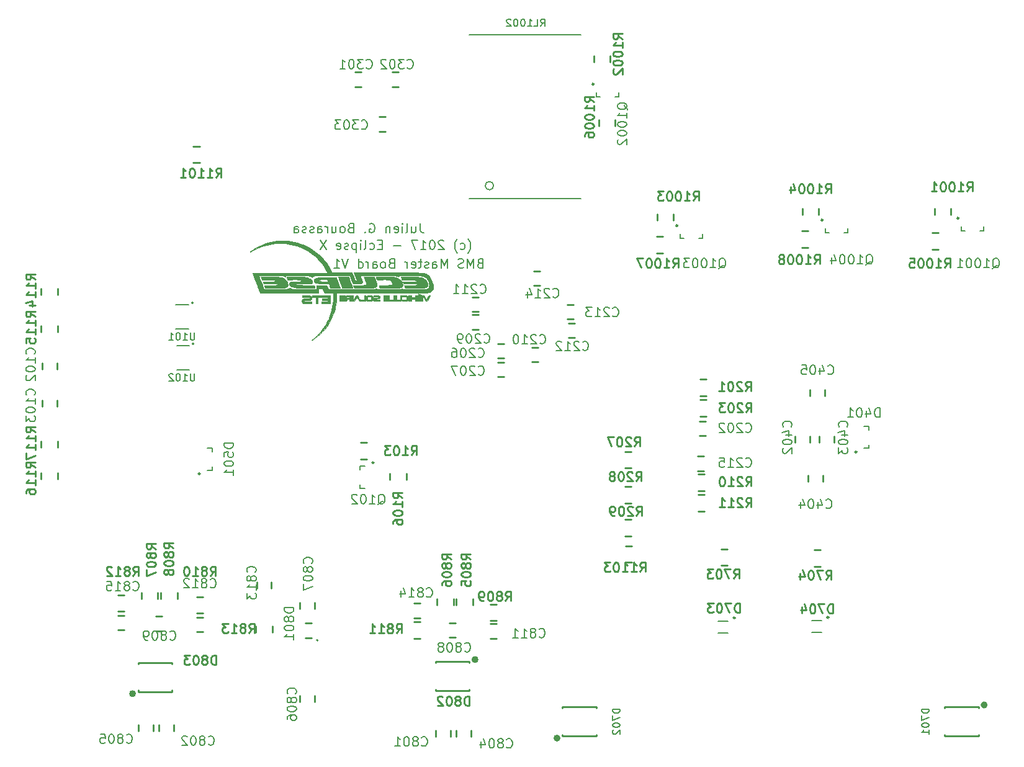
<source format=gbo>
G04 #@! TF.FileFunction,Legend,Bot*
%FSLAX46Y46*%
G04 Gerber Fmt 4.6, Leading zero omitted, Abs format (unit mm)*
G04 Created by KiCad (PCBNEW 4.0.6) date 07/03/17 14:26:51*
%MOMM*%
%LPD*%
G01*
G04 APERTURE LIST*
%ADD10C,0.100000*%
%ADD11C,0.203200*%
%ADD12C,0.508000*%
%ADD13C,0.254000*%
%ADD14C,0.200000*%
%ADD15C,0.250000*%
%ADD16C,0.127000*%
%ADD17C,0.150000*%
%ADD18C,0.010000*%
G04 APERTURE END LIST*
D10*
D11*
X133658429Y-54265286D02*
X133477000Y-54325762D01*
X133416524Y-54386238D01*
X133356048Y-54507190D01*
X133356048Y-54688619D01*
X133416524Y-54809571D01*
X133477000Y-54870048D01*
X133597953Y-54930524D01*
X134081762Y-54930524D01*
X134081762Y-53660524D01*
X133658429Y-53660524D01*
X133537476Y-53721000D01*
X133477000Y-53781476D01*
X133416524Y-53902429D01*
X133416524Y-54023381D01*
X133477000Y-54144333D01*
X133537476Y-54204810D01*
X133658429Y-54265286D01*
X134081762Y-54265286D01*
X132811762Y-54930524D02*
X132811762Y-53660524D01*
X132388429Y-54567667D01*
X131965095Y-53660524D01*
X131965095Y-54930524D01*
X131420809Y-54870048D02*
X131239381Y-54930524D01*
X130937000Y-54930524D01*
X130816047Y-54870048D01*
X130755571Y-54809571D01*
X130695095Y-54688619D01*
X130695095Y-54567667D01*
X130755571Y-54446714D01*
X130816047Y-54386238D01*
X130937000Y-54325762D01*
X131178904Y-54265286D01*
X131299857Y-54204810D01*
X131360333Y-54144333D01*
X131420809Y-54023381D01*
X131420809Y-53902429D01*
X131360333Y-53781476D01*
X131299857Y-53721000D01*
X131178904Y-53660524D01*
X130876524Y-53660524D01*
X130695095Y-53721000D01*
X129183190Y-54930524D02*
X129183190Y-53660524D01*
X128759857Y-54567667D01*
X128336523Y-53660524D01*
X128336523Y-54930524D01*
X127187475Y-54930524D02*
X127187475Y-54265286D01*
X127247952Y-54144333D01*
X127368904Y-54083857D01*
X127610809Y-54083857D01*
X127731761Y-54144333D01*
X127187475Y-54870048D02*
X127308428Y-54930524D01*
X127610809Y-54930524D01*
X127731761Y-54870048D01*
X127792237Y-54749095D01*
X127792237Y-54628143D01*
X127731761Y-54507190D01*
X127610809Y-54446714D01*
X127308428Y-54446714D01*
X127187475Y-54386238D01*
X126643189Y-54870048D02*
X126522237Y-54930524D01*
X126280332Y-54930524D01*
X126159380Y-54870048D01*
X126098904Y-54749095D01*
X126098904Y-54688619D01*
X126159380Y-54567667D01*
X126280332Y-54507190D01*
X126461761Y-54507190D01*
X126582713Y-54446714D01*
X126643189Y-54325762D01*
X126643189Y-54265286D01*
X126582713Y-54144333D01*
X126461761Y-54083857D01*
X126280332Y-54083857D01*
X126159380Y-54144333D01*
X125736047Y-54083857D02*
X125252237Y-54083857D01*
X125554618Y-53660524D02*
X125554618Y-54749095D01*
X125494142Y-54870048D01*
X125373189Y-54930524D01*
X125252237Y-54930524D01*
X124345095Y-54870048D02*
X124466047Y-54930524D01*
X124707952Y-54930524D01*
X124828904Y-54870048D01*
X124889380Y-54749095D01*
X124889380Y-54265286D01*
X124828904Y-54144333D01*
X124707952Y-54083857D01*
X124466047Y-54083857D01*
X124345095Y-54144333D01*
X124284618Y-54265286D01*
X124284618Y-54386238D01*
X124889380Y-54507190D01*
X123740333Y-54930524D02*
X123740333Y-54083857D01*
X123740333Y-54325762D02*
X123679857Y-54204810D01*
X123619381Y-54144333D01*
X123498428Y-54083857D01*
X123377476Y-54083857D01*
X121563191Y-54265286D02*
X121381762Y-54325762D01*
X121321286Y-54386238D01*
X121260810Y-54507190D01*
X121260810Y-54688619D01*
X121321286Y-54809571D01*
X121381762Y-54870048D01*
X121502715Y-54930524D01*
X121986524Y-54930524D01*
X121986524Y-53660524D01*
X121563191Y-53660524D01*
X121442238Y-53721000D01*
X121381762Y-53781476D01*
X121321286Y-53902429D01*
X121321286Y-54023381D01*
X121381762Y-54144333D01*
X121442238Y-54204810D01*
X121563191Y-54265286D01*
X121986524Y-54265286D01*
X120535095Y-54930524D02*
X120656048Y-54870048D01*
X120716524Y-54809571D01*
X120777000Y-54688619D01*
X120777000Y-54325762D01*
X120716524Y-54204810D01*
X120656048Y-54144333D01*
X120535095Y-54083857D01*
X120353667Y-54083857D01*
X120232715Y-54144333D01*
X120172238Y-54204810D01*
X120111762Y-54325762D01*
X120111762Y-54688619D01*
X120172238Y-54809571D01*
X120232715Y-54870048D01*
X120353667Y-54930524D01*
X120535095Y-54930524D01*
X119023190Y-54930524D02*
X119023190Y-54265286D01*
X119083667Y-54144333D01*
X119204619Y-54083857D01*
X119446524Y-54083857D01*
X119567476Y-54144333D01*
X119023190Y-54870048D02*
X119144143Y-54930524D01*
X119446524Y-54930524D01*
X119567476Y-54870048D01*
X119627952Y-54749095D01*
X119627952Y-54628143D01*
X119567476Y-54507190D01*
X119446524Y-54446714D01*
X119144143Y-54446714D01*
X119023190Y-54386238D01*
X118418428Y-54930524D02*
X118418428Y-54083857D01*
X118418428Y-54325762D02*
X118357952Y-54204810D01*
X118297476Y-54144333D01*
X118176523Y-54083857D01*
X118055571Y-54083857D01*
X117087952Y-54930524D02*
X117087952Y-53660524D01*
X117087952Y-54870048D02*
X117208905Y-54930524D01*
X117450809Y-54930524D01*
X117571762Y-54870048D01*
X117632238Y-54809571D01*
X117692714Y-54688619D01*
X117692714Y-54325762D01*
X117632238Y-54204810D01*
X117571762Y-54144333D01*
X117450809Y-54083857D01*
X117208905Y-54083857D01*
X117087952Y-54144333D01*
X115697000Y-53660524D02*
X115273666Y-54930524D01*
X114850333Y-53660524D01*
X113761762Y-54930524D02*
X114487476Y-54930524D01*
X114124619Y-54930524D02*
X114124619Y-53660524D01*
X114245571Y-53841952D01*
X114366524Y-53962905D01*
X114487476Y-54023381D01*
X132031619Y-52874333D02*
X132092095Y-52813857D01*
X132213047Y-52632429D01*
X132273524Y-52511476D01*
X132334000Y-52330048D01*
X132394476Y-52027667D01*
X132394476Y-51785762D01*
X132334000Y-51483381D01*
X132273524Y-51301952D01*
X132213047Y-51181000D01*
X132092095Y-50999571D01*
X132031619Y-50939095D01*
X131003523Y-52330048D02*
X131124476Y-52390524D01*
X131366380Y-52390524D01*
X131487333Y-52330048D01*
X131547809Y-52269571D01*
X131608285Y-52148619D01*
X131608285Y-51785762D01*
X131547809Y-51664810D01*
X131487333Y-51604333D01*
X131366380Y-51543857D01*
X131124476Y-51543857D01*
X131003523Y-51604333D01*
X130580190Y-52874333D02*
X130519714Y-52813857D01*
X130398762Y-52632429D01*
X130338286Y-52511476D01*
X130277809Y-52330048D01*
X130217333Y-52027667D01*
X130217333Y-51785762D01*
X130277809Y-51483381D01*
X130338286Y-51301952D01*
X130398762Y-51181000D01*
X130519714Y-50999571D01*
X130580190Y-50939095D01*
X128705428Y-51241476D02*
X128644952Y-51181000D01*
X128524000Y-51120524D01*
X128221619Y-51120524D01*
X128100666Y-51181000D01*
X128040190Y-51241476D01*
X127979714Y-51362429D01*
X127979714Y-51483381D01*
X128040190Y-51664810D01*
X128765904Y-52390524D01*
X127979714Y-52390524D01*
X127193523Y-51120524D02*
X127072571Y-51120524D01*
X126951619Y-51181000D01*
X126891142Y-51241476D01*
X126830666Y-51362429D01*
X126770190Y-51604333D01*
X126770190Y-51906714D01*
X126830666Y-52148619D01*
X126891142Y-52269571D01*
X126951619Y-52330048D01*
X127072571Y-52390524D01*
X127193523Y-52390524D01*
X127314476Y-52330048D01*
X127374952Y-52269571D01*
X127435428Y-52148619D01*
X127495904Y-51906714D01*
X127495904Y-51604333D01*
X127435428Y-51362429D01*
X127374952Y-51241476D01*
X127314476Y-51181000D01*
X127193523Y-51120524D01*
X125560666Y-52390524D02*
X126286380Y-52390524D01*
X125923523Y-52390524D02*
X125923523Y-51120524D01*
X126044475Y-51301952D01*
X126165428Y-51422905D01*
X126286380Y-51483381D01*
X125137332Y-51120524D02*
X124290666Y-51120524D01*
X124834951Y-52390524D01*
X122839237Y-51906714D02*
X121871618Y-51906714D01*
X120299237Y-51725286D02*
X119875904Y-51725286D01*
X119694475Y-52390524D02*
X120299237Y-52390524D01*
X120299237Y-51120524D01*
X119694475Y-51120524D01*
X118605903Y-52330048D02*
X118726856Y-52390524D01*
X118968760Y-52390524D01*
X119089713Y-52330048D01*
X119150189Y-52269571D01*
X119210665Y-52148619D01*
X119210665Y-51785762D01*
X119150189Y-51664810D01*
X119089713Y-51604333D01*
X118968760Y-51543857D01*
X118726856Y-51543857D01*
X118605903Y-51604333D01*
X117880189Y-52390524D02*
X118001142Y-52330048D01*
X118061618Y-52209095D01*
X118061618Y-51120524D01*
X117396380Y-52390524D02*
X117396380Y-51543857D01*
X117396380Y-51120524D02*
X117456856Y-51181000D01*
X117396380Y-51241476D01*
X117335904Y-51181000D01*
X117396380Y-51120524D01*
X117396380Y-51241476D01*
X116791618Y-51543857D02*
X116791618Y-52813857D01*
X116791618Y-51604333D02*
X116670666Y-51543857D01*
X116428761Y-51543857D01*
X116307809Y-51604333D01*
X116247332Y-51664810D01*
X116186856Y-51785762D01*
X116186856Y-52148619D01*
X116247332Y-52269571D01*
X116307809Y-52330048D01*
X116428761Y-52390524D01*
X116670666Y-52390524D01*
X116791618Y-52330048D01*
X115703046Y-52330048D02*
X115582094Y-52390524D01*
X115340189Y-52390524D01*
X115219237Y-52330048D01*
X115158761Y-52209095D01*
X115158761Y-52148619D01*
X115219237Y-52027667D01*
X115340189Y-51967190D01*
X115521618Y-51967190D01*
X115642570Y-51906714D01*
X115703046Y-51785762D01*
X115703046Y-51725286D01*
X115642570Y-51604333D01*
X115521618Y-51543857D01*
X115340189Y-51543857D01*
X115219237Y-51604333D01*
X114130666Y-52330048D02*
X114251618Y-52390524D01*
X114493523Y-52390524D01*
X114614475Y-52330048D01*
X114674951Y-52209095D01*
X114674951Y-51725286D01*
X114614475Y-51604333D01*
X114493523Y-51543857D01*
X114251618Y-51543857D01*
X114130666Y-51604333D01*
X114070189Y-51725286D01*
X114070189Y-51846238D01*
X114674951Y-51967190D01*
X112679237Y-51120524D02*
X111832571Y-52390524D01*
X111832571Y-51120524D02*
X112679237Y-52390524D01*
X125500191Y-48834524D02*
X125500191Y-49741667D01*
X125560667Y-49923095D01*
X125681619Y-50044048D01*
X125863048Y-50104524D01*
X125984000Y-50104524D01*
X124351143Y-49257857D02*
X124351143Y-50104524D01*
X124895429Y-49257857D02*
X124895429Y-49923095D01*
X124834953Y-50044048D01*
X124714000Y-50104524D01*
X124532572Y-50104524D01*
X124411620Y-50044048D01*
X124351143Y-49983571D01*
X123564952Y-50104524D02*
X123685905Y-50044048D01*
X123746381Y-49923095D01*
X123746381Y-48834524D01*
X123081143Y-50104524D02*
X123081143Y-49257857D01*
X123081143Y-48834524D02*
X123141619Y-48895000D01*
X123081143Y-48955476D01*
X123020667Y-48895000D01*
X123081143Y-48834524D01*
X123081143Y-48955476D01*
X121992572Y-50044048D02*
X122113524Y-50104524D01*
X122355429Y-50104524D01*
X122476381Y-50044048D01*
X122536857Y-49923095D01*
X122536857Y-49439286D01*
X122476381Y-49318333D01*
X122355429Y-49257857D01*
X122113524Y-49257857D01*
X121992572Y-49318333D01*
X121932095Y-49439286D01*
X121932095Y-49560238D01*
X122536857Y-49681190D01*
X121387810Y-49257857D02*
X121387810Y-50104524D01*
X121387810Y-49378810D02*
X121327334Y-49318333D01*
X121206381Y-49257857D01*
X121024953Y-49257857D01*
X120904001Y-49318333D01*
X120843524Y-49439286D01*
X120843524Y-50104524D01*
X118605905Y-48895000D02*
X118726857Y-48834524D01*
X118908286Y-48834524D01*
X119089714Y-48895000D01*
X119210667Y-49015952D01*
X119271143Y-49136905D01*
X119331619Y-49378810D01*
X119331619Y-49560238D01*
X119271143Y-49802143D01*
X119210667Y-49923095D01*
X119089714Y-50044048D01*
X118908286Y-50104524D01*
X118787334Y-50104524D01*
X118605905Y-50044048D01*
X118545429Y-49983571D01*
X118545429Y-49560238D01*
X118787334Y-49560238D01*
X118001143Y-49983571D02*
X117940667Y-50044048D01*
X118001143Y-50104524D01*
X118061619Y-50044048D01*
X118001143Y-49983571D01*
X118001143Y-50104524D01*
X116005429Y-49439286D02*
X115824000Y-49499762D01*
X115763524Y-49560238D01*
X115703048Y-49681190D01*
X115703048Y-49862619D01*
X115763524Y-49983571D01*
X115824000Y-50044048D01*
X115944953Y-50104524D01*
X116428762Y-50104524D01*
X116428762Y-48834524D01*
X116005429Y-48834524D01*
X115884476Y-48895000D01*
X115824000Y-48955476D01*
X115763524Y-49076429D01*
X115763524Y-49197381D01*
X115824000Y-49318333D01*
X115884476Y-49378810D01*
X116005429Y-49439286D01*
X116428762Y-49439286D01*
X114977333Y-50104524D02*
X115098286Y-50044048D01*
X115158762Y-49983571D01*
X115219238Y-49862619D01*
X115219238Y-49499762D01*
X115158762Y-49378810D01*
X115098286Y-49318333D01*
X114977333Y-49257857D01*
X114795905Y-49257857D01*
X114674953Y-49318333D01*
X114614476Y-49378810D01*
X114554000Y-49499762D01*
X114554000Y-49862619D01*
X114614476Y-49983571D01*
X114674953Y-50044048D01*
X114795905Y-50104524D01*
X114977333Y-50104524D01*
X113465428Y-49257857D02*
X113465428Y-50104524D01*
X114009714Y-49257857D02*
X114009714Y-49923095D01*
X113949238Y-50044048D01*
X113828285Y-50104524D01*
X113646857Y-50104524D01*
X113525905Y-50044048D01*
X113465428Y-49983571D01*
X112860666Y-50104524D02*
X112860666Y-49257857D01*
X112860666Y-49499762D02*
X112800190Y-49378810D01*
X112739714Y-49318333D01*
X112618761Y-49257857D01*
X112497809Y-49257857D01*
X111530190Y-50104524D02*
X111530190Y-49439286D01*
X111590667Y-49318333D01*
X111711619Y-49257857D01*
X111953524Y-49257857D01*
X112074476Y-49318333D01*
X111530190Y-50044048D02*
X111651143Y-50104524D01*
X111953524Y-50104524D01*
X112074476Y-50044048D01*
X112134952Y-49923095D01*
X112134952Y-49802143D01*
X112074476Y-49681190D01*
X111953524Y-49620714D01*
X111651143Y-49620714D01*
X111530190Y-49560238D01*
X110985904Y-50044048D02*
X110864952Y-50104524D01*
X110623047Y-50104524D01*
X110502095Y-50044048D01*
X110441619Y-49923095D01*
X110441619Y-49862619D01*
X110502095Y-49741667D01*
X110623047Y-49681190D01*
X110804476Y-49681190D01*
X110925428Y-49620714D01*
X110985904Y-49499762D01*
X110985904Y-49439286D01*
X110925428Y-49318333D01*
X110804476Y-49257857D01*
X110623047Y-49257857D01*
X110502095Y-49318333D01*
X109957809Y-50044048D02*
X109836857Y-50104524D01*
X109594952Y-50104524D01*
X109474000Y-50044048D01*
X109413524Y-49923095D01*
X109413524Y-49862619D01*
X109474000Y-49741667D01*
X109594952Y-49681190D01*
X109776381Y-49681190D01*
X109897333Y-49620714D01*
X109957809Y-49499762D01*
X109957809Y-49439286D01*
X109897333Y-49318333D01*
X109776381Y-49257857D01*
X109594952Y-49257857D01*
X109474000Y-49318333D01*
X108324952Y-50104524D02*
X108324952Y-49439286D01*
X108385429Y-49318333D01*
X108506381Y-49257857D01*
X108748286Y-49257857D01*
X108869238Y-49318333D01*
X108324952Y-50044048D02*
X108445905Y-50104524D01*
X108748286Y-50104524D01*
X108869238Y-50044048D01*
X108929714Y-49923095D01*
X108929714Y-49802143D01*
X108869238Y-49681190D01*
X108748286Y-49620714D01*
X108445905Y-49620714D01*
X108324952Y-49560238D01*
D12*
X202654545Y-114540000D02*
G75*
G03X202654545Y-114540000I-219545J0D01*
G01*
D13*
X201675000Y-118800000D02*
X201675000Y-118600000D01*
X197075000Y-118800000D02*
X197075000Y-118600000D01*
X197075000Y-114800000D02*
X197075000Y-115000000D01*
X201675000Y-114800000D02*
X201675000Y-115000000D01*
X201675000Y-118800000D02*
X197075000Y-118800000D01*
X197075000Y-114800000D02*
X201675000Y-114800000D01*
X167428840Y-93249240D02*
X166578840Y-93249240D01*
X167428840Y-95503240D02*
X166578840Y-95503240D01*
X130030200Y-100949200D02*
X130030200Y-100099200D01*
X127776200Y-100949200D02*
X127776200Y-100099200D01*
X149190200Y-25949200D02*
X149190200Y-26799200D01*
X151444200Y-25949200D02*
X151444200Y-26799200D01*
X177638200Y-46777200D02*
X177638200Y-47627200D01*
X179892200Y-46777200D02*
X179892200Y-47627200D01*
D14*
X94632903Y-65258200D02*
G75*
G03X94632903Y-65258200I-107703J0D01*
G01*
D11*
X92270200Y-68860200D02*
X94020200Y-68860200D01*
X92270200Y-65556200D02*
X94020200Y-65556200D01*
D14*
X94532903Y-59658200D02*
G75*
G03X94532903Y-59658200I-107703J0D01*
G01*
D11*
X92170200Y-63260200D02*
X93920200Y-63260200D01*
X92170200Y-59956200D02*
X93920200Y-59956200D01*
D13*
X154340000Y-92853000D02*
X153490000Y-92853000D01*
X154340000Y-95107000D02*
X153490000Y-95107000D01*
X94553200Y-40580200D02*
X95403200Y-40580200D01*
X94553200Y-38326200D02*
X95403200Y-38326200D01*
X178419200Y-49876200D02*
X177569200Y-49876200D01*
X178419200Y-52130200D02*
X177569200Y-52130200D01*
X158607200Y-50638200D02*
X157757200Y-50638200D01*
X158607200Y-52892200D02*
X157757200Y-52892200D01*
X149859000Y-34716000D02*
X149859000Y-35566000D01*
X152113000Y-34716000D02*
X152113000Y-35566000D01*
X196199200Y-50130200D02*
X195349200Y-50130200D01*
X196199200Y-52384200D02*
X195349200Y-52384200D01*
X157826200Y-47539200D02*
X157826200Y-48389200D01*
X160080200Y-47539200D02*
X160080200Y-48389200D01*
X195672200Y-46777200D02*
X195672200Y-47627200D01*
X197926200Y-46777200D02*
X197926200Y-47627200D01*
X105330200Y-104603200D02*
X105330200Y-103753200D01*
X103076200Y-104603200D02*
X103076200Y-103753200D01*
X85074200Y-99533200D02*
X84224200Y-99533200D01*
X85074200Y-101787200D02*
X84224200Y-101787200D01*
X124677200Y-105470200D02*
X125527200Y-105470200D01*
X124677200Y-103216200D02*
X125527200Y-103216200D01*
X95869200Y-99787200D02*
X95019200Y-99787200D01*
X95869200Y-102041200D02*
X95019200Y-102041200D01*
X135923200Y-100803200D02*
X135073200Y-100803200D01*
X135923200Y-103057200D02*
X135073200Y-103057200D01*
X92389200Y-100060200D02*
X92389200Y-99210200D01*
X90135200Y-100060200D02*
X90135200Y-99210200D01*
X89722200Y-100060200D02*
X89722200Y-99210200D01*
X87468200Y-100060200D02*
X87468200Y-99210200D01*
X132697200Y-100949200D02*
X132697200Y-100099200D01*
X130443200Y-100949200D02*
X130443200Y-100099200D01*
X180080580Y-93383860D02*
X179230580Y-93383860D01*
X180080580Y-95637860D02*
X179230580Y-95637860D01*
X163403200Y-88108200D02*
X164253200Y-88108200D01*
X163403200Y-85854200D02*
X164253200Y-85854200D01*
X163403200Y-85308200D02*
X164253200Y-85308200D01*
X163403200Y-83054200D02*
X164253200Y-83054200D01*
X153457200Y-91494360D02*
X154307200Y-91494360D01*
X153457200Y-89240360D02*
X154307200Y-89240360D01*
X153457200Y-87023960D02*
X154307200Y-87023960D01*
X153457200Y-84769960D02*
X154307200Y-84769960D01*
X153401320Y-82218280D02*
X154251320Y-82218280D01*
X153401320Y-79964280D02*
X154251320Y-79964280D01*
X163657200Y-75162200D02*
X164507200Y-75162200D01*
X163657200Y-72908200D02*
X164507200Y-72908200D01*
X163657200Y-72362200D02*
X164507200Y-72362200D01*
X163657200Y-70108200D02*
X164507200Y-70108200D01*
X123617000Y-83795500D02*
X123617000Y-82945500D01*
X121363000Y-83795500D02*
X121363000Y-82945500D01*
X118257200Y-78756600D02*
X117407200Y-78756600D01*
X118257200Y-81010600D02*
X117407200Y-81010600D01*
D15*
X180433003Y-48379200D02*
G75*
G03X180433003Y-48379200I-111803J0D01*
G01*
D11*
X183821200Y-50129200D02*
X183821200Y-49479200D01*
X180821200Y-50129200D02*
X180821200Y-49479200D01*
X181305200Y-50129200D02*
X180821200Y-50129200D01*
X183337200Y-50129200D02*
X183821200Y-50129200D01*
D15*
X160621003Y-49141200D02*
G75*
G03X160621003Y-49141200I-111803J0D01*
G01*
D11*
X164009200Y-50891200D02*
X164009200Y-50241200D01*
X161009200Y-50891200D02*
X161009200Y-50241200D01*
X161493200Y-50891200D02*
X161009200Y-50891200D01*
X163525200Y-50891200D02*
X164009200Y-50891200D01*
D15*
X149191003Y-29837200D02*
G75*
G03X149191003Y-29837200I-111803J0D01*
G01*
D11*
X152579200Y-31587200D02*
X152579200Y-30937200D01*
X149579200Y-31587200D02*
X149579200Y-30937200D01*
X150063200Y-31587200D02*
X149579200Y-31587200D01*
X152095200Y-31587200D02*
X152579200Y-31587200D01*
D15*
X198975003Y-48125200D02*
G75*
G03X198975003Y-48125200I-111803J0D01*
G01*
D11*
X202363200Y-49875200D02*
X202363200Y-49225200D01*
X199363200Y-49875200D02*
X199363200Y-49225200D01*
X199847200Y-49875200D02*
X199363200Y-49875200D01*
X201879200Y-49875200D02*
X202363200Y-49875200D01*
D15*
X119169003Y-81483600D02*
G75*
G03X119169003Y-81483600I-111803J0D01*
G01*
D11*
X117307200Y-84983600D02*
X117957200Y-84983600D01*
X117307200Y-81983600D02*
X117957200Y-81983600D01*
X117307200Y-82467600D02*
X117307200Y-81983600D01*
X117307200Y-84499600D02*
X117307200Y-84983600D01*
X111571980Y-105694000D02*
G75*
G03X111571980Y-105694000I-101980J0D01*
G01*
D13*
X110670000Y-103394000D02*
X109820000Y-103394000D01*
X110670000Y-105394000D02*
X109820000Y-105394000D01*
X181252700Y-102590600D02*
G75*
G03X181252700Y-102590600I-125300J0D01*
G01*
D16*
X180253400Y-104660600D02*
X178953400Y-104660600D01*
X178953400Y-103060600D02*
X180253400Y-103060600D01*
D13*
X168476500Y-102654100D02*
G75*
G03X168476500Y-102654100I-125300J0D01*
G01*
D16*
X167477200Y-104724100D02*
X166177200Y-104724100D01*
X166177200Y-103124100D02*
X167477200Y-103124100D01*
D15*
X95489003Y-83003200D02*
G75*
G03X95489003Y-83003200I-111803J0D01*
G01*
D11*
X97127200Y-79503200D02*
X96477200Y-79503200D01*
X97127200Y-82503200D02*
X96477200Y-82503200D01*
X97127200Y-82019200D02*
X97127200Y-82503200D01*
X97127200Y-79987200D02*
X97127200Y-79503200D01*
D15*
X185061703Y-80016000D02*
G75*
G03X185061703Y-80016000I-111803J0D01*
G01*
D11*
X186699900Y-76516000D02*
X186049900Y-76516000D01*
X186699900Y-79516000D02*
X186049900Y-79516000D01*
X186699900Y-79032000D02*
X186699900Y-79516000D01*
X186699900Y-77000000D02*
X186699900Y-76516000D01*
D13*
X84242200Y-104327200D02*
X85092200Y-104327200D01*
X84242200Y-102327200D02*
X85092200Y-102327200D01*
X125509200Y-100676200D02*
X124659200Y-100676200D01*
X125509200Y-102676200D02*
X124659200Y-102676200D01*
X105203200Y-98603200D02*
X105203200Y-97753200D01*
X103203200Y-98603200D02*
X103203200Y-97753200D01*
X95037200Y-104581200D02*
X95887200Y-104581200D01*
X95037200Y-102581200D02*
X95887200Y-102581200D01*
X135091200Y-105470200D02*
X135941200Y-105470200D01*
X135091200Y-103470200D02*
X135941200Y-103470200D01*
X90281200Y-102454200D02*
X89431200Y-102454200D01*
X90281200Y-104454200D02*
X89431200Y-104454200D01*
X130335200Y-103343200D02*
X129485200Y-103343200D01*
X130335200Y-105343200D02*
X129485200Y-105343200D01*
X111107200Y-101381000D02*
X111107200Y-100531000D01*
X109107200Y-101381000D02*
X109107200Y-100531000D01*
X109107200Y-113249000D02*
X109107200Y-114099000D01*
X111107200Y-113249000D02*
X111107200Y-114099000D01*
X89087200Y-118094200D02*
X89087200Y-117244200D01*
X87087200Y-118094200D02*
X87087200Y-117244200D01*
X130443200Y-118024200D02*
X130443200Y-118874200D01*
X132443200Y-118024200D02*
X132443200Y-118874200D01*
X91881200Y-118094200D02*
X91881200Y-117244200D01*
X89881200Y-118094200D02*
X89881200Y-117244200D01*
X129649200Y-118856200D02*
X129649200Y-118006200D01*
X127649200Y-118856200D02*
X127649200Y-118006200D01*
X180699900Y-72336000D02*
X180699900Y-71486000D01*
X178699900Y-72336000D02*
X178699900Y-71486000D01*
X178445900Y-83188000D02*
X178445900Y-84038000D01*
X180445900Y-83188000D02*
X180445900Y-84038000D01*
X179969900Y-77854000D02*
X179969900Y-78704000D01*
X181969900Y-77854000D02*
X181969900Y-78704000D01*
X176667900Y-77854000D02*
X176667900Y-78704000D01*
X178667900Y-77854000D02*
X178667900Y-78704000D01*
X119891100Y-36280600D02*
X120741100Y-36280600D01*
X119891100Y-34280600D02*
X120741100Y-34280600D01*
X121669100Y-30184600D02*
X122519100Y-30184600D01*
X121669100Y-28184600D02*
X122519100Y-28184600D01*
X117421100Y-28184600D02*
X116571100Y-28184600D01*
X117421100Y-30184600D02*
X116571100Y-30184600D01*
X164203200Y-80581200D02*
X163353200Y-80581200D01*
X164203200Y-82581200D02*
X163353200Y-82581200D01*
X141011200Y-57337200D02*
X141861200Y-57337200D01*
X141011200Y-55337200D02*
X141861200Y-55337200D01*
X145583200Y-61909200D02*
X146433200Y-61909200D01*
X145583200Y-59909200D02*
X146433200Y-59909200D01*
X146542200Y-62449200D02*
X145692200Y-62449200D01*
X146542200Y-64449200D02*
X145692200Y-64449200D01*
X133461200Y-58893200D02*
X132611200Y-58893200D01*
X133461200Y-60893200D02*
X132611200Y-60893200D01*
X141589200Y-65751200D02*
X140739200Y-65751200D01*
X141589200Y-67751200D02*
X140739200Y-67751200D01*
X133461200Y-61306200D02*
X132611200Y-61306200D01*
X133461200Y-63306200D02*
X132611200Y-63306200D01*
X136058200Y-69783200D02*
X136908200Y-69783200D01*
X136058200Y-67783200D02*
X136908200Y-67783200D01*
X136058200Y-67243200D02*
X136908200Y-67243200D01*
X136058200Y-65243200D02*
X136908200Y-65243200D01*
X164457200Y-75835200D02*
X163607200Y-75835200D01*
X164457200Y-77835200D02*
X163607200Y-77835200D01*
D17*
X135518161Y-43688000D02*
G75*
G03X135518161Y-43688000I-567961J0D01*
G01*
X132156200Y-23114000D02*
X147396200Y-23114000D01*
X132156200Y-45466000D02*
X147396200Y-45466000D01*
D12*
X144384545Y-119060000D02*
G75*
G03X144384545Y-119060000I-219545J0D01*
G01*
D13*
X144925000Y-114800000D02*
X144925000Y-115000000D01*
X149525000Y-114800000D02*
X149525000Y-115000000D01*
X149525000Y-118800000D02*
X149525000Y-118600000D01*
X144925000Y-118800000D02*
X144925000Y-118600000D01*
X144925000Y-114800000D02*
X149525000Y-114800000D01*
X149525000Y-118800000D02*
X144925000Y-118800000D01*
D18*
G36*
X113763468Y-58406546D02*
X113701189Y-58407183D01*
X113657952Y-58408606D01*
X113630574Y-58411113D01*
X113615878Y-58415000D01*
X113610684Y-58420563D01*
X113611811Y-58428099D01*
X113611929Y-58428410D01*
X113616001Y-58451765D01*
X113619566Y-58496974D01*
X113622593Y-58560499D01*
X113625054Y-58638797D01*
X113626917Y-58728330D01*
X113628153Y-58825556D01*
X113628733Y-58926935D01*
X113628626Y-59028926D01*
X113627802Y-59127990D01*
X113626233Y-59220585D01*
X113623887Y-59303172D01*
X113620735Y-59372209D01*
X113619991Y-59384300D01*
X113579632Y-59814944D01*
X113515054Y-60238040D01*
X113426388Y-60653259D01*
X113313767Y-61060271D01*
X113177324Y-61458749D01*
X113017192Y-61848362D01*
X112833502Y-62228782D01*
X112626387Y-62599681D01*
X112395981Y-62960729D01*
X112142415Y-63311598D01*
X111931225Y-63574916D01*
X111840722Y-63679146D01*
X111736982Y-63792143D01*
X111623053Y-63911017D01*
X111501981Y-64032879D01*
X111376816Y-64154838D01*
X111250603Y-64274005D01*
X111126393Y-64387490D01*
X111007231Y-64492405D01*
X110896165Y-64585858D01*
X110796244Y-64664961D01*
X110731611Y-64712320D01*
X110717494Y-64733077D01*
X110716796Y-64758400D01*
X110728119Y-64777623D01*
X110740732Y-64781800D01*
X110756816Y-64775003D01*
X110789094Y-64756484D01*
X110832924Y-64729049D01*
X110883664Y-64695503D01*
X110885103Y-64694527D01*
X111225997Y-64448345D01*
X111551977Y-64182819D01*
X111862152Y-63899157D01*
X112155633Y-63598566D01*
X112431529Y-63282255D01*
X112688951Y-62951432D01*
X112927007Y-62607304D01*
X113144808Y-62251080D01*
X113341464Y-61883967D01*
X113516085Y-61507174D01*
X113667780Y-61121908D01*
X113788081Y-60755113D01*
X113870571Y-60457089D01*
X113938400Y-60166777D01*
X113992409Y-59878594D01*
X114033440Y-59586956D01*
X114062334Y-59286281D01*
X114079933Y-58970986D01*
X114085201Y-58784225D01*
X114092448Y-58406400D01*
X113847965Y-58406400D01*
X113763468Y-58406546D01*
X113763468Y-58406546D01*
G37*
X113763468Y-58406546D02*
X113701189Y-58407183D01*
X113657952Y-58408606D01*
X113630574Y-58411113D01*
X113615878Y-58415000D01*
X113610684Y-58420563D01*
X113611811Y-58428099D01*
X113611929Y-58428410D01*
X113616001Y-58451765D01*
X113619566Y-58496974D01*
X113622593Y-58560499D01*
X113625054Y-58638797D01*
X113626917Y-58728330D01*
X113628153Y-58825556D01*
X113628733Y-58926935D01*
X113628626Y-59028926D01*
X113627802Y-59127990D01*
X113626233Y-59220585D01*
X113623887Y-59303172D01*
X113620735Y-59372209D01*
X113619991Y-59384300D01*
X113579632Y-59814944D01*
X113515054Y-60238040D01*
X113426388Y-60653259D01*
X113313767Y-61060271D01*
X113177324Y-61458749D01*
X113017192Y-61848362D01*
X112833502Y-62228782D01*
X112626387Y-62599681D01*
X112395981Y-62960729D01*
X112142415Y-63311598D01*
X111931225Y-63574916D01*
X111840722Y-63679146D01*
X111736982Y-63792143D01*
X111623053Y-63911017D01*
X111501981Y-64032879D01*
X111376816Y-64154838D01*
X111250603Y-64274005D01*
X111126393Y-64387490D01*
X111007231Y-64492405D01*
X110896165Y-64585858D01*
X110796244Y-64664961D01*
X110731611Y-64712320D01*
X110717494Y-64733077D01*
X110716796Y-64758400D01*
X110728119Y-64777623D01*
X110740732Y-64781800D01*
X110756816Y-64775003D01*
X110789094Y-64756484D01*
X110832924Y-64729049D01*
X110883664Y-64695503D01*
X110885103Y-64694527D01*
X111225997Y-64448345D01*
X111551977Y-64182819D01*
X111862152Y-63899157D01*
X112155633Y-63598566D01*
X112431529Y-63282255D01*
X112688951Y-62951432D01*
X112927007Y-62607304D01*
X113144808Y-62251080D01*
X113341464Y-61883967D01*
X113516085Y-61507174D01*
X113667780Y-61121908D01*
X113788081Y-60755113D01*
X113870571Y-60457089D01*
X113938400Y-60166777D01*
X113992409Y-59878594D01*
X114033440Y-59586956D01*
X114062334Y-59286281D01*
X114079933Y-58970986D01*
X114085201Y-58784225D01*
X114092448Y-58406400D01*
X113847965Y-58406400D01*
X113763468Y-58406546D01*
G36*
X112069500Y-58914400D02*
X112920400Y-58914400D01*
X112920400Y-59079500D01*
X112120300Y-59079500D01*
X112120300Y-59320800D01*
X112920400Y-59320800D01*
X112920400Y-59536700D01*
X112069500Y-59536700D01*
X112069500Y-59778000D01*
X113187100Y-59778000D01*
X113187100Y-58685800D01*
X112069500Y-58685800D01*
X112069500Y-58914400D01*
X112069500Y-58914400D01*
G37*
X112069500Y-58914400D02*
X112920400Y-58914400D01*
X112920400Y-59079500D01*
X112120300Y-59079500D01*
X112120300Y-59320800D01*
X112920400Y-59320800D01*
X112920400Y-59536700D01*
X112069500Y-59536700D01*
X112069500Y-59778000D01*
X113187100Y-59778000D01*
X113187100Y-58685800D01*
X112069500Y-58685800D01*
X112069500Y-58914400D01*
G36*
X111386875Y-58688860D02*
X110729650Y-58692150D01*
X110729650Y-58908050D01*
X110986825Y-58911487D01*
X111244000Y-58914925D01*
X111244000Y-59778000D01*
X111523400Y-59778000D01*
X111523400Y-58914400D01*
X112044100Y-58914400D01*
X112044100Y-58685571D01*
X111386875Y-58688860D01*
X111386875Y-58688860D01*
G37*
X111386875Y-58688860D02*
X110729650Y-58692150D01*
X110729650Y-58908050D01*
X110986825Y-58911487D01*
X111244000Y-58914925D01*
X111244000Y-59778000D01*
X111523400Y-59778000D01*
X111523400Y-58914400D01*
X112044100Y-58914400D01*
X112044100Y-58685571D01*
X111386875Y-58688860D01*
G36*
X109427900Y-58914400D02*
X109888275Y-58915902D01*
X109995546Y-58916468D01*
X110096063Y-58917408D01*
X110186684Y-58918663D01*
X110264264Y-58920173D01*
X110325658Y-58921876D01*
X110367724Y-58923712D01*
X110386750Y-58925488D01*
X110410883Y-58933273D01*
X110422871Y-58948441D01*
X110428047Y-58979064D01*
X110428840Y-58989211D01*
X110428280Y-59026497D01*
X110422115Y-59053673D01*
X110418703Y-59059000D01*
X110401232Y-59063871D01*
X110358911Y-59068303D01*
X110291619Y-59072301D01*
X110199239Y-59075871D01*
X110081650Y-59079021D01*
X110001963Y-59080655D01*
X109878080Y-59083433D01*
X109771302Y-59086794D01*
X109683382Y-59090651D01*
X109616073Y-59094916D01*
X109571127Y-59099501D01*
X109553407Y-59103013D01*
X109476947Y-59138955D01*
X109419240Y-59190797D01*
X109392975Y-59231518D01*
X109379904Y-59260884D01*
X109371504Y-59291155D01*
X109366820Y-59328969D01*
X109364896Y-59380964D01*
X109364679Y-59428265D01*
X109367558Y-59515642D01*
X109376840Y-59582534D01*
X109394089Y-59633392D01*
X109420867Y-59672666D01*
X109458738Y-59704807D01*
X109462740Y-59707499D01*
X109489989Y-59723928D01*
X109519361Y-59737615D01*
X109553349Y-59748805D01*
X109594448Y-59757742D01*
X109645152Y-59764670D01*
X109707955Y-59769833D01*
X109785352Y-59773477D01*
X109879836Y-59775844D01*
X109993903Y-59777180D01*
X110130045Y-59777729D01*
X110180375Y-59777779D01*
X110672500Y-59778000D01*
X110672500Y-59536700D01*
X110178239Y-59536700D01*
X110068023Y-59536507D01*
X109965335Y-59535957D01*
X109873052Y-59535094D01*
X109794049Y-59533961D01*
X109731200Y-59532600D01*
X109687380Y-59531055D01*
X109665465Y-59529369D01*
X109663889Y-59528991D01*
X109653026Y-59519189D01*
X109646762Y-59496775D01*
X109644097Y-59456693D01*
X109643800Y-59427633D01*
X109644418Y-59379254D01*
X109647366Y-59350486D01*
X109654289Y-59335549D01*
X109666832Y-59328662D01*
X109672375Y-59327197D01*
X109692034Y-59325317D01*
X109733635Y-59323323D01*
X109793723Y-59321311D01*
X109868839Y-59319380D01*
X109955529Y-59317626D01*
X110050334Y-59316148D01*
X110075600Y-59315824D01*
X110198533Y-59313978D01*
X110299038Y-59311425D01*
X110380087Y-59307681D01*
X110444652Y-59302261D01*
X110495705Y-59294681D01*
X110536216Y-59284457D01*
X110569158Y-59271103D01*
X110597503Y-59254134D01*
X110624221Y-59233068D01*
X110633502Y-59224851D01*
X110672525Y-59179353D01*
X110697066Y-59124237D01*
X110708437Y-59054988D01*
X110708030Y-58968430D01*
X110699066Y-58891220D01*
X110681054Y-58832820D01*
X110651565Y-58787518D01*
X110618044Y-58756843D01*
X110594350Y-58740152D01*
X110569287Y-58726277D01*
X110540363Y-58714960D01*
X110505088Y-58705946D01*
X110460971Y-58698979D01*
X110405519Y-58693803D01*
X110336244Y-58690161D01*
X110250652Y-58687798D01*
X110146254Y-58686457D01*
X110020558Y-58685883D01*
X109926882Y-58685800D01*
X109427900Y-58685800D01*
X109427900Y-58914400D01*
X109427900Y-58914400D01*
G37*
X109427900Y-58914400D02*
X109888275Y-58915902D01*
X109995546Y-58916468D01*
X110096063Y-58917408D01*
X110186684Y-58918663D01*
X110264264Y-58920173D01*
X110325658Y-58921876D01*
X110367724Y-58923712D01*
X110386750Y-58925488D01*
X110410883Y-58933273D01*
X110422871Y-58948441D01*
X110428047Y-58979064D01*
X110428840Y-58989211D01*
X110428280Y-59026497D01*
X110422115Y-59053673D01*
X110418703Y-59059000D01*
X110401232Y-59063871D01*
X110358911Y-59068303D01*
X110291619Y-59072301D01*
X110199239Y-59075871D01*
X110081650Y-59079021D01*
X110001963Y-59080655D01*
X109878080Y-59083433D01*
X109771302Y-59086794D01*
X109683382Y-59090651D01*
X109616073Y-59094916D01*
X109571127Y-59099501D01*
X109553407Y-59103013D01*
X109476947Y-59138955D01*
X109419240Y-59190797D01*
X109392975Y-59231518D01*
X109379904Y-59260884D01*
X109371504Y-59291155D01*
X109366820Y-59328969D01*
X109364896Y-59380964D01*
X109364679Y-59428265D01*
X109367558Y-59515642D01*
X109376840Y-59582534D01*
X109394089Y-59633392D01*
X109420867Y-59672666D01*
X109458738Y-59704807D01*
X109462740Y-59707499D01*
X109489989Y-59723928D01*
X109519361Y-59737615D01*
X109553349Y-59748805D01*
X109594448Y-59757742D01*
X109645152Y-59764670D01*
X109707955Y-59769833D01*
X109785352Y-59773477D01*
X109879836Y-59775844D01*
X109993903Y-59777180D01*
X110130045Y-59777729D01*
X110180375Y-59777779D01*
X110672500Y-59778000D01*
X110672500Y-59536700D01*
X110178239Y-59536700D01*
X110068023Y-59536507D01*
X109965335Y-59535957D01*
X109873052Y-59535094D01*
X109794049Y-59533961D01*
X109731200Y-59532600D01*
X109687380Y-59531055D01*
X109665465Y-59529369D01*
X109663889Y-59528991D01*
X109653026Y-59519189D01*
X109646762Y-59496775D01*
X109644097Y-59456693D01*
X109643800Y-59427633D01*
X109644418Y-59379254D01*
X109647366Y-59350486D01*
X109654289Y-59335549D01*
X109666832Y-59328662D01*
X109672375Y-59327197D01*
X109692034Y-59325317D01*
X109733635Y-59323323D01*
X109793723Y-59321311D01*
X109868839Y-59319380D01*
X109955529Y-59317626D01*
X110050334Y-59316148D01*
X110075600Y-59315824D01*
X110198533Y-59313978D01*
X110299038Y-59311425D01*
X110380087Y-59307681D01*
X110444652Y-59302261D01*
X110495705Y-59294681D01*
X110536216Y-59284457D01*
X110569158Y-59271103D01*
X110597503Y-59254134D01*
X110624221Y-59233068D01*
X110633502Y-59224851D01*
X110672525Y-59179353D01*
X110697066Y-59124237D01*
X110708437Y-59054988D01*
X110708030Y-58968430D01*
X110699066Y-58891220D01*
X110681054Y-58832820D01*
X110651565Y-58787518D01*
X110618044Y-58756843D01*
X110594350Y-58740152D01*
X110569287Y-58726277D01*
X110540363Y-58714960D01*
X110505088Y-58705946D01*
X110460971Y-58698979D01*
X110405519Y-58693803D01*
X110336244Y-58690161D01*
X110250652Y-58687798D01*
X110146254Y-58686457D01*
X110020558Y-58685883D01*
X109926882Y-58685800D01*
X109427900Y-58685800D01*
X109427900Y-58914400D01*
G36*
X125244188Y-58456152D02*
X125240777Y-58486634D01*
X125239403Y-58529541D01*
X125239400Y-58531562D01*
X125239400Y-58618625D01*
X125305061Y-58636337D01*
X125342821Y-58649032D01*
X125368981Y-58662526D01*
X125375969Y-58669925D01*
X125372169Y-58676818D01*
X125353436Y-58681533D01*
X125316789Y-58684376D01*
X125259248Y-58685653D01*
X125221409Y-58685800D01*
X125061600Y-58685800D01*
X125061600Y-58863600D01*
X125620400Y-58863600D01*
X125620400Y-58952500D01*
X125087000Y-58952500D01*
X125087000Y-59130300D01*
X125620400Y-59130300D01*
X125620400Y-59257300D01*
X125061600Y-59257300D01*
X125061600Y-59435100D01*
X125823179Y-59435100D01*
X125826565Y-59103043D01*
X125829950Y-58770987D01*
X126050976Y-59103043D01*
X126272002Y-59435100D01*
X126404797Y-59435100D01*
X126644424Y-59071111D01*
X126700973Y-58985094D01*
X126753011Y-58905710D01*
X126798899Y-58835478D01*
X126836998Y-58776913D01*
X126865671Y-58732533D01*
X126883278Y-58704854D01*
X126888284Y-58696461D01*
X126878500Y-58691753D01*
X126848747Y-58688108D01*
X126804448Y-58686059D01*
X126779857Y-58685800D01*
X126667196Y-58685800D01*
X126502573Y-58939632D01*
X126456207Y-59010729D01*
X126414353Y-59074155D01*
X126378989Y-59126973D01*
X126352092Y-59166248D01*
X126335642Y-59189042D01*
X126331462Y-59193632D01*
X126323067Y-59183465D01*
X126302978Y-59154827D01*
X126273163Y-59110657D01*
X126235593Y-59053895D01*
X126192237Y-58987482D01*
X126161416Y-58939800D01*
X125997857Y-58685800D01*
X125645800Y-58685800D01*
X125645800Y-58547079D01*
X125598175Y-58534264D01*
X125521193Y-58513701D01*
X125446502Y-58494019D01*
X125378204Y-58476272D01*
X125320399Y-58461513D01*
X125277188Y-58450795D01*
X125252672Y-58445170D01*
X125248925Y-58444580D01*
X125244188Y-58456152D01*
X125244188Y-58456152D01*
G37*
X125244188Y-58456152D02*
X125240777Y-58486634D01*
X125239403Y-58529541D01*
X125239400Y-58531562D01*
X125239400Y-58618625D01*
X125305061Y-58636337D01*
X125342821Y-58649032D01*
X125368981Y-58662526D01*
X125375969Y-58669925D01*
X125372169Y-58676818D01*
X125353436Y-58681533D01*
X125316789Y-58684376D01*
X125259248Y-58685653D01*
X125221409Y-58685800D01*
X125061600Y-58685800D01*
X125061600Y-58863600D01*
X125620400Y-58863600D01*
X125620400Y-58952500D01*
X125087000Y-58952500D01*
X125087000Y-59130300D01*
X125620400Y-59130300D01*
X125620400Y-59257300D01*
X125061600Y-59257300D01*
X125061600Y-59435100D01*
X125823179Y-59435100D01*
X125826565Y-59103043D01*
X125829950Y-58770987D01*
X126050976Y-59103043D01*
X126272002Y-59435100D01*
X126404797Y-59435100D01*
X126644424Y-59071111D01*
X126700973Y-58985094D01*
X126753011Y-58905710D01*
X126798899Y-58835478D01*
X126836998Y-58776913D01*
X126865671Y-58732533D01*
X126883278Y-58704854D01*
X126888284Y-58696461D01*
X126878500Y-58691753D01*
X126848747Y-58688108D01*
X126804448Y-58686059D01*
X126779857Y-58685800D01*
X126667196Y-58685800D01*
X126502573Y-58939632D01*
X126456207Y-59010729D01*
X126414353Y-59074155D01*
X126378989Y-59126973D01*
X126352092Y-59166248D01*
X126335642Y-59189042D01*
X126331462Y-59193632D01*
X126323067Y-59183465D01*
X126302978Y-59154827D01*
X126273163Y-59110657D01*
X126235593Y-59053895D01*
X126192237Y-58987482D01*
X126161416Y-58939800D01*
X125997857Y-58685800D01*
X125645800Y-58685800D01*
X125645800Y-58547079D01*
X125598175Y-58534264D01*
X125521193Y-58513701D01*
X125446502Y-58494019D01*
X125378204Y-58476272D01*
X125320399Y-58461513D01*
X125277188Y-58450795D01*
X125252672Y-58445170D01*
X125248925Y-58444580D01*
X125244188Y-58456152D01*
G36*
X124820300Y-58952500D02*
X124337700Y-58952500D01*
X124337700Y-58685800D01*
X124147200Y-58685800D01*
X124147200Y-59435100D01*
X124337700Y-59435100D01*
X124337700Y-59130300D01*
X124820300Y-59130300D01*
X124820300Y-59435100D01*
X125010800Y-59435100D01*
X125010800Y-58685800D01*
X124820300Y-58685800D01*
X124820300Y-58952500D01*
X124820300Y-58952500D01*
G37*
X124820300Y-58952500D02*
X124337700Y-58952500D01*
X124337700Y-58685800D01*
X124147200Y-58685800D01*
X124147200Y-59435100D01*
X124337700Y-59435100D01*
X124337700Y-59130300D01*
X124820300Y-59130300D01*
X124820300Y-59435100D01*
X125010800Y-59435100D01*
X125010800Y-58685800D01*
X124820300Y-58685800D01*
X124820300Y-58952500D01*
G36*
X123893200Y-59435100D02*
X124083700Y-59435100D01*
X124083700Y-58685800D01*
X123893200Y-58685800D01*
X123893200Y-59435100D01*
X123893200Y-59435100D01*
G37*
X123893200Y-59435100D02*
X124083700Y-59435100D01*
X124083700Y-58685800D01*
X123893200Y-58685800D01*
X123893200Y-59435100D01*
G36*
X123016900Y-58864853D02*
X123314036Y-58862664D01*
X123398859Y-58862401D01*
X123475450Y-58862849D01*
X123540069Y-58863932D01*
X123588978Y-58865573D01*
X123618438Y-58867692D01*
X123625186Y-58869137D01*
X123631544Y-58886165D01*
X123636030Y-58927719D01*
X123638586Y-58992990D01*
X123639200Y-59059840D01*
X123638823Y-59132829D01*
X123637419Y-59184257D01*
X123634582Y-59217957D01*
X123629909Y-59237760D01*
X123622992Y-59247499D01*
X123619112Y-59249591D01*
X123601054Y-59251803D01*
X123561483Y-59253768D01*
X123504284Y-59255388D01*
X123433342Y-59256567D01*
X123352544Y-59257210D01*
X123307962Y-59257300D01*
X123016900Y-59257300D01*
X123016900Y-59435131D01*
X123299475Y-59432744D01*
X123386033Y-59431649D01*
X123467926Y-59429941D01*
X123540379Y-59427771D01*
X123598615Y-59425291D01*
X123637856Y-59422651D01*
X123646042Y-59421742D01*
X123724922Y-59402623D01*
X123783261Y-59369120D01*
X123811940Y-59337324D01*
X123820435Y-59322515D01*
X123826685Y-59304222D01*
X123831026Y-59278569D01*
X123833794Y-59241685D01*
X123835327Y-59189693D01*
X123835961Y-59118722D01*
X123836050Y-59059931D01*
X123835675Y-58966968D01*
X123833834Y-58895726D01*
X123829457Y-58842531D01*
X123821473Y-58803707D01*
X123808813Y-58775579D01*
X123790404Y-58754471D01*
X123765177Y-58736709D01*
X123737440Y-58721426D01*
X123719820Y-58712851D01*
X123701345Y-58706133D01*
X123678659Y-58700985D01*
X123648405Y-58697116D01*
X123607229Y-58694240D01*
X123551773Y-58692066D01*
X123478682Y-58690308D01*
X123384600Y-58688677D01*
X123350275Y-58688146D01*
X123016900Y-58683065D01*
X123016900Y-58864853D01*
X123016900Y-58864853D01*
G37*
X123016900Y-58864853D02*
X123314036Y-58862664D01*
X123398859Y-58862401D01*
X123475450Y-58862849D01*
X123540069Y-58863932D01*
X123588978Y-58865573D01*
X123618438Y-58867692D01*
X123625186Y-58869137D01*
X123631544Y-58886165D01*
X123636030Y-58927719D01*
X123638586Y-58992990D01*
X123639200Y-59059840D01*
X123638823Y-59132829D01*
X123637419Y-59184257D01*
X123634582Y-59217957D01*
X123629909Y-59237760D01*
X123622992Y-59247499D01*
X123619112Y-59249591D01*
X123601054Y-59251803D01*
X123561483Y-59253768D01*
X123504284Y-59255388D01*
X123433342Y-59256567D01*
X123352544Y-59257210D01*
X123307962Y-59257300D01*
X123016900Y-59257300D01*
X123016900Y-59435131D01*
X123299475Y-59432744D01*
X123386033Y-59431649D01*
X123467926Y-59429941D01*
X123540379Y-59427771D01*
X123598615Y-59425291D01*
X123637856Y-59422651D01*
X123646042Y-59421742D01*
X123724922Y-59402623D01*
X123783261Y-59369120D01*
X123811940Y-59337324D01*
X123820435Y-59322515D01*
X123826685Y-59304222D01*
X123831026Y-59278569D01*
X123833794Y-59241685D01*
X123835327Y-59189693D01*
X123835961Y-59118722D01*
X123836050Y-59059931D01*
X123835675Y-58966968D01*
X123833834Y-58895726D01*
X123829457Y-58842531D01*
X123821473Y-58803707D01*
X123808813Y-58775579D01*
X123790404Y-58754471D01*
X123765177Y-58736709D01*
X123737440Y-58721426D01*
X123719820Y-58712851D01*
X123701345Y-58706133D01*
X123678659Y-58700985D01*
X123648405Y-58697116D01*
X123607229Y-58694240D01*
X123551773Y-58692066D01*
X123478682Y-58690308D01*
X123384600Y-58688677D01*
X123350275Y-58688146D01*
X123016900Y-58683065D01*
X123016900Y-58864853D01*
G36*
X122775600Y-58956309D02*
X122775093Y-59056681D01*
X122773504Y-59133500D01*
X122770738Y-59188599D01*
X122766696Y-59223805D01*
X122761280Y-59240950D01*
X122760360Y-59242059D01*
X122743551Y-59246704D01*
X122706414Y-59250670D01*
X122654014Y-59253877D01*
X122591415Y-59256244D01*
X122523684Y-59257690D01*
X122455884Y-59258136D01*
X122393080Y-59257499D01*
X122340338Y-59255700D01*
X122302723Y-59252657D01*
X122287689Y-59249591D01*
X122281035Y-59244285D01*
X122276007Y-59232083D01*
X122272386Y-59209876D01*
X122269953Y-59174555D01*
X122268491Y-59123013D01*
X122267779Y-59052142D01*
X122267600Y-58963841D01*
X122267600Y-58685800D01*
X122064400Y-58685800D01*
X122064448Y-58987425D01*
X122064762Y-59093284D01*
X122066231Y-59176876D01*
X122069698Y-59241333D01*
X122076007Y-59289785D01*
X122086003Y-59325363D01*
X122100529Y-59351199D01*
X122120429Y-59370425D01*
X122146548Y-59386170D01*
X122175595Y-59399743D01*
X122199316Y-59409157D01*
X122224648Y-59416127D01*
X122255893Y-59421060D01*
X122297352Y-59424360D01*
X122353326Y-59426435D01*
X122428117Y-59427688D01*
X122476882Y-59428158D01*
X122555309Y-59428551D01*
X122627278Y-59428434D01*
X122688027Y-59427852D01*
X122732795Y-59426851D01*
X122756550Y-59425509D01*
X122832087Y-59410753D01*
X122887962Y-59386477D01*
X122920434Y-59360169D01*
X122937390Y-59337615D01*
X122950833Y-59307380D01*
X122961128Y-59266630D01*
X122968641Y-59212533D01*
X122973735Y-59142253D01*
X122976776Y-59052959D01*
X122978128Y-58941816D01*
X122978243Y-58911225D01*
X122978800Y-58685800D01*
X122775600Y-58685800D01*
X122775600Y-58956309D01*
X122775600Y-58956309D01*
G37*
X122775600Y-58956309D02*
X122775093Y-59056681D01*
X122773504Y-59133500D01*
X122770738Y-59188599D01*
X122766696Y-59223805D01*
X122761280Y-59240950D01*
X122760360Y-59242059D01*
X122743551Y-59246704D01*
X122706414Y-59250670D01*
X122654014Y-59253877D01*
X122591415Y-59256244D01*
X122523684Y-59257690D01*
X122455884Y-59258136D01*
X122393080Y-59257499D01*
X122340338Y-59255700D01*
X122302723Y-59252657D01*
X122287689Y-59249591D01*
X122281035Y-59244285D01*
X122276007Y-59232083D01*
X122272386Y-59209876D01*
X122269953Y-59174555D01*
X122268491Y-59123013D01*
X122267779Y-59052142D01*
X122267600Y-58963841D01*
X122267600Y-58685800D01*
X122064400Y-58685800D01*
X122064448Y-58987425D01*
X122064762Y-59093284D01*
X122066231Y-59176876D01*
X122069698Y-59241333D01*
X122076007Y-59289785D01*
X122086003Y-59325363D01*
X122100529Y-59351199D01*
X122120429Y-59370425D01*
X122146548Y-59386170D01*
X122175595Y-59399743D01*
X122199316Y-59409157D01*
X122224648Y-59416127D01*
X122255893Y-59421060D01*
X122297352Y-59424360D01*
X122353326Y-59426435D01*
X122428117Y-59427688D01*
X122476882Y-59428158D01*
X122555309Y-59428551D01*
X122627278Y-59428434D01*
X122688027Y-59427852D01*
X122732795Y-59426851D01*
X122756550Y-59425509D01*
X122832087Y-59410753D01*
X122887962Y-59386477D01*
X122920434Y-59360169D01*
X122937390Y-59337615D01*
X122950833Y-59307380D01*
X122961128Y-59266630D01*
X122968641Y-59212533D01*
X122973735Y-59142253D01*
X122976776Y-59052959D01*
X122978128Y-58941816D01*
X122978243Y-58911225D01*
X122978800Y-58685800D01*
X122775600Y-58685800D01*
X122775600Y-58956309D01*
G36*
X121835800Y-59257300D02*
X121289700Y-59257300D01*
X121289700Y-59435100D01*
X122026300Y-59435100D01*
X122026300Y-58685800D01*
X121835800Y-58685800D01*
X121835800Y-59257300D01*
X121835800Y-59257300D01*
G37*
X121835800Y-59257300D02*
X121289700Y-59257300D01*
X121289700Y-59435100D01*
X122026300Y-59435100D01*
X122026300Y-58685800D01*
X121835800Y-58685800D01*
X121835800Y-59257300D01*
G36*
X120502300Y-58863600D02*
X121061100Y-58863600D01*
X121061100Y-58952500D01*
X120527700Y-58952500D01*
X120527700Y-59130300D01*
X121061100Y-59130300D01*
X121061100Y-59257300D01*
X120502300Y-59257300D01*
X120502300Y-59435100D01*
X121264300Y-59435100D01*
X121264300Y-58685800D01*
X120502300Y-58685800D01*
X120502300Y-58863600D01*
X120502300Y-58863600D01*
G37*
X120502300Y-58863600D02*
X121061100Y-58863600D01*
X121061100Y-58952500D01*
X120527700Y-58952500D01*
X120527700Y-59130300D01*
X121061100Y-59130300D01*
X121061100Y-59257300D01*
X120502300Y-59257300D01*
X120502300Y-59435100D01*
X121264300Y-59435100D01*
X121264300Y-58685800D01*
X120502300Y-58685800D01*
X120502300Y-58863600D01*
G36*
X119129540Y-58863600D02*
X119440232Y-58863600D01*
X119527429Y-58863905D01*
X119606826Y-58864762D01*
X119674682Y-58866085D01*
X119727257Y-58867785D01*
X119760812Y-58869776D01*
X119771012Y-58871308D01*
X119786446Y-58889129D01*
X119791100Y-58914032D01*
X119788685Y-58935738D01*
X119776987Y-58947634D01*
X119749328Y-58954604D01*
X119732178Y-58957123D01*
X119699567Y-58959860D01*
X119647293Y-58962235D01*
X119581089Y-58964075D01*
X119506693Y-58965205D01*
X119455953Y-58965478D01*
X119348656Y-58967115D01*
X119264037Y-58972819D01*
X119199488Y-58984243D01*
X119152404Y-59003039D01*
X119120175Y-59030860D01*
X119100197Y-59069358D01*
X119089860Y-59120184D01*
X119086559Y-59184993D01*
X119086514Y-59199619D01*
X119089167Y-59270547D01*
X119098348Y-59321743D01*
X119116451Y-59358537D01*
X119145876Y-59386258D01*
X119179069Y-59405430D01*
X119195074Y-59412268D01*
X119214575Y-59417718D01*
X119240622Y-59421980D01*
X119276266Y-59425251D01*
X119324556Y-59427731D01*
X119388541Y-59429617D01*
X119471270Y-59431107D01*
X119575795Y-59432400D01*
X119597425Y-59432630D01*
X119968900Y-59436510D01*
X119968900Y-59270000D01*
X119673625Y-59269860D01*
X119586585Y-59269485D01*
X119505476Y-59268512D01*
X119434622Y-59267041D01*
X119378350Y-59265174D01*
X119340984Y-59263011D01*
X119330725Y-59261848D01*
X119300970Y-59255417D01*
X119287219Y-59243875D01*
X119283301Y-59219110D01*
X119283100Y-59199237D01*
X119286111Y-59163645D01*
X119293665Y-59139707D01*
X119297180Y-59135797D01*
X119313732Y-59132967D01*
X119351553Y-59130213D01*
X119406512Y-59127716D01*
X119474480Y-59125661D01*
X119551326Y-59124230D01*
X119560705Y-59124112D01*
X119665705Y-59122104D01*
X119748629Y-59118546D01*
X119812782Y-59112932D01*
X119861468Y-59104756D01*
X119897990Y-59093512D01*
X119925651Y-59078696D01*
X119941649Y-59065798D01*
X119971002Y-59029688D01*
X119987726Y-58984656D01*
X119994072Y-58923871D01*
X119994300Y-58905967D01*
X119987554Y-58834287D01*
X119965831Y-58780450D01*
X119926906Y-58740330D01*
X119894695Y-58721286D01*
X119876292Y-58712657D01*
X119858087Y-58705924D01*
X119836787Y-58700852D01*
X119809101Y-58697207D01*
X119771735Y-58694753D01*
X119721398Y-58693255D01*
X119654798Y-58692478D01*
X119568643Y-58692189D01*
X119486300Y-58692150D01*
X119137050Y-58692150D01*
X119129540Y-58863600D01*
X119129540Y-58863600D01*
G37*
X119129540Y-58863600D02*
X119440232Y-58863600D01*
X119527429Y-58863905D01*
X119606826Y-58864762D01*
X119674682Y-58866085D01*
X119727257Y-58867785D01*
X119760812Y-58869776D01*
X119771012Y-58871308D01*
X119786446Y-58889129D01*
X119791100Y-58914032D01*
X119788685Y-58935738D01*
X119776987Y-58947634D01*
X119749328Y-58954604D01*
X119732178Y-58957123D01*
X119699567Y-58959860D01*
X119647293Y-58962235D01*
X119581089Y-58964075D01*
X119506693Y-58965205D01*
X119455953Y-58965478D01*
X119348656Y-58967115D01*
X119264037Y-58972819D01*
X119199488Y-58984243D01*
X119152404Y-59003039D01*
X119120175Y-59030860D01*
X119100197Y-59069358D01*
X119089860Y-59120184D01*
X119086559Y-59184993D01*
X119086514Y-59199619D01*
X119089167Y-59270547D01*
X119098348Y-59321743D01*
X119116451Y-59358537D01*
X119145876Y-59386258D01*
X119179069Y-59405430D01*
X119195074Y-59412268D01*
X119214575Y-59417718D01*
X119240622Y-59421980D01*
X119276266Y-59425251D01*
X119324556Y-59427731D01*
X119388541Y-59429617D01*
X119471270Y-59431107D01*
X119575795Y-59432400D01*
X119597425Y-59432630D01*
X119968900Y-59436510D01*
X119968900Y-59270000D01*
X119673625Y-59269860D01*
X119586585Y-59269485D01*
X119505476Y-59268512D01*
X119434622Y-59267041D01*
X119378350Y-59265174D01*
X119340984Y-59263011D01*
X119330725Y-59261848D01*
X119300970Y-59255417D01*
X119287219Y-59243875D01*
X119283301Y-59219110D01*
X119283100Y-59199237D01*
X119286111Y-59163645D01*
X119293665Y-59139707D01*
X119297180Y-59135797D01*
X119313732Y-59132967D01*
X119351553Y-59130213D01*
X119406512Y-59127716D01*
X119474480Y-59125661D01*
X119551326Y-59124230D01*
X119560705Y-59124112D01*
X119665705Y-59122104D01*
X119748629Y-59118546D01*
X119812782Y-59112932D01*
X119861468Y-59104756D01*
X119897990Y-59093512D01*
X119925651Y-59078696D01*
X119941649Y-59065798D01*
X119971002Y-59029688D01*
X119987726Y-58984656D01*
X119994072Y-58923871D01*
X119994300Y-58905967D01*
X119987554Y-58834287D01*
X119965831Y-58780450D01*
X119926906Y-58740330D01*
X119894695Y-58721286D01*
X119876292Y-58712657D01*
X119858087Y-58705924D01*
X119836787Y-58700852D01*
X119809101Y-58697207D01*
X119771735Y-58694753D01*
X119721398Y-58693255D01*
X119654798Y-58692478D01*
X119568643Y-58692189D01*
X119486300Y-58692150D01*
X119137050Y-58692150D01*
X119129540Y-58863600D01*
G36*
X118470208Y-58692359D02*
X118384406Y-58693364D01*
X118317686Y-58695723D01*
X118266892Y-58699999D01*
X118228864Y-58706753D01*
X118200444Y-58716545D01*
X118178475Y-58729937D01*
X118159797Y-58747491D01*
X118141254Y-58769767D01*
X118141222Y-58769808D01*
X118132207Y-58782702D01*
X118125500Y-58797718D01*
X118120760Y-58818569D01*
X118117650Y-58848969D01*
X118115831Y-58892631D01*
X118114963Y-58953268D01*
X118114708Y-59034593D01*
X118114700Y-59060450D01*
X118114870Y-59148233D01*
X118115594Y-59214302D01*
X118117191Y-59262343D01*
X118119984Y-59296041D01*
X118124294Y-59319081D01*
X118130441Y-59335147D01*
X118138746Y-59347926D01*
X118139863Y-59349363D01*
X118161906Y-59373043D01*
X118188501Y-59391419D01*
X118223023Y-59405176D01*
X118268844Y-59414996D01*
X118329340Y-59421564D01*
X118407884Y-59425563D01*
X118507850Y-59427676D01*
X118527450Y-59427900D01*
X118610508Y-59428298D01*
X118689667Y-59427832D01*
X118759599Y-59426597D01*
X118814978Y-59424689D01*
X118850476Y-59422204D01*
X118851300Y-59422106D01*
X118931204Y-59404385D01*
X118991398Y-59373208D01*
X119025806Y-59336973D01*
X119033848Y-59321689D01*
X119039734Y-59301419D01*
X119043785Y-59272294D01*
X119046321Y-59230443D01*
X119047663Y-59171996D01*
X119048132Y-59093085D01*
X119048150Y-59067362D01*
X119047947Y-59028890D01*
X118852035Y-59028890D01*
X118851888Y-59089711D01*
X118850010Y-59147291D01*
X118846396Y-59195911D01*
X118841039Y-59229856D01*
X118835801Y-59242319D01*
X118822168Y-59248040D01*
X118792952Y-59252021D01*
X118745800Y-59254368D01*
X118678354Y-59255190D01*
X118588258Y-59254594D01*
X118572276Y-59254384D01*
X118324250Y-59250950D01*
X118320755Y-59059182D01*
X118317259Y-58867414D01*
X118416005Y-58860908D01*
X118478360Y-58857849D01*
X118547883Y-58856143D01*
X118619583Y-58855711D01*
X118688465Y-58856475D01*
X118749536Y-58858357D01*
X118797803Y-58861276D01*
X118828273Y-58865155D01*
X118835425Y-58867524D01*
X118842146Y-58884144D01*
X118847158Y-58920389D01*
X118850456Y-58970543D01*
X118852035Y-59028890D01*
X119047947Y-59028890D01*
X119047647Y-58972193D01*
X119045534Y-58898824D01*
X119040913Y-58843665D01*
X119032882Y-58803124D01*
X119020542Y-58773611D01*
X119002990Y-58751536D01*
X118979326Y-58733308D01*
X118961680Y-58722644D01*
X118944875Y-58713403D01*
X118928439Y-58706247D01*
X118909020Y-58700910D01*
X118883267Y-58697124D01*
X118847830Y-58694624D01*
X118799358Y-58693143D01*
X118734500Y-58692415D01*
X118649906Y-58692173D01*
X118578250Y-58692150D01*
X118470208Y-58692359D01*
X118470208Y-58692359D01*
G37*
X118470208Y-58692359D02*
X118384406Y-58693364D01*
X118317686Y-58695723D01*
X118266892Y-58699999D01*
X118228864Y-58706753D01*
X118200444Y-58716545D01*
X118178475Y-58729937D01*
X118159797Y-58747491D01*
X118141254Y-58769767D01*
X118141222Y-58769808D01*
X118132207Y-58782702D01*
X118125500Y-58797718D01*
X118120760Y-58818569D01*
X118117650Y-58848969D01*
X118115831Y-58892631D01*
X118114963Y-58953268D01*
X118114708Y-59034593D01*
X118114700Y-59060450D01*
X118114870Y-59148233D01*
X118115594Y-59214302D01*
X118117191Y-59262343D01*
X118119984Y-59296041D01*
X118124294Y-59319081D01*
X118130441Y-59335147D01*
X118138746Y-59347926D01*
X118139863Y-59349363D01*
X118161906Y-59373043D01*
X118188501Y-59391419D01*
X118223023Y-59405176D01*
X118268844Y-59414996D01*
X118329340Y-59421564D01*
X118407884Y-59425563D01*
X118507850Y-59427676D01*
X118527450Y-59427900D01*
X118610508Y-59428298D01*
X118689667Y-59427832D01*
X118759599Y-59426597D01*
X118814978Y-59424689D01*
X118850476Y-59422204D01*
X118851300Y-59422106D01*
X118931204Y-59404385D01*
X118991398Y-59373208D01*
X119025806Y-59336973D01*
X119033848Y-59321689D01*
X119039734Y-59301419D01*
X119043785Y-59272294D01*
X119046321Y-59230443D01*
X119047663Y-59171996D01*
X119048132Y-59093085D01*
X119048150Y-59067362D01*
X119047947Y-59028890D01*
X118852035Y-59028890D01*
X118851888Y-59089711D01*
X118850010Y-59147291D01*
X118846396Y-59195911D01*
X118841039Y-59229856D01*
X118835801Y-59242319D01*
X118822168Y-59248040D01*
X118792952Y-59252021D01*
X118745800Y-59254368D01*
X118678354Y-59255190D01*
X118588258Y-59254594D01*
X118572276Y-59254384D01*
X118324250Y-59250950D01*
X118320755Y-59059182D01*
X118317259Y-58867414D01*
X118416005Y-58860908D01*
X118478360Y-58857849D01*
X118547883Y-58856143D01*
X118619583Y-58855711D01*
X118688465Y-58856475D01*
X118749536Y-58858357D01*
X118797803Y-58861276D01*
X118828273Y-58865155D01*
X118835425Y-58867524D01*
X118842146Y-58884144D01*
X118847158Y-58920389D01*
X118850456Y-58970543D01*
X118852035Y-59028890D01*
X119047947Y-59028890D01*
X119047647Y-58972193D01*
X119045534Y-58898824D01*
X119040913Y-58843665D01*
X119032882Y-58803124D01*
X119020542Y-58773611D01*
X119002990Y-58751536D01*
X118979326Y-58733308D01*
X118961680Y-58722644D01*
X118944875Y-58713403D01*
X118928439Y-58706247D01*
X118909020Y-58700910D01*
X118883267Y-58697124D01*
X118847830Y-58694624D01*
X118799358Y-58693143D01*
X118734500Y-58692415D01*
X118649906Y-58692173D01*
X118578250Y-58692150D01*
X118470208Y-58692359D01*
G36*
X117886100Y-59257300D02*
X117341688Y-59257300D01*
X117337669Y-59288872D01*
X117333957Y-59294245D01*
X117324595Y-59288800D01*
X117308340Y-59270870D01*
X117283948Y-59238787D01*
X117250175Y-59190885D01*
X117205779Y-59125497D01*
X117149515Y-59040954D01*
X117124543Y-59003122D01*
X116915436Y-58685800D01*
X116785102Y-58685800D01*
X116343050Y-59349912D01*
X116339665Y-59017856D01*
X116336279Y-58685800D01*
X116133500Y-58685800D01*
X116133500Y-59435761D01*
X116326336Y-59432255D01*
X116519172Y-59428750D01*
X116673037Y-59190634D01*
X116718283Y-59120918D01*
X116759435Y-59058090D01*
X116794329Y-59005406D01*
X116820803Y-58966121D01*
X116836694Y-58943488D01*
X116839821Y-58939599D01*
X116850667Y-58944542D01*
X116873033Y-58969978D01*
X116907198Y-59016282D01*
X116953437Y-59083830D01*
X117012027Y-59173001D01*
X117016996Y-59180676D01*
X117181250Y-59434674D01*
X118089300Y-59435100D01*
X118089300Y-58685800D01*
X117886100Y-58685800D01*
X117886100Y-59257300D01*
X117886100Y-59257300D01*
G37*
X117886100Y-59257300D02*
X117341688Y-59257300D01*
X117337669Y-59288872D01*
X117333957Y-59294245D01*
X117324595Y-59288800D01*
X117308340Y-59270870D01*
X117283948Y-59238787D01*
X117250175Y-59190885D01*
X117205779Y-59125497D01*
X117149515Y-59040954D01*
X117124543Y-59003122D01*
X116915436Y-58685800D01*
X116785102Y-58685800D01*
X116343050Y-59349912D01*
X116339665Y-59017856D01*
X116336279Y-58685800D01*
X116133500Y-58685800D01*
X116133500Y-59435761D01*
X116326336Y-59432255D01*
X116519172Y-59428750D01*
X116673037Y-59190634D01*
X116718283Y-59120918D01*
X116759435Y-59058090D01*
X116794329Y-59005406D01*
X116820803Y-58966121D01*
X116836694Y-58943488D01*
X116839821Y-58939599D01*
X116850667Y-58944542D01*
X116873033Y-58969978D01*
X116907198Y-59016282D01*
X116953437Y-59083830D01*
X117012027Y-59173001D01*
X117016996Y-59180676D01*
X117181250Y-59434674D01*
X118089300Y-59435100D01*
X118089300Y-58685800D01*
X117886100Y-58685800D01*
X117886100Y-59257300D01*
G36*
X115723925Y-58688249D02*
X115616910Y-58689570D01*
X115532246Y-58691076D01*
X115466883Y-58692968D01*
X115417773Y-58695448D01*
X115381865Y-58698715D01*
X115356112Y-58702972D01*
X115337464Y-58708420D01*
X115323995Y-58714639D01*
X115283690Y-58742542D01*
X115257718Y-58777190D01*
X115243534Y-58824201D01*
X115238590Y-58889196D01*
X115238485Y-58903353D01*
X115242346Y-58971987D01*
X115255943Y-59022156D01*
X115282296Y-59059891D01*
X115324427Y-59091222D01*
X115335831Y-59097700D01*
X115380654Y-59122250D01*
X115306227Y-59263952D01*
X115277901Y-59318998D01*
X115254536Y-59366523D01*
X115238421Y-59401718D01*
X115231846Y-59419772D01*
X115231800Y-59420377D01*
X115243351Y-59428663D01*
X115278530Y-59433534D01*
X115336998Y-59435100D01*
X115442196Y-59435100D01*
X115517550Y-59282700D01*
X115592905Y-59130300D01*
X115879500Y-59130300D01*
X115879500Y-59435100D01*
X116082700Y-59435100D01*
X116082700Y-58863600D01*
X115879500Y-58863600D01*
X115879500Y-58965200D01*
X115685825Y-58965026D01*
X115616069Y-58964476D01*
X115553526Y-58963078D01*
X115503449Y-58961018D01*
X115471090Y-58958479D01*
X115463575Y-58957195D01*
X115443109Y-58945676D01*
X115435491Y-58920882D01*
X115435000Y-58906568D01*
X115435000Y-58863600D01*
X115879500Y-58863600D01*
X116082700Y-58863600D01*
X116082700Y-58684349D01*
X115723925Y-58688249D01*
X115723925Y-58688249D01*
G37*
X115723925Y-58688249D02*
X115616910Y-58689570D01*
X115532246Y-58691076D01*
X115466883Y-58692968D01*
X115417773Y-58695448D01*
X115381865Y-58698715D01*
X115356112Y-58702972D01*
X115337464Y-58708420D01*
X115323995Y-58714639D01*
X115283690Y-58742542D01*
X115257718Y-58777190D01*
X115243534Y-58824201D01*
X115238590Y-58889196D01*
X115238485Y-58903353D01*
X115242346Y-58971987D01*
X115255943Y-59022156D01*
X115282296Y-59059891D01*
X115324427Y-59091222D01*
X115335831Y-59097700D01*
X115380654Y-59122250D01*
X115306227Y-59263952D01*
X115277901Y-59318998D01*
X115254536Y-59366523D01*
X115238421Y-59401718D01*
X115231846Y-59419772D01*
X115231800Y-59420377D01*
X115243351Y-59428663D01*
X115278530Y-59433534D01*
X115336998Y-59435100D01*
X115442196Y-59435100D01*
X115517550Y-59282700D01*
X115592905Y-59130300D01*
X115879500Y-59130300D01*
X115879500Y-59435100D01*
X116082700Y-59435100D01*
X116082700Y-58863600D01*
X115879500Y-58863600D01*
X115879500Y-58965200D01*
X115685825Y-58965026D01*
X115616069Y-58964476D01*
X115553526Y-58963078D01*
X115503449Y-58961018D01*
X115471090Y-58958479D01*
X115463575Y-58957195D01*
X115443109Y-58945676D01*
X115435491Y-58920882D01*
X115435000Y-58906568D01*
X115435000Y-58863600D01*
X115879500Y-58863600D01*
X116082700Y-58863600D01*
X116082700Y-58684349D01*
X115723925Y-58688249D01*
G36*
X114457100Y-58863600D02*
X115015900Y-58863600D01*
X115015900Y-58952500D01*
X114482500Y-58952500D01*
X114482500Y-59130300D01*
X115015900Y-59130300D01*
X115015900Y-59257300D01*
X114457100Y-59257300D01*
X114457100Y-59435100D01*
X115219100Y-59435100D01*
X115219100Y-58685800D01*
X114457100Y-58685800D01*
X114457100Y-58863600D01*
X114457100Y-58863600D01*
G37*
X114457100Y-58863600D02*
X115015900Y-58863600D01*
X115015900Y-58952500D01*
X114482500Y-58952500D01*
X114482500Y-59130300D01*
X115015900Y-59130300D01*
X115015900Y-59257300D01*
X114457100Y-59257300D01*
X114457100Y-59435100D01*
X115219100Y-59435100D01*
X115219100Y-58685800D01*
X114457100Y-58685800D01*
X114457100Y-58863600D01*
G36*
X122166012Y-55563463D02*
X121743072Y-55563645D01*
X121294919Y-55563923D01*
X120920429Y-55564213D01*
X116455407Y-55567950D01*
X116889827Y-56660150D01*
X116757644Y-56663771D01*
X116702542Y-56664837D01*
X116657720Y-56664866D01*
X116628703Y-56663905D01*
X116620663Y-56662596D01*
X116615303Y-56650111D01*
X116601846Y-56616254D01*
X116581210Y-56563398D01*
X116554311Y-56493917D01*
X116522066Y-56410186D01*
X116485392Y-56314578D01*
X116445205Y-56209468D01*
X116408379Y-56112874D01*
X116200892Y-55567950D01*
X109414544Y-55571610D01*
X109000541Y-55571843D01*
X108592902Y-55572090D01*
X108192361Y-55572351D01*
X107799656Y-55572624D01*
X107415524Y-55572909D01*
X107040699Y-55573206D01*
X106675918Y-55573512D01*
X106321918Y-55573827D01*
X105979435Y-55574150D01*
X105649205Y-55574480D01*
X105331964Y-55574817D01*
X105028449Y-55575158D01*
X104739396Y-55575505D01*
X104465540Y-55575854D01*
X104207620Y-55576206D01*
X103966370Y-55576559D01*
X103742526Y-55576913D01*
X103536826Y-55577267D01*
X103350006Y-55577619D01*
X103182801Y-55577969D01*
X103035947Y-55578316D01*
X102910183Y-55578659D01*
X102806242Y-55578997D01*
X102724862Y-55579329D01*
X102666780Y-55579654D01*
X102632730Y-55579971D01*
X102623231Y-55580235D01*
X102626728Y-55592669D01*
X102638572Y-55626661D01*
X102657962Y-55680070D01*
X102684101Y-55750758D01*
X102716191Y-55836585D01*
X102753431Y-55935412D01*
X102795024Y-56045100D01*
X102840170Y-56163509D01*
X102873166Y-56249675D01*
X102930760Y-56399808D01*
X102995213Y-56567819D01*
X103064287Y-56747871D01*
X103135742Y-56934127D01*
X103207339Y-57120751D01*
X103276839Y-57301906D01*
X103342003Y-57471754D01*
X103393623Y-57606300D01*
X103659180Y-58298450D01*
X107648440Y-58301644D01*
X111637700Y-58304839D01*
X111637700Y-57746000D01*
X112218467Y-57746000D01*
X112324959Y-58025234D01*
X112431450Y-58304469D01*
X119397400Y-58303028D01*
X119838514Y-58302916D01*
X120271368Y-58302766D01*
X120695295Y-58302579D01*
X121109624Y-58302356D01*
X121513689Y-58302099D01*
X121906819Y-58301808D01*
X122288347Y-58301485D01*
X122657604Y-58301130D01*
X123013921Y-58300746D01*
X123356629Y-58300333D01*
X123685060Y-58299893D01*
X123998546Y-58299427D01*
X124296416Y-58298935D01*
X124578004Y-58298419D01*
X124842639Y-58297881D01*
X125089654Y-58297322D01*
X125318380Y-58296742D01*
X125528147Y-58296143D01*
X125718289Y-58295526D01*
X125888135Y-58294893D01*
X126037017Y-58294244D01*
X126164267Y-58293581D01*
X126269215Y-58292904D01*
X126351194Y-58292216D01*
X126409534Y-58291518D01*
X126443567Y-58290810D01*
X126452250Y-58290356D01*
X126608632Y-58260999D01*
X126758384Y-58214174D01*
X126896641Y-58151847D01*
X127018540Y-58075982D01*
X127057076Y-58046070D01*
X127143194Y-57964805D01*
X127212985Y-57874608D01*
X127272562Y-57767534D01*
X127274514Y-57763432D01*
X127291195Y-57727198D01*
X127302649Y-57697266D01*
X127309853Y-57667497D01*
X127313785Y-57631756D01*
X127315422Y-57583904D01*
X127315743Y-57517805D01*
X127315737Y-57504700D01*
X127315416Y-57434704D01*
X127313730Y-57382554D01*
X127309431Y-57340696D01*
X127301274Y-57301575D01*
X127288013Y-57257636D01*
X127274538Y-57218950D01*
X126728643Y-57218950D01*
X126722048Y-57347757D01*
X126699552Y-57458160D01*
X126659910Y-57551671D01*
X126601881Y-57629801D01*
X126524222Y-57694062D01*
X126425691Y-57745966D01*
X126305044Y-57787025D01*
X126250554Y-57800696D01*
X126232660Y-57804701D01*
X126214739Y-57808289D01*
X126195347Y-57811486D01*
X126173036Y-57814321D01*
X126146361Y-57816820D01*
X126113877Y-57819011D01*
X126074135Y-57820922D01*
X126025692Y-57822579D01*
X125967099Y-57824010D01*
X125896913Y-57825243D01*
X125813685Y-57826304D01*
X125715970Y-57827221D01*
X125602323Y-57828022D01*
X125471297Y-57828733D01*
X125321445Y-57829383D01*
X125151323Y-57829997D01*
X124959483Y-57830605D01*
X124744479Y-57831233D01*
X124616649Y-57831594D01*
X123098548Y-57835862D01*
X123071234Y-57771210D01*
X123043919Y-57706558D01*
X122989462Y-57734339D01*
X122890750Y-57774124D01*
X122768724Y-57804754D01*
X122623785Y-57826177D01*
X122456332Y-57838341D01*
X122266765Y-57841193D01*
X122185050Y-57839721D01*
X122146046Y-57839024D01*
X122083780Y-57838358D01*
X122000390Y-57837728D01*
X121898012Y-57837144D01*
X121778786Y-57836612D01*
X121644849Y-57836141D01*
X121498339Y-57835737D01*
X121341394Y-57835408D01*
X121176151Y-57835161D01*
X121004748Y-57835005D01*
X120829323Y-57834946D01*
X120828622Y-57834946D01*
X119649993Y-57834900D01*
X119624159Y-57772737D01*
X119598326Y-57710575D01*
X119551838Y-57722863D01*
X119521781Y-57731502D01*
X119474074Y-57746004D01*
X119415219Y-57764363D01*
X119351716Y-57784575D01*
X119350238Y-57785050D01*
X119195126Y-57834950D01*
X112955136Y-57828550D01*
X112852043Y-57558727D01*
X112748950Y-57288905D01*
X112040925Y-57288852D01*
X111332900Y-57288800D01*
X111332900Y-57834900D01*
X109828595Y-57834900D01*
X109601142Y-57834888D01*
X109397619Y-57834839D01*
X109216556Y-57834728D01*
X109056481Y-57834534D01*
X108915926Y-57834232D01*
X108793419Y-57833801D01*
X108687490Y-57833217D01*
X108596670Y-57832457D01*
X108519487Y-57831498D01*
X108454472Y-57830317D01*
X108400155Y-57828891D01*
X108355064Y-57827198D01*
X108317730Y-57825214D01*
X108286683Y-57822916D01*
X108260452Y-57820282D01*
X108237567Y-57817288D01*
X108216557Y-57813911D01*
X108195953Y-57810129D01*
X108191789Y-57809330D01*
X108095328Y-57788807D01*
X108011747Y-57766056D01*
X107931452Y-57737875D01*
X107844852Y-57701064D01*
X107788536Y-57674775D01*
X107666822Y-57616637D01*
X107601518Y-57656819D01*
X107518552Y-57703288D01*
X107427396Y-57746632D01*
X107334941Y-57784105D01*
X107248078Y-57812962D01*
X107173696Y-57830458D01*
X107160950Y-57832349D01*
X107128889Y-57834716D01*
X107072075Y-57836699D01*
X106990440Y-57838298D01*
X106883914Y-57839513D01*
X106752430Y-57840345D01*
X106595917Y-57840793D01*
X106414308Y-57840859D01*
X106207532Y-57840541D01*
X105975522Y-57839842D01*
X105718207Y-57838760D01*
X105621317Y-57838287D01*
X104183284Y-57831031D01*
X104175215Y-57804390D01*
X104168947Y-57787077D01*
X104153838Y-57747144D01*
X104130291Y-57685630D01*
X104098708Y-57603574D01*
X104059492Y-57502015D01*
X104013046Y-57381992D01*
X103959771Y-57244543D01*
X103900070Y-57090708D01*
X103834346Y-56921524D01*
X103763001Y-56738032D01*
X103686438Y-56541269D01*
X103605060Y-56332275D01*
X103567047Y-56234700D01*
X103450765Y-55936250D01*
X103737408Y-55934001D01*
X103799533Y-55933399D01*
X103884105Y-55932404D01*
X103988174Y-55931059D01*
X104108789Y-55929407D01*
X104243001Y-55927489D01*
X104387860Y-55925349D01*
X104540417Y-55923029D01*
X104697720Y-55920571D01*
X104856822Y-55918018D01*
X104932100Y-55916786D01*
X105136199Y-55913592D01*
X105316842Y-55911148D01*
X105475960Y-55909451D01*
X105615487Y-55908499D01*
X105737356Y-55908292D01*
X105843497Y-55908828D01*
X105935845Y-55910105D01*
X106016332Y-55912122D01*
X106086890Y-55914878D01*
X106107685Y-55915916D01*
X106299595Y-55927993D01*
X106468915Y-55942984D01*
X106618331Y-55961289D01*
X106750527Y-55983309D01*
X106868190Y-56009446D01*
X106974005Y-56040100D01*
X107001239Y-56049324D01*
X107047061Y-56064911D01*
X107083586Y-56076523D01*
X107104240Y-56082091D01*
X107106014Y-56082300D01*
X107111589Y-56070772D01*
X107115393Y-56040858D01*
X107116500Y-56007487D01*
X107116500Y-55932675D01*
X107360975Y-55923957D01*
X107409170Y-55922751D01*
X107480568Y-55921692D01*
X107572971Y-55920788D01*
X107684181Y-55920044D01*
X107812003Y-55919466D01*
X107954239Y-55919059D01*
X108108691Y-55918830D01*
X108273163Y-55918785D01*
X108445457Y-55918929D01*
X108623376Y-55919268D01*
X108804724Y-55919809D01*
X108850050Y-55919975D01*
X110094650Y-55924710D01*
X110219196Y-55959148D01*
X110368991Y-56005807D01*
X110516504Y-56061538D01*
X110650462Y-56122063D01*
X110656651Y-56125163D01*
X110701287Y-56146756D01*
X110738052Y-56162919D01*
X110760440Y-56170838D01*
X110763031Y-56171200D01*
X110779011Y-56162990D01*
X110807222Y-56141349D01*
X110841884Y-56110754D01*
X110845865Y-56107012D01*
X110911670Y-56053505D01*
X110985821Y-56011073D01*
X111072146Y-55978364D01*
X111174475Y-55954021D01*
X111296639Y-55936692D01*
X111339250Y-55932522D01*
X111366437Y-55931277D01*
X111417794Y-55930166D01*
X111492092Y-55929192D01*
X111588101Y-55928356D01*
X111704592Y-55927660D01*
X111840336Y-55927107D01*
X111994103Y-55926699D01*
X112164663Y-55926437D01*
X112350788Y-55926323D01*
X112551247Y-55926360D01*
X112764812Y-55926550D01*
X112990253Y-55926894D01*
X113226340Y-55927394D01*
X113471845Y-55928053D01*
X113680325Y-55928716D01*
X115894399Y-55936250D01*
X116058814Y-56368050D01*
X116098792Y-56472995D01*
X116137893Y-56575554D01*
X116174710Y-56672041D01*
X116207834Y-56758767D01*
X116235857Y-56832046D01*
X116257372Y-56888190D01*
X116268855Y-56918042D01*
X116314481Y-57036235D01*
X116875236Y-57032342D01*
X117435992Y-57028450D01*
X117499121Y-56996356D01*
X117556891Y-56953793D01*
X117597641Y-56896066D01*
X117617839Y-56828827D01*
X117619400Y-56803808D01*
X117614968Y-56778223D01*
X117602129Y-56731058D01*
X117581569Y-56664448D01*
X117553976Y-56580528D01*
X117520036Y-56481434D01*
X117480435Y-56369303D01*
X117473350Y-56349545D01*
X117438847Y-56253326D01*
X117407250Y-56164829D01*
X117379550Y-56086860D01*
X117356739Y-56022224D01*
X117339806Y-55973727D01*
X117329744Y-55944174D01*
X117327300Y-55936102D01*
X117339790Y-55935396D01*
X117376414Y-55934755D01*
X117435909Y-55934181D01*
X117517010Y-55933674D01*
X117618452Y-55933238D01*
X117738971Y-55932873D01*
X117877301Y-55932581D01*
X118032178Y-55932363D01*
X118202338Y-55932221D01*
X118386516Y-55932157D01*
X118583447Y-55932171D01*
X118791866Y-55932266D01*
X119010510Y-55932444D01*
X119238112Y-55932705D01*
X119473408Y-55933051D01*
X119622825Y-55933309D01*
X119908870Y-55933848D01*
X120170660Y-55934380D01*
X120409343Y-55934919D01*
X120626065Y-55935475D01*
X120821970Y-55936062D01*
X120998207Y-55936690D01*
X121155920Y-55937373D01*
X121296257Y-55938121D01*
X121420362Y-55938948D01*
X121529383Y-55939864D01*
X121624465Y-55940883D01*
X121706755Y-55942015D01*
X121777398Y-55943274D01*
X121837541Y-55944671D01*
X121888330Y-55946218D01*
X121930912Y-55947928D01*
X121966431Y-55949811D01*
X121996035Y-55951881D01*
X122020869Y-55954149D01*
X122042081Y-55956627D01*
X122057705Y-55958844D01*
X122146440Y-55974084D01*
X122238846Y-55992831D01*
X122328865Y-56013621D01*
X122410443Y-56034986D01*
X122477522Y-56055462D01*
X122515113Y-56069540D01*
X122569642Y-56092915D01*
X122577371Y-56054270D01*
X122582985Y-56012524D01*
X122585100Y-55972111D01*
X122585100Y-55928597D01*
X124017025Y-55933681D01*
X124241945Y-55934513D01*
X124442941Y-55935337D01*
X124621487Y-55936179D01*
X124779061Y-55937064D01*
X124917137Y-55938017D01*
X125037192Y-55939062D01*
X125140700Y-55940224D01*
X125229137Y-55941529D01*
X125303980Y-55943000D01*
X125366703Y-55944662D01*
X125418783Y-55946541D01*
X125461694Y-55948661D01*
X125496913Y-55951047D01*
X125525916Y-55953724D01*
X125550177Y-55956717D01*
X125569600Y-55959774D01*
X125737498Y-55993767D01*
X125883875Y-56034467D01*
X126012173Y-56083880D01*
X126125833Y-56144014D01*
X126228296Y-56216873D01*
X126323003Y-56304464D01*
X126413396Y-56408794D01*
X126470320Y-56484923D01*
X126572066Y-56646390D01*
X126648483Y-56809450D01*
X126699564Y-56974083D01*
X126725303Y-57140267D01*
X126728643Y-57218950D01*
X127274538Y-57218950D01*
X127268399Y-57201327D01*
X127263348Y-57187200D01*
X127206738Y-57034714D01*
X127146057Y-56881556D01*
X127082769Y-56730841D01*
X127018337Y-56585683D01*
X126954223Y-56449198D01*
X126891892Y-56324502D01*
X126832805Y-56214708D01*
X126778426Y-56122933D01*
X126730507Y-56052673D01*
X126644926Y-55950870D01*
X126551561Y-55863212D01*
X126448221Y-55788780D01*
X126332719Y-55726655D01*
X126202865Y-55675921D01*
X126056470Y-55635658D01*
X125891345Y-55604948D01*
X125705300Y-55582874D01*
X125588650Y-55573778D01*
X125555020Y-55572395D01*
X125497836Y-55571111D01*
X125416994Y-55569927D01*
X125312390Y-55568842D01*
X125183922Y-55567855D01*
X125031485Y-55566967D01*
X124854976Y-55566178D01*
X124654290Y-55565486D01*
X124429324Y-55564893D01*
X124179975Y-55564397D01*
X123906138Y-55563999D01*
X123607710Y-55563698D01*
X123284587Y-55563494D01*
X122936666Y-55563387D01*
X122563842Y-55563377D01*
X122166012Y-55563463D01*
X122166012Y-55563463D01*
G37*
X122166012Y-55563463D02*
X121743072Y-55563645D01*
X121294919Y-55563923D01*
X120920429Y-55564213D01*
X116455407Y-55567950D01*
X116889827Y-56660150D01*
X116757644Y-56663771D01*
X116702542Y-56664837D01*
X116657720Y-56664866D01*
X116628703Y-56663905D01*
X116620663Y-56662596D01*
X116615303Y-56650111D01*
X116601846Y-56616254D01*
X116581210Y-56563398D01*
X116554311Y-56493917D01*
X116522066Y-56410186D01*
X116485392Y-56314578D01*
X116445205Y-56209468D01*
X116408379Y-56112874D01*
X116200892Y-55567950D01*
X109414544Y-55571610D01*
X109000541Y-55571843D01*
X108592902Y-55572090D01*
X108192361Y-55572351D01*
X107799656Y-55572624D01*
X107415524Y-55572909D01*
X107040699Y-55573206D01*
X106675918Y-55573512D01*
X106321918Y-55573827D01*
X105979435Y-55574150D01*
X105649205Y-55574480D01*
X105331964Y-55574817D01*
X105028449Y-55575158D01*
X104739396Y-55575505D01*
X104465540Y-55575854D01*
X104207620Y-55576206D01*
X103966370Y-55576559D01*
X103742526Y-55576913D01*
X103536826Y-55577267D01*
X103350006Y-55577619D01*
X103182801Y-55577969D01*
X103035947Y-55578316D01*
X102910183Y-55578659D01*
X102806242Y-55578997D01*
X102724862Y-55579329D01*
X102666780Y-55579654D01*
X102632730Y-55579971D01*
X102623231Y-55580235D01*
X102626728Y-55592669D01*
X102638572Y-55626661D01*
X102657962Y-55680070D01*
X102684101Y-55750758D01*
X102716191Y-55836585D01*
X102753431Y-55935412D01*
X102795024Y-56045100D01*
X102840170Y-56163509D01*
X102873166Y-56249675D01*
X102930760Y-56399808D01*
X102995213Y-56567819D01*
X103064287Y-56747871D01*
X103135742Y-56934127D01*
X103207339Y-57120751D01*
X103276839Y-57301906D01*
X103342003Y-57471754D01*
X103393623Y-57606300D01*
X103659180Y-58298450D01*
X107648440Y-58301644D01*
X111637700Y-58304839D01*
X111637700Y-57746000D01*
X112218467Y-57746000D01*
X112324959Y-58025234D01*
X112431450Y-58304469D01*
X119397400Y-58303028D01*
X119838514Y-58302916D01*
X120271368Y-58302766D01*
X120695295Y-58302579D01*
X121109624Y-58302356D01*
X121513689Y-58302099D01*
X121906819Y-58301808D01*
X122288347Y-58301485D01*
X122657604Y-58301130D01*
X123013921Y-58300746D01*
X123356629Y-58300333D01*
X123685060Y-58299893D01*
X123998546Y-58299427D01*
X124296416Y-58298935D01*
X124578004Y-58298419D01*
X124842639Y-58297881D01*
X125089654Y-58297322D01*
X125318380Y-58296742D01*
X125528147Y-58296143D01*
X125718289Y-58295526D01*
X125888135Y-58294893D01*
X126037017Y-58294244D01*
X126164267Y-58293581D01*
X126269215Y-58292904D01*
X126351194Y-58292216D01*
X126409534Y-58291518D01*
X126443567Y-58290810D01*
X126452250Y-58290356D01*
X126608632Y-58260999D01*
X126758384Y-58214174D01*
X126896641Y-58151847D01*
X127018540Y-58075982D01*
X127057076Y-58046070D01*
X127143194Y-57964805D01*
X127212985Y-57874608D01*
X127272562Y-57767534D01*
X127274514Y-57763432D01*
X127291195Y-57727198D01*
X127302649Y-57697266D01*
X127309853Y-57667497D01*
X127313785Y-57631756D01*
X127315422Y-57583904D01*
X127315743Y-57517805D01*
X127315737Y-57504700D01*
X127315416Y-57434704D01*
X127313730Y-57382554D01*
X127309431Y-57340696D01*
X127301274Y-57301575D01*
X127288013Y-57257636D01*
X127274538Y-57218950D01*
X126728643Y-57218950D01*
X126722048Y-57347757D01*
X126699552Y-57458160D01*
X126659910Y-57551671D01*
X126601881Y-57629801D01*
X126524222Y-57694062D01*
X126425691Y-57745966D01*
X126305044Y-57787025D01*
X126250554Y-57800696D01*
X126232660Y-57804701D01*
X126214739Y-57808289D01*
X126195347Y-57811486D01*
X126173036Y-57814321D01*
X126146361Y-57816820D01*
X126113877Y-57819011D01*
X126074135Y-57820922D01*
X126025692Y-57822579D01*
X125967099Y-57824010D01*
X125896913Y-57825243D01*
X125813685Y-57826304D01*
X125715970Y-57827221D01*
X125602323Y-57828022D01*
X125471297Y-57828733D01*
X125321445Y-57829383D01*
X125151323Y-57829997D01*
X124959483Y-57830605D01*
X124744479Y-57831233D01*
X124616649Y-57831594D01*
X123098548Y-57835862D01*
X123071234Y-57771210D01*
X123043919Y-57706558D01*
X122989462Y-57734339D01*
X122890750Y-57774124D01*
X122768724Y-57804754D01*
X122623785Y-57826177D01*
X122456332Y-57838341D01*
X122266765Y-57841193D01*
X122185050Y-57839721D01*
X122146046Y-57839024D01*
X122083780Y-57838358D01*
X122000390Y-57837728D01*
X121898012Y-57837144D01*
X121778786Y-57836612D01*
X121644849Y-57836141D01*
X121498339Y-57835737D01*
X121341394Y-57835408D01*
X121176151Y-57835161D01*
X121004748Y-57835005D01*
X120829323Y-57834946D01*
X120828622Y-57834946D01*
X119649993Y-57834900D01*
X119624159Y-57772737D01*
X119598326Y-57710575D01*
X119551838Y-57722863D01*
X119521781Y-57731502D01*
X119474074Y-57746004D01*
X119415219Y-57764363D01*
X119351716Y-57784575D01*
X119350238Y-57785050D01*
X119195126Y-57834950D01*
X112955136Y-57828550D01*
X112852043Y-57558727D01*
X112748950Y-57288905D01*
X112040925Y-57288852D01*
X111332900Y-57288800D01*
X111332900Y-57834900D01*
X109828595Y-57834900D01*
X109601142Y-57834888D01*
X109397619Y-57834839D01*
X109216556Y-57834728D01*
X109056481Y-57834534D01*
X108915926Y-57834232D01*
X108793419Y-57833801D01*
X108687490Y-57833217D01*
X108596670Y-57832457D01*
X108519487Y-57831498D01*
X108454472Y-57830317D01*
X108400155Y-57828891D01*
X108355064Y-57827198D01*
X108317730Y-57825214D01*
X108286683Y-57822916D01*
X108260452Y-57820282D01*
X108237567Y-57817288D01*
X108216557Y-57813911D01*
X108195953Y-57810129D01*
X108191789Y-57809330D01*
X108095328Y-57788807D01*
X108011747Y-57766056D01*
X107931452Y-57737875D01*
X107844852Y-57701064D01*
X107788536Y-57674775D01*
X107666822Y-57616637D01*
X107601518Y-57656819D01*
X107518552Y-57703288D01*
X107427396Y-57746632D01*
X107334941Y-57784105D01*
X107248078Y-57812962D01*
X107173696Y-57830458D01*
X107160950Y-57832349D01*
X107128889Y-57834716D01*
X107072075Y-57836699D01*
X106990440Y-57838298D01*
X106883914Y-57839513D01*
X106752430Y-57840345D01*
X106595917Y-57840793D01*
X106414308Y-57840859D01*
X106207532Y-57840541D01*
X105975522Y-57839842D01*
X105718207Y-57838760D01*
X105621317Y-57838287D01*
X104183284Y-57831031D01*
X104175215Y-57804390D01*
X104168947Y-57787077D01*
X104153838Y-57747144D01*
X104130291Y-57685630D01*
X104098708Y-57603574D01*
X104059492Y-57502015D01*
X104013046Y-57381992D01*
X103959771Y-57244543D01*
X103900070Y-57090708D01*
X103834346Y-56921524D01*
X103763001Y-56738032D01*
X103686438Y-56541269D01*
X103605060Y-56332275D01*
X103567047Y-56234700D01*
X103450765Y-55936250D01*
X103737408Y-55934001D01*
X103799533Y-55933399D01*
X103884105Y-55932404D01*
X103988174Y-55931059D01*
X104108789Y-55929407D01*
X104243001Y-55927489D01*
X104387860Y-55925349D01*
X104540417Y-55923029D01*
X104697720Y-55920571D01*
X104856822Y-55918018D01*
X104932100Y-55916786D01*
X105136199Y-55913592D01*
X105316842Y-55911148D01*
X105475960Y-55909451D01*
X105615487Y-55908499D01*
X105737356Y-55908292D01*
X105843497Y-55908828D01*
X105935845Y-55910105D01*
X106016332Y-55912122D01*
X106086890Y-55914878D01*
X106107685Y-55915916D01*
X106299595Y-55927993D01*
X106468915Y-55942984D01*
X106618331Y-55961289D01*
X106750527Y-55983309D01*
X106868190Y-56009446D01*
X106974005Y-56040100D01*
X107001239Y-56049324D01*
X107047061Y-56064911D01*
X107083586Y-56076523D01*
X107104240Y-56082091D01*
X107106014Y-56082300D01*
X107111589Y-56070772D01*
X107115393Y-56040858D01*
X107116500Y-56007487D01*
X107116500Y-55932675D01*
X107360975Y-55923957D01*
X107409170Y-55922751D01*
X107480568Y-55921692D01*
X107572971Y-55920788D01*
X107684181Y-55920044D01*
X107812003Y-55919466D01*
X107954239Y-55919059D01*
X108108691Y-55918830D01*
X108273163Y-55918785D01*
X108445457Y-55918929D01*
X108623376Y-55919268D01*
X108804724Y-55919809D01*
X108850050Y-55919975D01*
X110094650Y-55924710D01*
X110219196Y-55959148D01*
X110368991Y-56005807D01*
X110516504Y-56061538D01*
X110650462Y-56122063D01*
X110656651Y-56125163D01*
X110701287Y-56146756D01*
X110738052Y-56162919D01*
X110760440Y-56170838D01*
X110763031Y-56171200D01*
X110779011Y-56162990D01*
X110807222Y-56141349D01*
X110841884Y-56110754D01*
X110845865Y-56107012D01*
X110911670Y-56053505D01*
X110985821Y-56011073D01*
X111072146Y-55978364D01*
X111174475Y-55954021D01*
X111296639Y-55936692D01*
X111339250Y-55932522D01*
X111366437Y-55931277D01*
X111417794Y-55930166D01*
X111492092Y-55929192D01*
X111588101Y-55928356D01*
X111704592Y-55927660D01*
X111840336Y-55927107D01*
X111994103Y-55926699D01*
X112164663Y-55926437D01*
X112350788Y-55926323D01*
X112551247Y-55926360D01*
X112764812Y-55926550D01*
X112990253Y-55926894D01*
X113226340Y-55927394D01*
X113471845Y-55928053D01*
X113680325Y-55928716D01*
X115894399Y-55936250D01*
X116058814Y-56368050D01*
X116098792Y-56472995D01*
X116137893Y-56575554D01*
X116174710Y-56672041D01*
X116207834Y-56758767D01*
X116235857Y-56832046D01*
X116257372Y-56888190D01*
X116268855Y-56918042D01*
X116314481Y-57036235D01*
X116875236Y-57032342D01*
X117435992Y-57028450D01*
X117499121Y-56996356D01*
X117556891Y-56953793D01*
X117597641Y-56896066D01*
X117617839Y-56828827D01*
X117619400Y-56803808D01*
X117614968Y-56778223D01*
X117602129Y-56731058D01*
X117581569Y-56664448D01*
X117553976Y-56580528D01*
X117520036Y-56481434D01*
X117480435Y-56369303D01*
X117473350Y-56349545D01*
X117438847Y-56253326D01*
X117407250Y-56164829D01*
X117379550Y-56086860D01*
X117356739Y-56022224D01*
X117339806Y-55973727D01*
X117329744Y-55944174D01*
X117327300Y-55936102D01*
X117339790Y-55935396D01*
X117376414Y-55934755D01*
X117435909Y-55934181D01*
X117517010Y-55933674D01*
X117618452Y-55933238D01*
X117738971Y-55932873D01*
X117877301Y-55932581D01*
X118032178Y-55932363D01*
X118202338Y-55932221D01*
X118386516Y-55932157D01*
X118583447Y-55932171D01*
X118791866Y-55932266D01*
X119010510Y-55932444D01*
X119238112Y-55932705D01*
X119473408Y-55933051D01*
X119622825Y-55933309D01*
X119908870Y-55933848D01*
X120170660Y-55934380D01*
X120409343Y-55934919D01*
X120626065Y-55935475D01*
X120821970Y-55936062D01*
X120998207Y-55936690D01*
X121155920Y-55937373D01*
X121296257Y-55938121D01*
X121420362Y-55938948D01*
X121529383Y-55939864D01*
X121624465Y-55940883D01*
X121706755Y-55942015D01*
X121777398Y-55943274D01*
X121837541Y-55944671D01*
X121888330Y-55946218D01*
X121930912Y-55947928D01*
X121966431Y-55949811D01*
X121996035Y-55951881D01*
X122020869Y-55954149D01*
X122042081Y-55956627D01*
X122057705Y-55958844D01*
X122146440Y-55974084D01*
X122238846Y-55992831D01*
X122328865Y-56013621D01*
X122410443Y-56034986D01*
X122477522Y-56055462D01*
X122515113Y-56069540D01*
X122569642Y-56092915D01*
X122577371Y-56054270D01*
X122582985Y-56012524D01*
X122585100Y-55972111D01*
X122585100Y-55928597D01*
X124017025Y-55933681D01*
X124241945Y-55934513D01*
X124442941Y-55935337D01*
X124621487Y-55936179D01*
X124779061Y-55937064D01*
X124917137Y-55938017D01*
X125037192Y-55939062D01*
X125140700Y-55940224D01*
X125229137Y-55941529D01*
X125303980Y-55943000D01*
X125366703Y-55944662D01*
X125418783Y-55946541D01*
X125461694Y-55948661D01*
X125496913Y-55951047D01*
X125525916Y-55953724D01*
X125550177Y-55956717D01*
X125569600Y-55959774D01*
X125737498Y-55993767D01*
X125883875Y-56034467D01*
X126012173Y-56083880D01*
X126125833Y-56144014D01*
X126228296Y-56216873D01*
X126323003Y-56304464D01*
X126413396Y-56408794D01*
X126470320Y-56484923D01*
X126572066Y-56646390D01*
X126648483Y-56809450D01*
X126699564Y-56974083D01*
X126725303Y-57140267D01*
X126728643Y-57218950D01*
X127274538Y-57218950D01*
X127268399Y-57201327D01*
X127263348Y-57187200D01*
X127206738Y-57034714D01*
X127146057Y-56881556D01*
X127082769Y-56730841D01*
X127018337Y-56585683D01*
X126954223Y-56449198D01*
X126891892Y-56324502D01*
X126832805Y-56214708D01*
X126778426Y-56122933D01*
X126730507Y-56052673D01*
X126644926Y-55950870D01*
X126551561Y-55863212D01*
X126448221Y-55788780D01*
X126332719Y-55726655D01*
X126202865Y-55675921D01*
X126056470Y-55635658D01*
X125891345Y-55604948D01*
X125705300Y-55582874D01*
X125588650Y-55573778D01*
X125555020Y-55572395D01*
X125497836Y-55571111D01*
X125416994Y-55569927D01*
X125312390Y-55568842D01*
X125183922Y-55567855D01*
X125031485Y-55566967D01*
X124854976Y-55566178D01*
X124654290Y-55565486D01*
X124429324Y-55564893D01*
X124179975Y-55564397D01*
X123906138Y-55563999D01*
X123607710Y-55563698D01*
X123284587Y-55563494D01*
X122936666Y-55563387D01*
X122563842Y-55563377D01*
X122166012Y-55563463D01*
G36*
X106657573Y-51220635D02*
X106507822Y-51222513D01*
X106362656Y-51225946D01*
X106226730Y-51230888D01*
X106104698Y-51237293D01*
X106001215Y-51245118D01*
X105960800Y-51249217D01*
X105519669Y-51310329D01*
X105091392Y-51393139D01*
X104675192Y-51497914D01*
X104270288Y-51624924D01*
X103875900Y-51774435D01*
X103491249Y-51946715D01*
X103115554Y-52142034D01*
X102773100Y-52344850D01*
X102692811Y-52396193D01*
X102611926Y-52449573D01*
X102533261Y-52502969D01*
X102459630Y-52554363D01*
X102393848Y-52601732D01*
X102338732Y-52643057D01*
X102297094Y-52676318D01*
X102271751Y-52699493D01*
X102265100Y-52709438D01*
X102274022Y-52731595D01*
X102282626Y-52740935D01*
X102294654Y-52744295D01*
X102315295Y-52738713D01*
X102347834Y-52722643D01*
X102395554Y-52694539D01*
X102439380Y-52667112D01*
X102757648Y-52478305D01*
X103094411Y-52303592D01*
X103446186Y-52144340D01*
X103809485Y-52001916D01*
X104180824Y-51877686D01*
X104556718Y-51773017D01*
X104932100Y-51689583D01*
X105350569Y-51621023D01*
X105773576Y-51576316D01*
X106198851Y-51555451D01*
X106624120Y-51558418D01*
X107047109Y-51585207D01*
X107465547Y-51635808D01*
X107840400Y-51702528D01*
X108264346Y-51802386D01*
X108676881Y-51924873D01*
X109078265Y-52070117D01*
X109468759Y-52238242D01*
X109848624Y-52429376D01*
X110218121Y-52643644D01*
X110577511Y-52881173D01*
X110927053Y-53142087D01*
X111085250Y-53270530D01*
X111158116Y-53333623D01*
X111243922Y-53411849D01*
X111338785Y-53501348D01*
X111438821Y-53598259D01*
X111540147Y-53698719D01*
X111638878Y-53798867D01*
X111731132Y-53894842D01*
X111813025Y-53982783D01*
X111880673Y-54058829D01*
X111895048Y-54075700D01*
X112140519Y-54381864D01*
X112366661Y-54694465D01*
X112571490Y-55010609D01*
X112753022Y-55327401D01*
X112754675Y-55330491D01*
X112823900Y-55460000D01*
X113417412Y-55460000D01*
X113408510Y-55431425D01*
X113397631Y-55404355D01*
X113376696Y-55359002D01*
X113347762Y-55299410D01*
X113312884Y-55229619D01*
X113274120Y-55153674D01*
X113233527Y-55075617D01*
X113193160Y-54999490D01*
X113155076Y-54929338D01*
X113132319Y-54888500D01*
X112914221Y-54527968D01*
X112675410Y-54181578D01*
X112416829Y-53850199D01*
X112139423Y-53534703D01*
X111844137Y-53235961D01*
X111531916Y-52954846D01*
X111203704Y-52692229D01*
X110860446Y-52448981D01*
X110503087Y-52225973D01*
X110132572Y-52024077D01*
X109910500Y-51916291D01*
X109512751Y-51744920D01*
X109110215Y-51597884D01*
X108701562Y-51474834D01*
X108285462Y-51375422D01*
X107860586Y-51299300D01*
X107425604Y-51246121D01*
X107312177Y-51236130D01*
X107209326Y-51229562D01*
X107087785Y-51224774D01*
X106952210Y-51221720D01*
X106807254Y-51220355D01*
X106657573Y-51220635D01*
X106657573Y-51220635D01*
G37*
X106657573Y-51220635D02*
X106507822Y-51222513D01*
X106362656Y-51225946D01*
X106226730Y-51230888D01*
X106104698Y-51237293D01*
X106001215Y-51245118D01*
X105960800Y-51249217D01*
X105519669Y-51310329D01*
X105091392Y-51393139D01*
X104675192Y-51497914D01*
X104270288Y-51624924D01*
X103875900Y-51774435D01*
X103491249Y-51946715D01*
X103115554Y-52142034D01*
X102773100Y-52344850D01*
X102692811Y-52396193D01*
X102611926Y-52449573D01*
X102533261Y-52502969D01*
X102459630Y-52554363D01*
X102393848Y-52601732D01*
X102338732Y-52643057D01*
X102297094Y-52676318D01*
X102271751Y-52699493D01*
X102265100Y-52709438D01*
X102274022Y-52731595D01*
X102282626Y-52740935D01*
X102294654Y-52744295D01*
X102315295Y-52738713D01*
X102347834Y-52722643D01*
X102395554Y-52694539D01*
X102439380Y-52667112D01*
X102757648Y-52478305D01*
X103094411Y-52303592D01*
X103446186Y-52144340D01*
X103809485Y-52001916D01*
X104180824Y-51877686D01*
X104556718Y-51773017D01*
X104932100Y-51689583D01*
X105350569Y-51621023D01*
X105773576Y-51576316D01*
X106198851Y-51555451D01*
X106624120Y-51558418D01*
X107047109Y-51585207D01*
X107465547Y-51635808D01*
X107840400Y-51702528D01*
X108264346Y-51802386D01*
X108676881Y-51924873D01*
X109078265Y-52070117D01*
X109468759Y-52238242D01*
X109848624Y-52429376D01*
X110218121Y-52643644D01*
X110577511Y-52881173D01*
X110927053Y-53142087D01*
X111085250Y-53270530D01*
X111158116Y-53333623D01*
X111243922Y-53411849D01*
X111338785Y-53501348D01*
X111438821Y-53598259D01*
X111540147Y-53698719D01*
X111638878Y-53798867D01*
X111731132Y-53894842D01*
X111813025Y-53982783D01*
X111880673Y-54058829D01*
X111895048Y-54075700D01*
X112140519Y-54381864D01*
X112366661Y-54694465D01*
X112571490Y-55010609D01*
X112753022Y-55327401D01*
X112754675Y-55330491D01*
X112823900Y-55460000D01*
X113417412Y-55460000D01*
X113408510Y-55431425D01*
X113397631Y-55404355D01*
X113376696Y-55359002D01*
X113347762Y-55299410D01*
X113312884Y-55229619D01*
X113274120Y-55153674D01*
X113233527Y-55075617D01*
X113193160Y-54999490D01*
X113155076Y-54929338D01*
X113132319Y-54888500D01*
X112914221Y-54527968D01*
X112675410Y-54181578D01*
X112416829Y-53850199D01*
X112139423Y-53534703D01*
X111844137Y-53235961D01*
X111531916Y-52954846D01*
X111203704Y-52692229D01*
X110860446Y-52448981D01*
X110503087Y-52225973D01*
X110132572Y-52024077D01*
X109910500Y-51916291D01*
X109512751Y-51744920D01*
X109110215Y-51597884D01*
X108701562Y-51474834D01*
X108285462Y-51375422D01*
X107860586Y-51299300D01*
X107425604Y-51246121D01*
X107312177Y-51236130D01*
X107209326Y-51229562D01*
X107087785Y-51224774D01*
X106952210Y-51221720D01*
X106807254Y-51220355D01*
X106657573Y-51220635D01*
G36*
X122868533Y-56149991D02*
X122879674Y-56181557D01*
X122896484Y-56228933D01*
X122917527Y-56288067D01*
X122932151Y-56329086D01*
X122999802Y-56518714D01*
X123144876Y-56516413D01*
X123197147Y-56515520D01*
X123269683Y-56514190D01*
X123357354Y-56512520D01*
X123455029Y-56510611D01*
X123557578Y-56508561D01*
X123651900Y-56506634D01*
X123882992Y-56504138D01*
X124092804Y-56506604D01*
X124280675Y-56513986D01*
X124445941Y-56526241D01*
X124587941Y-56543327D01*
X124706012Y-56565200D01*
X124760809Y-56579341D01*
X124840253Y-56611959D01*
X124907491Y-56658273D01*
X124956940Y-56714154D01*
X124967499Y-56732220D01*
X124986053Y-56768100D01*
X123143900Y-56768100D01*
X123143900Y-56817814D01*
X123148503Y-56853375D01*
X123160701Y-56902826D01*
X123178076Y-56956714D01*
X123182380Y-56968296D01*
X123220859Y-57069063D01*
X124160996Y-57075931D01*
X124313143Y-57077103D01*
X124457765Y-57078332D01*
X124592873Y-57079596D01*
X124716481Y-57080871D01*
X124826599Y-57082131D01*
X124921241Y-57083353D01*
X124998419Y-57084513D01*
X125056144Y-57085587D01*
X125092430Y-57086551D01*
X125105284Y-57087374D01*
X125110509Y-57101684D01*
X125117659Y-57130381D01*
X125118324Y-57133443D01*
X125122044Y-57157219D01*
X125117259Y-57173016D01*
X125099167Y-57186750D01*
X125062966Y-57204337D01*
X125059483Y-57205932D01*
X125015477Y-57222508D01*
X124956697Y-57239907D01*
X124893489Y-57255178D01*
X124871100Y-57259689D01*
X124842749Y-57264634D01*
X124812903Y-57268804D01*
X124779260Y-57272258D01*
X124739517Y-57275054D01*
X124691372Y-57277251D01*
X124632522Y-57278908D01*
X124560665Y-57280085D01*
X124473497Y-57280838D01*
X124368717Y-57281228D01*
X124244022Y-57281313D01*
X124097109Y-57281151D01*
X124034673Y-57281037D01*
X123318896Y-57279625D01*
X123327228Y-57342435D01*
X123344762Y-57421722D01*
X123375488Y-57507811D01*
X123414253Y-57587250D01*
X123443151Y-57638050D01*
X123899951Y-57638585D01*
X123997167Y-57638556D01*
X124115857Y-57638282D01*
X124252099Y-57637785D01*
X124401967Y-57637085D01*
X124561537Y-57636206D01*
X124726886Y-57635167D01*
X124894089Y-57633991D01*
X125059222Y-57632699D01*
X125194950Y-57631525D01*
X125368102Y-57629911D01*
X125517950Y-57628345D01*
X125646589Y-57626702D01*
X125756116Y-57624856D01*
X125848626Y-57622679D01*
X125926214Y-57620046D01*
X125990977Y-57616831D01*
X126045010Y-57612906D01*
X126090408Y-57608147D01*
X126129268Y-57602426D01*
X126163684Y-57595617D01*
X126195752Y-57587594D01*
X126227568Y-57578231D01*
X126261228Y-57567401D01*
X126261750Y-57567229D01*
X126356384Y-57525399D01*
X126430115Y-57469340D01*
X126482756Y-57399521D01*
X126514122Y-57316410D01*
X126524026Y-57220477D01*
X126512280Y-57112187D01*
X126484298Y-57008262D01*
X126416968Y-56842260D01*
X126332113Y-56694516D01*
X126229202Y-56564410D01*
X126107705Y-56451323D01*
X125967091Y-56354635D01*
X125887100Y-56311065D01*
X125833144Y-56284789D01*
X125780402Y-56261236D01*
X125727275Y-56240275D01*
X125672166Y-56221773D01*
X125613474Y-56205600D01*
X125549602Y-56191623D01*
X125478950Y-56179710D01*
X125399920Y-56169731D01*
X125310913Y-56161553D01*
X125210331Y-56155044D01*
X125096574Y-56150072D01*
X124968043Y-56146507D01*
X124823141Y-56144216D01*
X124660267Y-56143067D01*
X124477824Y-56142929D01*
X124274213Y-56143670D01*
X124047835Y-56145158D01*
X123889417Y-56146449D01*
X123737964Y-56147626D01*
X123592814Y-56148514D01*
X123456140Y-56149113D01*
X123330120Y-56149426D01*
X123216928Y-56149454D01*
X123118741Y-56149198D01*
X123037734Y-56148661D01*
X122976083Y-56147845D01*
X122935964Y-56146750D01*
X122921042Y-56145707D01*
X122887324Y-56140821D01*
X122867097Y-56138337D01*
X122864500Y-56138292D01*
X122868533Y-56149991D01*
X122868533Y-56149991D01*
G37*
X122868533Y-56149991D02*
X122879674Y-56181557D01*
X122896484Y-56228933D01*
X122917527Y-56288067D01*
X122932151Y-56329086D01*
X122999802Y-56518714D01*
X123144876Y-56516413D01*
X123197147Y-56515520D01*
X123269683Y-56514190D01*
X123357354Y-56512520D01*
X123455029Y-56510611D01*
X123557578Y-56508561D01*
X123651900Y-56506634D01*
X123882992Y-56504138D01*
X124092804Y-56506604D01*
X124280675Y-56513986D01*
X124445941Y-56526241D01*
X124587941Y-56543327D01*
X124706012Y-56565200D01*
X124760809Y-56579341D01*
X124840253Y-56611959D01*
X124907491Y-56658273D01*
X124956940Y-56714154D01*
X124967499Y-56732220D01*
X124986053Y-56768100D01*
X123143900Y-56768100D01*
X123143900Y-56817814D01*
X123148503Y-56853375D01*
X123160701Y-56902826D01*
X123178076Y-56956714D01*
X123182380Y-56968296D01*
X123220859Y-57069063D01*
X124160996Y-57075931D01*
X124313143Y-57077103D01*
X124457765Y-57078332D01*
X124592873Y-57079596D01*
X124716481Y-57080871D01*
X124826599Y-57082131D01*
X124921241Y-57083353D01*
X124998419Y-57084513D01*
X125056144Y-57085587D01*
X125092430Y-57086551D01*
X125105284Y-57087374D01*
X125110509Y-57101684D01*
X125117659Y-57130381D01*
X125118324Y-57133443D01*
X125122044Y-57157219D01*
X125117259Y-57173016D01*
X125099167Y-57186750D01*
X125062966Y-57204337D01*
X125059483Y-57205932D01*
X125015477Y-57222508D01*
X124956697Y-57239907D01*
X124893489Y-57255178D01*
X124871100Y-57259689D01*
X124842749Y-57264634D01*
X124812903Y-57268804D01*
X124779260Y-57272258D01*
X124739517Y-57275054D01*
X124691372Y-57277251D01*
X124632522Y-57278908D01*
X124560665Y-57280085D01*
X124473497Y-57280838D01*
X124368717Y-57281228D01*
X124244022Y-57281313D01*
X124097109Y-57281151D01*
X124034673Y-57281037D01*
X123318896Y-57279625D01*
X123327228Y-57342435D01*
X123344762Y-57421722D01*
X123375488Y-57507811D01*
X123414253Y-57587250D01*
X123443151Y-57638050D01*
X123899951Y-57638585D01*
X123997167Y-57638556D01*
X124115857Y-57638282D01*
X124252099Y-57637785D01*
X124401967Y-57637085D01*
X124561537Y-57636206D01*
X124726886Y-57635167D01*
X124894089Y-57633991D01*
X125059222Y-57632699D01*
X125194950Y-57631525D01*
X125368102Y-57629911D01*
X125517950Y-57628345D01*
X125646589Y-57626702D01*
X125756116Y-57624856D01*
X125848626Y-57622679D01*
X125926214Y-57620046D01*
X125990977Y-57616831D01*
X126045010Y-57612906D01*
X126090408Y-57608147D01*
X126129268Y-57602426D01*
X126163684Y-57595617D01*
X126195752Y-57587594D01*
X126227568Y-57578231D01*
X126261228Y-57567401D01*
X126261750Y-57567229D01*
X126356384Y-57525399D01*
X126430115Y-57469340D01*
X126482756Y-57399521D01*
X126514122Y-57316410D01*
X126524026Y-57220477D01*
X126512280Y-57112187D01*
X126484298Y-57008262D01*
X126416968Y-56842260D01*
X126332113Y-56694516D01*
X126229202Y-56564410D01*
X126107705Y-56451323D01*
X125967091Y-56354635D01*
X125887100Y-56311065D01*
X125833144Y-56284789D01*
X125780402Y-56261236D01*
X125727275Y-56240275D01*
X125672166Y-56221773D01*
X125613474Y-56205600D01*
X125549602Y-56191623D01*
X125478950Y-56179710D01*
X125399920Y-56169731D01*
X125310913Y-56161553D01*
X125210331Y-56155044D01*
X125096574Y-56150072D01*
X124968043Y-56146507D01*
X124823141Y-56144216D01*
X124660267Y-56143067D01*
X124477824Y-56142929D01*
X124274213Y-56143670D01*
X124047835Y-56145158D01*
X123889417Y-56146449D01*
X123737964Y-56147626D01*
X123592814Y-56148514D01*
X123456140Y-56149113D01*
X123330120Y-56149426D01*
X123216928Y-56149454D01*
X123118741Y-56149198D01*
X123037734Y-56148661D01*
X122976083Y-56147845D01*
X122935964Y-56146750D01*
X122921042Y-56145707D01*
X122887324Y-56140821D01*
X122867097Y-56138337D01*
X122864500Y-56138292D01*
X122868533Y-56149991D01*
G36*
X121181350Y-56141972D02*
X121029713Y-56142264D01*
X120856417Y-56142748D01*
X120659692Y-56143398D01*
X120635852Y-56143481D01*
X120466840Y-56144111D01*
X120305183Y-56144795D01*
X120152670Y-56145518D01*
X120011094Y-56146269D01*
X119882243Y-56147037D01*
X119767908Y-56147808D01*
X119669881Y-56148571D01*
X119589950Y-56149314D01*
X119529908Y-56150024D01*
X119491543Y-56150690D01*
X119476647Y-56151298D01*
X119476523Y-56151343D01*
X119476130Y-56166215D01*
X119481409Y-56199221D01*
X119490873Y-56244128D01*
X119503035Y-56294700D01*
X119516407Y-56344702D01*
X119529502Y-56387900D01*
X119539371Y-56414769D01*
X119552091Y-56444598D01*
X119563749Y-56468045D01*
X119577361Y-56485799D01*
X119595946Y-56498550D01*
X119622520Y-56506989D01*
X119660101Y-56511804D01*
X119711707Y-56513687D01*
X119780355Y-56513327D01*
X119869062Y-56511415D01*
X119952839Y-56509321D01*
X120151361Y-56504745D01*
X120326456Y-56501433D01*
X120480068Y-56499411D01*
X120614142Y-56498708D01*
X120730620Y-56499351D01*
X120831447Y-56501366D01*
X120918566Y-56504782D01*
X120993922Y-56509626D01*
X121059457Y-56515926D01*
X121117115Y-56523708D01*
X121130950Y-56525960D01*
X121244006Y-56548193D01*
X121335869Y-56574585D01*
X121410712Y-56607953D01*
X121472708Y-56651114D01*
X121526029Y-56706885D01*
X121574848Y-56778081D01*
X121616336Y-56853646D01*
X121664252Y-56952660D01*
X121696545Y-57033246D01*
X121712586Y-57097479D01*
X121711745Y-57147431D01*
X121693394Y-57185177D01*
X121656902Y-57212791D01*
X121601642Y-57232346D01*
X121526985Y-57245918D01*
X121496228Y-57249630D01*
X121463039Y-57251992D01*
X121407127Y-57254453D01*
X121331167Y-57256953D01*
X121237835Y-57259430D01*
X121129807Y-57261825D01*
X121009758Y-57264077D01*
X120880364Y-57266125D01*
X120744302Y-57267909D01*
X120636601Y-57269065D01*
X120501210Y-57270442D01*
X120373564Y-57271864D01*
X120255897Y-57273300D01*
X120150437Y-57274716D01*
X120059416Y-57276079D01*
X119985064Y-57277356D01*
X119929611Y-57278512D01*
X119895288Y-57279516D01*
X119884294Y-57280272D01*
X119886982Y-57292944D01*
X119897058Y-57325087D01*
X119913077Y-57372357D01*
X119933591Y-57430412D01*
X119942408Y-57454790D01*
X120004480Y-57625350D01*
X120707415Y-57633067D01*
X120947799Y-57635514D01*
X121177033Y-57637466D01*
X121393789Y-57638925D01*
X121596736Y-57639891D01*
X121784547Y-57640367D01*
X121955892Y-57640353D01*
X122109442Y-57639852D01*
X122243869Y-57638865D01*
X122357843Y-57637393D01*
X122450035Y-57635438D01*
X122519117Y-57633002D01*
X122553773Y-57630953D01*
X122699745Y-57612510D01*
X122823747Y-57581384D01*
X122925830Y-57537547D01*
X123006047Y-57480970D01*
X123064451Y-57411623D01*
X123101093Y-57329478D01*
X123101130Y-57329351D01*
X123114536Y-57246109D01*
X123108378Y-57153525D01*
X123082402Y-57048907D01*
X123071683Y-57017480D01*
X123010077Y-56867422D01*
X122939136Y-56736978D01*
X122855735Y-56621134D01*
X122761151Y-56519103D01*
X122646731Y-56420914D01*
X122523056Y-56339345D01*
X122387103Y-56273059D01*
X122235849Y-56220718D01*
X122066272Y-56180985D01*
X121955880Y-56162841D01*
X121926089Y-56158812D01*
X121895880Y-56155285D01*
X121863482Y-56152236D01*
X121827125Y-56149637D01*
X121785039Y-56147464D01*
X121735454Y-56145690D01*
X121676601Y-56144289D01*
X121606709Y-56143235D01*
X121524008Y-56142502D01*
X121426728Y-56142065D01*
X121313099Y-56141896D01*
X121181350Y-56141972D01*
X121181350Y-56141972D01*
G37*
X121181350Y-56141972D02*
X121029713Y-56142264D01*
X120856417Y-56142748D01*
X120659692Y-56143398D01*
X120635852Y-56143481D01*
X120466840Y-56144111D01*
X120305183Y-56144795D01*
X120152670Y-56145518D01*
X120011094Y-56146269D01*
X119882243Y-56147037D01*
X119767908Y-56147808D01*
X119669881Y-56148571D01*
X119589950Y-56149314D01*
X119529908Y-56150024D01*
X119491543Y-56150690D01*
X119476647Y-56151298D01*
X119476523Y-56151343D01*
X119476130Y-56166215D01*
X119481409Y-56199221D01*
X119490873Y-56244128D01*
X119503035Y-56294700D01*
X119516407Y-56344702D01*
X119529502Y-56387900D01*
X119539371Y-56414769D01*
X119552091Y-56444598D01*
X119563749Y-56468045D01*
X119577361Y-56485799D01*
X119595946Y-56498550D01*
X119622520Y-56506989D01*
X119660101Y-56511804D01*
X119711707Y-56513687D01*
X119780355Y-56513327D01*
X119869062Y-56511415D01*
X119952839Y-56509321D01*
X120151361Y-56504745D01*
X120326456Y-56501433D01*
X120480068Y-56499411D01*
X120614142Y-56498708D01*
X120730620Y-56499351D01*
X120831447Y-56501366D01*
X120918566Y-56504782D01*
X120993922Y-56509626D01*
X121059457Y-56515926D01*
X121117115Y-56523708D01*
X121130950Y-56525960D01*
X121244006Y-56548193D01*
X121335869Y-56574585D01*
X121410712Y-56607953D01*
X121472708Y-56651114D01*
X121526029Y-56706885D01*
X121574848Y-56778081D01*
X121616336Y-56853646D01*
X121664252Y-56952660D01*
X121696545Y-57033246D01*
X121712586Y-57097479D01*
X121711745Y-57147431D01*
X121693394Y-57185177D01*
X121656902Y-57212791D01*
X121601642Y-57232346D01*
X121526985Y-57245918D01*
X121496228Y-57249630D01*
X121463039Y-57251992D01*
X121407127Y-57254453D01*
X121331167Y-57256953D01*
X121237835Y-57259430D01*
X121129807Y-57261825D01*
X121009758Y-57264077D01*
X120880364Y-57266125D01*
X120744302Y-57267909D01*
X120636601Y-57269065D01*
X120501210Y-57270442D01*
X120373564Y-57271864D01*
X120255897Y-57273300D01*
X120150437Y-57274716D01*
X120059416Y-57276079D01*
X119985064Y-57277356D01*
X119929611Y-57278512D01*
X119895288Y-57279516D01*
X119884294Y-57280272D01*
X119886982Y-57292944D01*
X119897058Y-57325087D01*
X119913077Y-57372357D01*
X119933591Y-57430412D01*
X119942408Y-57454790D01*
X120004480Y-57625350D01*
X120707415Y-57633067D01*
X120947799Y-57635514D01*
X121177033Y-57637466D01*
X121393789Y-57638925D01*
X121596736Y-57639891D01*
X121784547Y-57640367D01*
X121955892Y-57640353D01*
X122109442Y-57639852D01*
X122243869Y-57638865D01*
X122357843Y-57637393D01*
X122450035Y-57635438D01*
X122519117Y-57633002D01*
X122553773Y-57630953D01*
X122699745Y-57612510D01*
X122823747Y-57581384D01*
X122925830Y-57537547D01*
X123006047Y-57480970D01*
X123064451Y-57411623D01*
X123101093Y-57329478D01*
X123101130Y-57329351D01*
X123114536Y-57246109D01*
X123108378Y-57153525D01*
X123082402Y-57048907D01*
X123071683Y-57017480D01*
X123010077Y-56867422D01*
X122939136Y-56736978D01*
X122855735Y-56621134D01*
X122761151Y-56519103D01*
X122646731Y-56420914D01*
X122523056Y-56339345D01*
X122387103Y-56273059D01*
X122235849Y-56220718D01*
X122066272Y-56180985D01*
X121955880Y-56162841D01*
X121926089Y-56158812D01*
X121895880Y-56155285D01*
X121863482Y-56152236D01*
X121827125Y-56149637D01*
X121785039Y-56147464D01*
X121735454Y-56145690D01*
X121676601Y-56144289D01*
X121606709Y-56143235D01*
X121524008Y-56142502D01*
X121426728Y-56142065D01*
X121313099Y-56141896D01*
X121181350Y-56141972D01*
G36*
X115131165Y-56768252D02*
X115008068Y-56768689D01*
X114895184Y-56769385D01*
X114794798Y-56770309D01*
X114709194Y-56771434D01*
X114640658Y-56772732D01*
X114591472Y-56774174D01*
X114563923Y-56775733D01*
X114558700Y-56776791D01*
X114562930Y-56790327D01*
X114574957Y-56824937D01*
X114593791Y-56877867D01*
X114618440Y-56946359D01*
X114647913Y-57027659D01*
X114681218Y-57119010D01*
X114713491Y-57207105D01*
X114868281Y-57628728D01*
X114932566Y-57636453D01*
X114957835Y-57637981D01*
X115005773Y-57639412D01*
X115073649Y-57640718D01*
X115158730Y-57641866D01*
X115258285Y-57642827D01*
X115369584Y-57643571D01*
X115489894Y-57644066D01*
X115616484Y-57644283D01*
X115635025Y-57644289D01*
X116273200Y-57644400D01*
X116273200Y-57601242D01*
X116268726Y-57580816D01*
X116256065Y-57539869D01*
X116236360Y-57481505D01*
X116210755Y-57408828D01*
X116180393Y-57324940D01*
X116146417Y-57232947D01*
X116109970Y-57135952D01*
X116072196Y-57037057D01*
X116034237Y-56939367D01*
X115997237Y-56845986D01*
X115972165Y-56783975D01*
X115965552Y-56780404D01*
X115947768Y-56777373D01*
X115917173Y-56774843D01*
X115872128Y-56772778D01*
X115810996Y-56771143D01*
X115732136Y-56769899D01*
X115633912Y-56769010D01*
X115514684Y-56768440D01*
X115372813Y-56768153D01*
X115262192Y-56768100D01*
X115131165Y-56768252D01*
X115131165Y-56768252D01*
G37*
X115131165Y-56768252D02*
X115008068Y-56768689D01*
X114895184Y-56769385D01*
X114794798Y-56770309D01*
X114709194Y-56771434D01*
X114640658Y-56772732D01*
X114591472Y-56774174D01*
X114563923Y-56775733D01*
X114558700Y-56776791D01*
X114562930Y-56790327D01*
X114574957Y-56824937D01*
X114593791Y-56877867D01*
X114618440Y-56946359D01*
X114647913Y-57027659D01*
X114681218Y-57119010D01*
X114713491Y-57207105D01*
X114868281Y-57628728D01*
X114932566Y-57636453D01*
X114957835Y-57637981D01*
X115005773Y-57639412D01*
X115073649Y-57640718D01*
X115158730Y-57641866D01*
X115258285Y-57642827D01*
X115369584Y-57643571D01*
X115489894Y-57644066D01*
X115616484Y-57644283D01*
X115635025Y-57644289D01*
X116273200Y-57644400D01*
X116273200Y-57601242D01*
X116268726Y-57580816D01*
X116256065Y-57539869D01*
X116236360Y-57481505D01*
X116210755Y-57408828D01*
X116180393Y-57324940D01*
X116146417Y-57232947D01*
X116109970Y-57135952D01*
X116072196Y-57037057D01*
X116034237Y-56939367D01*
X115997237Y-56845986D01*
X115972165Y-56783975D01*
X115965552Y-56780404D01*
X115947768Y-56777373D01*
X115917173Y-56774843D01*
X115872128Y-56772778D01*
X115810996Y-56771143D01*
X115732136Y-56769899D01*
X115633912Y-56769010D01*
X115514684Y-56768440D01*
X115372813Y-56768153D01*
X115262192Y-56768100D01*
X115131165Y-56768252D01*
G36*
X103781084Y-56136882D02*
X103783761Y-56149542D01*
X103793694Y-56181941D01*
X103809528Y-56229927D01*
X103829907Y-56289344D01*
X103843465Y-56327947D01*
X103909750Y-56515106D01*
X104481250Y-56506710D01*
X104701294Y-56504460D01*
X104897415Y-56504662D01*
X105070990Y-56507499D01*
X105223396Y-56513156D01*
X105356009Y-56521816D01*
X105470205Y-56533662D01*
X105567360Y-56548877D01*
X105648852Y-56567645D01*
X105716056Y-56590151D01*
X105770349Y-56616576D01*
X105813107Y-56647105D01*
X105845706Y-56681921D01*
X105851066Y-56689324D01*
X105871058Y-56719927D01*
X105883056Y-56741681D01*
X105884600Y-56746557D01*
X105872234Y-56748006D01*
X105836472Y-56749382D01*
X105779318Y-56750664D01*
X105702775Y-56751833D01*
X105608847Y-56752870D01*
X105499538Y-56753756D01*
X105376853Y-56754471D01*
X105242793Y-56754996D01*
X105099365Y-56755311D01*
X104970200Y-56755400D01*
X104055800Y-56755400D01*
X104055800Y-56811737D01*
X104061203Y-56855481D01*
X104075900Y-56912855D01*
X104095856Y-56970406D01*
X104135911Y-57072738D01*
X106016911Y-57079250D01*
X106025147Y-57119526D01*
X106029165Y-57153319D01*
X106020807Y-57175643D01*
X105995400Y-57194777D01*
X105977178Y-57204544D01*
X105934904Y-57223187D01*
X105885034Y-57239154D01*
X105825747Y-57252576D01*
X105755220Y-57263580D01*
X105671631Y-57272295D01*
X105573158Y-57278851D01*
X105457978Y-57283375D01*
X105324269Y-57285996D01*
X105170210Y-57286844D01*
X104993977Y-57286047D01*
X104846375Y-57284450D01*
X104233600Y-57276506D01*
X104233751Y-57311228D01*
X104240865Y-57367907D01*
X104260336Y-57438324D01*
X104289974Y-57515396D01*
X104310407Y-57559247D01*
X104352786Y-57644400D01*
X104810718Y-57641719D01*
X104908160Y-57641108D01*
X105027071Y-57640295D01*
X105163522Y-57639311D01*
X105313583Y-57638185D01*
X105473325Y-57636948D01*
X105638818Y-57635631D01*
X105806133Y-57634264D01*
X105971340Y-57632877D01*
X106106850Y-57631708D01*
X106284947Y-57630095D01*
X106439666Y-57628481D01*
X106573028Y-57626708D01*
X106687056Y-57624618D01*
X106783771Y-57622051D01*
X106865195Y-57618851D01*
X106933348Y-57614858D01*
X106990254Y-57609914D01*
X107037933Y-57603861D01*
X107078408Y-57596541D01*
X107113699Y-57587794D01*
X107145829Y-57577462D01*
X107176818Y-57565388D01*
X107208690Y-57551413D01*
X107224535Y-57544149D01*
X107306566Y-57497777D01*
X107366004Y-57443328D01*
X107405218Y-57377440D01*
X107426574Y-57296748D01*
X107431261Y-57250382D01*
X107430726Y-57167820D01*
X107418161Y-57084691D01*
X107392158Y-56994631D01*
X107352258Y-56893463D01*
X107273118Y-56741817D01*
X107174300Y-56605650D01*
X107056825Y-56485719D01*
X106921714Y-56382781D01*
X106769987Y-56297593D01*
X106602666Y-56230911D01*
X106420770Y-56183494D01*
X106386250Y-56177009D01*
X106335275Y-56169465D01*
X106272473Y-56162933D01*
X106196569Y-56157388D01*
X106106284Y-56152806D01*
X106000342Y-56149163D01*
X105877465Y-56146434D01*
X105736377Y-56144595D01*
X105575801Y-56143621D01*
X105394460Y-56143488D01*
X105191076Y-56144172D01*
X104964372Y-56145648D01*
X104811450Y-56146952D01*
X104657543Y-56148202D01*
X104510688Y-56149078D01*
X104373015Y-56149585D01*
X104246651Y-56149730D01*
X104133723Y-56149520D01*
X104036360Y-56148960D01*
X103956689Y-56148057D01*
X103896837Y-56146817D01*
X103858933Y-56145246D01*
X103847370Y-56144106D01*
X103810859Y-56138431D01*
X103786479Y-56136224D01*
X103781084Y-56136882D01*
X103781084Y-56136882D01*
G37*
X103781084Y-56136882D02*
X103783761Y-56149542D01*
X103793694Y-56181941D01*
X103809528Y-56229927D01*
X103829907Y-56289344D01*
X103843465Y-56327947D01*
X103909750Y-56515106D01*
X104481250Y-56506710D01*
X104701294Y-56504460D01*
X104897415Y-56504662D01*
X105070990Y-56507499D01*
X105223396Y-56513156D01*
X105356009Y-56521816D01*
X105470205Y-56533662D01*
X105567360Y-56548877D01*
X105648852Y-56567645D01*
X105716056Y-56590151D01*
X105770349Y-56616576D01*
X105813107Y-56647105D01*
X105845706Y-56681921D01*
X105851066Y-56689324D01*
X105871058Y-56719927D01*
X105883056Y-56741681D01*
X105884600Y-56746557D01*
X105872234Y-56748006D01*
X105836472Y-56749382D01*
X105779318Y-56750664D01*
X105702775Y-56751833D01*
X105608847Y-56752870D01*
X105499538Y-56753756D01*
X105376853Y-56754471D01*
X105242793Y-56754996D01*
X105099365Y-56755311D01*
X104970200Y-56755400D01*
X104055800Y-56755400D01*
X104055800Y-56811737D01*
X104061203Y-56855481D01*
X104075900Y-56912855D01*
X104095856Y-56970406D01*
X104135911Y-57072738D01*
X106016911Y-57079250D01*
X106025147Y-57119526D01*
X106029165Y-57153319D01*
X106020807Y-57175643D01*
X105995400Y-57194777D01*
X105977178Y-57204544D01*
X105934904Y-57223187D01*
X105885034Y-57239154D01*
X105825747Y-57252576D01*
X105755220Y-57263580D01*
X105671631Y-57272295D01*
X105573158Y-57278851D01*
X105457978Y-57283375D01*
X105324269Y-57285996D01*
X105170210Y-57286844D01*
X104993977Y-57286047D01*
X104846375Y-57284450D01*
X104233600Y-57276506D01*
X104233751Y-57311228D01*
X104240865Y-57367907D01*
X104260336Y-57438324D01*
X104289974Y-57515396D01*
X104310407Y-57559247D01*
X104352786Y-57644400D01*
X104810718Y-57641719D01*
X104908160Y-57641108D01*
X105027071Y-57640295D01*
X105163522Y-57639311D01*
X105313583Y-57638185D01*
X105473325Y-57636948D01*
X105638818Y-57635631D01*
X105806133Y-57634264D01*
X105971340Y-57632877D01*
X106106850Y-57631708D01*
X106284947Y-57630095D01*
X106439666Y-57628481D01*
X106573028Y-57626708D01*
X106687056Y-57624618D01*
X106783771Y-57622051D01*
X106865195Y-57618851D01*
X106933348Y-57614858D01*
X106990254Y-57609914D01*
X107037933Y-57603861D01*
X107078408Y-57596541D01*
X107113699Y-57587794D01*
X107145829Y-57577462D01*
X107176818Y-57565388D01*
X107208690Y-57551413D01*
X107224535Y-57544149D01*
X107306566Y-57497777D01*
X107366004Y-57443328D01*
X107405218Y-57377440D01*
X107426574Y-57296748D01*
X107431261Y-57250382D01*
X107430726Y-57167820D01*
X107418161Y-57084691D01*
X107392158Y-56994631D01*
X107352258Y-56893463D01*
X107273118Y-56741817D01*
X107174300Y-56605650D01*
X107056825Y-56485719D01*
X106921714Y-56382781D01*
X106769987Y-56297593D01*
X106602666Y-56230911D01*
X106420770Y-56183494D01*
X106386250Y-56177009D01*
X106335275Y-56169465D01*
X106272473Y-56162933D01*
X106196569Y-56157388D01*
X106106284Y-56152806D01*
X106000342Y-56149163D01*
X105877465Y-56146434D01*
X105736377Y-56144595D01*
X105575801Y-56143621D01*
X105394460Y-56143488D01*
X105191076Y-56144172D01*
X104964372Y-56145648D01*
X104811450Y-56146952D01*
X104657543Y-56148202D01*
X104510688Y-56149078D01*
X104373015Y-56149585D01*
X104246651Y-56149730D01*
X104133723Y-56149520D01*
X104036360Y-56148960D01*
X103956689Y-56148057D01*
X103896837Y-56146817D01*
X103858933Y-56145246D01*
X103847370Y-56144106D01*
X103810859Y-56138431D01*
X103786479Y-56136224D01*
X103781084Y-56136882D01*
G36*
X118276621Y-56133458D02*
X118171345Y-56133738D01*
X118074877Y-56134191D01*
X117990018Y-56134820D01*
X117919568Y-56135628D01*
X117866327Y-56136619D01*
X117833095Y-56137797D01*
X117822600Y-56139055D01*
X117827017Y-56151842D01*
X117839597Y-56185683D01*
X117859337Y-56237941D01*
X117885235Y-56305981D01*
X117916286Y-56387168D01*
X117951487Y-56478867D01*
X117989835Y-56578442D01*
X117994050Y-56589369D01*
X118042670Y-56716127D01*
X118082328Y-56821672D01*
X118113616Y-56908326D01*
X118137127Y-56978409D01*
X118153456Y-57034243D01*
X118163193Y-57078150D01*
X118166934Y-57112449D01*
X118165270Y-57139463D01*
X118158795Y-57161512D01*
X118148102Y-57180918D01*
X118145976Y-57184022D01*
X118113426Y-57210480D01*
X118057132Y-57231731D01*
X117978271Y-57247480D01*
X117878021Y-57257428D01*
X117848000Y-57259056D01*
X117806358Y-57260538D01*
X117742417Y-57262239D01*
X117659277Y-57264101D01*
X117560038Y-57266066D01*
X117447799Y-57268076D01*
X117325662Y-57270074D01*
X117196725Y-57272002D01*
X117064088Y-57273802D01*
X117040060Y-57274108D01*
X116378170Y-57282450D01*
X116441690Y-57457075D01*
X116505209Y-57631700D01*
X117738580Y-57630010D01*
X117915690Y-57629664D01*
X118087161Y-57629130D01*
X118251086Y-57628423D01*
X118405555Y-57627561D01*
X118548657Y-57626562D01*
X118678485Y-57625442D01*
X118793128Y-57624218D01*
X118890678Y-57622908D01*
X118969225Y-57621529D01*
X119026860Y-57620097D01*
X119061674Y-57618630D01*
X119068121Y-57618110D01*
X119209268Y-57596659D01*
X119330425Y-57564619D01*
X119430800Y-57522403D01*
X119509601Y-57470424D01*
X119566037Y-57409095D01*
X119598561Y-57341397D01*
X119609841Y-57278934D01*
X119612175Y-57204341D01*
X119605499Y-57129284D01*
X119599849Y-57099797D01*
X119592428Y-57075437D01*
X119576909Y-57030425D01*
X119554404Y-56967779D01*
X119526022Y-56890519D01*
X119492873Y-56801667D01*
X119456067Y-56704240D01*
X119416713Y-56601260D01*
X119414737Y-56596121D01*
X119369146Y-56478053D01*
X119331456Y-56381718D01*
X119300751Y-56305025D01*
X119276115Y-56245885D01*
X119256634Y-56202210D01*
X119241392Y-56171911D01*
X119229472Y-56152897D01*
X119219959Y-56143082D01*
X119215153Y-56140771D01*
X119197798Y-56139382D01*
X119158449Y-56138127D01*
X119099907Y-56137010D01*
X119024971Y-56136035D01*
X118936441Y-56135205D01*
X118837119Y-56134522D01*
X118729804Y-56133992D01*
X118617297Y-56133617D01*
X118502397Y-56133401D01*
X118387905Y-56133346D01*
X118276621Y-56133458D01*
X118276621Y-56133458D01*
G37*
X118276621Y-56133458D02*
X118171345Y-56133738D01*
X118074877Y-56134191D01*
X117990018Y-56134820D01*
X117919568Y-56135628D01*
X117866327Y-56136619D01*
X117833095Y-56137797D01*
X117822600Y-56139055D01*
X117827017Y-56151842D01*
X117839597Y-56185683D01*
X117859337Y-56237941D01*
X117885235Y-56305981D01*
X117916286Y-56387168D01*
X117951487Y-56478867D01*
X117989835Y-56578442D01*
X117994050Y-56589369D01*
X118042670Y-56716127D01*
X118082328Y-56821672D01*
X118113616Y-56908326D01*
X118137127Y-56978409D01*
X118153456Y-57034243D01*
X118163193Y-57078150D01*
X118166934Y-57112449D01*
X118165270Y-57139463D01*
X118158795Y-57161512D01*
X118148102Y-57180918D01*
X118145976Y-57184022D01*
X118113426Y-57210480D01*
X118057132Y-57231731D01*
X117978271Y-57247480D01*
X117878021Y-57257428D01*
X117848000Y-57259056D01*
X117806358Y-57260538D01*
X117742417Y-57262239D01*
X117659277Y-57264101D01*
X117560038Y-57266066D01*
X117447799Y-57268076D01*
X117325662Y-57270074D01*
X117196725Y-57272002D01*
X117064088Y-57273802D01*
X117040060Y-57274108D01*
X116378170Y-57282450D01*
X116441690Y-57457075D01*
X116505209Y-57631700D01*
X117738580Y-57630010D01*
X117915690Y-57629664D01*
X118087161Y-57629130D01*
X118251086Y-57628423D01*
X118405555Y-57627561D01*
X118548657Y-57626562D01*
X118678485Y-57625442D01*
X118793128Y-57624218D01*
X118890678Y-57622908D01*
X118969225Y-57621529D01*
X119026860Y-57620097D01*
X119061674Y-57618630D01*
X119068121Y-57618110D01*
X119209268Y-57596659D01*
X119330425Y-57564619D01*
X119430800Y-57522403D01*
X119509601Y-57470424D01*
X119566037Y-57409095D01*
X119598561Y-57341397D01*
X119609841Y-57278934D01*
X119612175Y-57204341D01*
X119605499Y-57129284D01*
X119599849Y-57099797D01*
X119592428Y-57075437D01*
X119576909Y-57030425D01*
X119554404Y-56967779D01*
X119526022Y-56890519D01*
X119492873Y-56801667D01*
X119456067Y-56704240D01*
X119416713Y-56601260D01*
X119414737Y-56596121D01*
X119369146Y-56478053D01*
X119331456Y-56381718D01*
X119300751Y-56305025D01*
X119276115Y-56245885D01*
X119256634Y-56202210D01*
X119241392Y-56171911D01*
X119229472Y-56152897D01*
X119219959Y-56143082D01*
X119215153Y-56140771D01*
X119197798Y-56139382D01*
X119158449Y-56138127D01*
X119099907Y-56137010D01*
X119024971Y-56136035D01*
X118936441Y-56135205D01*
X118837119Y-56134522D01*
X118729804Y-56133992D01*
X118617297Y-56133617D01*
X118502397Y-56133401D01*
X118387905Y-56133346D01*
X118276621Y-56133458D01*
G36*
X108707367Y-56139502D02*
X108564309Y-56139949D01*
X108418777Y-56140626D01*
X108272981Y-56141522D01*
X108129129Y-56142619D01*
X107989430Y-56143905D01*
X107856093Y-56145364D01*
X107731326Y-56146983D01*
X107617338Y-56148745D01*
X107516337Y-56150638D01*
X107430534Y-56152645D01*
X107362135Y-56154753D01*
X107313351Y-56156948D01*
X107286389Y-56159213D01*
X107281600Y-56160647D01*
X107285938Y-56175742D01*
X107297862Y-56209989D01*
X107315740Y-56258871D01*
X107337938Y-56317873D01*
X107347438Y-56342714D01*
X107413276Y-56514100D01*
X107484880Y-56514100D01*
X107514893Y-56513691D01*
X107566653Y-56512534D01*
X107636524Y-56510726D01*
X107720868Y-56508370D01*
X107816046Y-56505566D01*
X107918420Y-56502413D01*
X107980795Y-56500427D01*
X108215800Y-56494926D01*
X108426791Y-56494417D01*
X108614675Y-56498987D01*
X108780358Y-56508721D01*
X108924749Y-56523706D01*
X109048753Y-56544027D01*
X109153280Y-56569771D01*
X109239234Y-56601023D01*
X109284955Y-56623975D01*
X109325570Y-56654510D01*
X109357713Y-56692032D01*
X109375406Y-56728916D01*
X109377100Y-56741558D01*
X109364448Y-56744780D01*
X109326681Y-56747705D01*
X109264081Y-56750328D01*
X109176931Y-56752640D01*
X109065514Y-56754636D01*
X108930114Y-56756309D01*
X108771012Y-56757651D01*
X108681775Y-56758201D01*
X108531036Y-56759056D01*
X108403472Y-56759889D01*
X108296856Y-56760790D01*
X108208965Y-56761851D01*
X108137572Y-56763163D01*
X108080453Y-56764816D01*
X108035382Y-56766902D01*
X108000133Y-56769512D01*
X107972483Y-56772736D01*
X107950204Y-56776665D01*
X107931073Y-56781391D01*
X107912864Y-56787005D01*
X107903900Y-56790006D01*
X107803833Y-56832235D01*
X107725571Y-56883263D01*
X107669782Y-56942225D01*
X107637134Y-57008253D01*
X107628296Y-57080480D01*
X107637134Y-57136151D01*
X107651445Y-57172599D01*
X107676848Y-57210644D01*
X107717357Y-57255895D01*
X107736780Y-57275392D01*
X107844563Y-57364679D01*
X107973732Y-57441851D01*
X108123117Y-57506470D01*
X108291545Y-57558099D01*
X108477846Y-57596299D01*
X108653200Y-57618236D01*
X108686177Y-57620145D01*
X108740613Y-57621921D01*
X108814414Y-57623563D01*
X108905481Y-57625065D01*
X109011720Y-57626426D01*
X109131034Y-57627642D01*
X109261325Y-57628709D01*
X109400498Y-57629623D01*
X109546456Y-57630383D01*
X109697103Y-57630984D01*
X109850342Y-57631423D01*
X110004078Y-57631697D01*
X110156212Y-57631802D01*
X110304650Y-57631735D01*
X110447294Y-57631493D01*
X110582048Y-57631072D01*
X110706815Y-57630469D01*
X110819500Y-57629681D01*
X110918006Y-57628704D01*
X111000235Y-57627535D01*
X111064093Y-57626171D01*
X111107482Y-57624609D01*
X111128306Y-57622844D01*
X111129875Y-57622175D01*
X111125981Y-57607378D01*
X111115154Y-57573130D01*
X111098873Y-57523943D01*
X111078617Y-57464332D01*
X111069550Y-57438054D01*
X111009050Y-57263458D01*
X109980017Y-57263429D01*
X109793437Y-57263259D01*
X109618757Y-57262772D01*
X109457543Y-57261987D01*
X109311362Y-57260920D01*
X109181777Y-57259589D01*
X109070356Y-57258013D01*
X108978663Y-57256209D01*
X108908264Y-57254195D01*
X108860725Y-57251988D01*
X108843367Y-57250525D01*
X108761629Y-57236445D01*
X108692370Y-57213866D01*
X108655121Y-57196550D01*
X108602824Y-57165492D01*
X108565016Y-57134142D01*
X108544149Y-57105436D01*
X108542674Y-57082309D01*
X108551600Y-57072652D01*
X108567746Y-57070429D01*
X108608084Y-57068389D01*
X108671404Y-57066547D01*
X108756499Y-57064916D01*
X108862160Y-57063513D01*
X108987181Y-57062351D01*
X109130351Y-57061445D01*
X109290463Y-57060810D01*
X109466309Y-57060460D01*
X109568470Y-57060394D01*
X109759304Y-57060349D01*
X109926450Y-57060218D01*
X110071623Y-57059886D01*
X110196535Y-57059240D01*
X110302899Y-57058166D01*
X110392429Y-57056549D01*
X110466838Y-57054276D01*
X110527839Y-57051233D01*
X110577145Y-57047306D01*
X110616469Y-57042380D01*
X110647524Y-57036342D01*
X110672024Y-57029078D01*
X110691681Y-57020474D01*
X110708208Y-57010416D01*
X110723320Y-56998789D01*
X110738728Y-56985481D01*
X110742352Y-56982294D01*
X110784309Y-56929000D01*
X110806624Y-56861427D01*
X110808366Y-56782477D01*
X110807899Y-56778307D01*
X110788830Y-56700455D01*
X110749561Y-56626181D01*
X110688541Y-56553315D01*
X110604222Y-56479684D01*
X110583625Y-56464081D01*
X110476897Y-56391646D01*
X110365686Y-56330198D01*
X110246943Y-56278843D01*
X110117617Y-56236690D01*
X109974659Y-56202843D01*
X109815019Y-56176410D01*
X109635647Y-56156497D01*
X109497750Y-56146026D01*
X109453992Y-56144094D01*
X109390091Y-56142509D01*
X109308255Y-56141259D01*
X109210694Y-56140327D01*
X109099616Y-56139701D01*
X108977229Y-56139364D01*
X108845744Y-56139303D01*
X108707367Y-56139502D01*
X108707367Y-56139502D01*
G37*
X108707367Y-56139502D02*
X108564309Y-56139949D01*
X108418777Y-56140626D01*
X108272981Y-56141522D01*
X108129129Y-56142619D01*
X107989430Y-56143905D01*
X107856093Y-56145364D01*
X107731326Y-56146983D01*
X107617338Y-56148745D01*
X107516337Y-56150638D01*
X107430534Y-56152645D01*
X107362135Y-56154753D01*
X107313351Y-56156948D01*
X107286389Y-56159213D01*
X107281600Y-56160647D01*
X107285938Y-56175742D01*
X107297862Y-56209989D01*
X107315740Y-56258871D01*
X107337938Y-56317873D01*
X107347438Y-56342714D01*
X107413276Y-56514100D01*
X107484880Y-56514100D01*
X107514893Y-56513691D01*
X107566653Y-56512534D01*
X107636524Y-56510726D01*
X107720868Y-56508370D01*
X107816046Y-56505566D01*
X107918420Y-56502413D01*
X107980795Y-56500427D01*
X108215800Y-56494926D01*
X108426791Y-56494417D01*
X108614675Y-56498987D01*
X108780358Y-56508721D01*
X108924749Y-56523706D01*
X109048753Y-56544027D01*
X109153280Y-56569771D01*
X109239234Y-56601023D01*
X109284955Y-56623975D01*
X109325570Y-56654510D01*
X109357713Y-56692032D01*
X109375406Y-56728916D01*
X109377100Y-56741558D01*
X109364448Y-56744780D01*
X109326681Y-56747705D01*
X109264081Y-56750328D01*
X109176931Y-56752640D01*
X109065514Y-56754636D01*
X108930114Y-56756309D01*
X108771012Y-56757651D01*
X108681775Y-56758201D01*
X108531036Y-56759056D01*
X108403472Y-56759889D01*
X108296856Y-56760790D01*
X108208965Y-56761851D01*
X108137572Y-56763163D01*
X108080453Y-56764816D01*
X108035382Y-56766902D01*
X108000133Y-56769512D01*
X107972483Y-56772736D01*
X107950204Y-56776665D01*
X107931073Y-56781391D01*
X107912864Y-56787005D01*
X107903900Y-56790006D01*
X107803833Y-56832235D01*
X107725571Y-56883263D01*
X107669782Y-56942225D01*
X107637134Y-57008253D01*
X107628296Y-57080480D01*
X107637134Y-57136151D01*
X107651445Y-57172599D01*
X107676848Y-57210644D01*
X107717357Y-57255895D01*
X107736780Y-57275392D01*
X107844563Y-57364679D01*
X107973732Y-57441851D01*
X108123117Y-57506470D01*
X108291545Y-57558099D01*
X108477846Y-57596299D01*
X108653200Y-57618236D01*
X108686177Y-57620145D01*
X108740613Y-57621921D01*
X108814414Y-57623563D01*
X108905481Y-57625065D01*
X109011720Y-57626426D01*
X109131034Y-57627642D01*
X109261325Y-57628709D01*
X109400498Y-57629623D01*
X109546456Y-57630383D01*
X109697103Y-57630984D01*
X109850342Y-57631423D01*
X110004078Y-57631697D01*
X110156212Y-57631802D01*
X110304650Y-57631735D01*
X110447294Y-57631493D01*
X110582048Y-57631072D01*
X110706815Y-57630469D01*
X110819500Y-57629681D01*
X110918006Y-57628704D01*
X111000235Y-57627535D01*
X111064093Y-57626171D01*
X111107482Y-57624609D01*
X111128306Y-57622844D01*
X111129875Y-57622175D01*
X111125981Y-57607378D01*
X111115154Y-57573130D01*
X111098873Y-57523943D01*
X111078617Y-57464332D01*
X111069550Y-57438054D01*
X111009050Y-57263458D01*
X109980017Y-57263429D01*
X109793437Y-57263259D01*
X109618757Y-57262772D01*
X109457543Y-57261987D01*
X109311362Y-57260920D01*
X109181777Y-57259589D01*
X109070356Y-57258013D01*
X108978663Y-57256209D01*
X108908264Y-57254195D01*
X108860725Y-57251988D01*
X108843367Y-57250525D01*
X108761629Y-57236445D01*
X108692370Y-57213866D01*
X108655121Y-57196550D01*
X108602824Y-57165492D01*
X108565016Y-57134142D01*
X108544149Y-57105436D01*
X108542674Y-57082309D01*
X108551600Y-57072652D01*
X108567746Y-57070429D01*
X108608084Y-57068389D01*
X108671404Y-57066547D01*
X108756499Y-57064916D01*
X108862160Y-57063513D01*
X108987181Y-57062351D01*
X109130351Y-57061445D01*
X109290463Y-57060810D01*
X109466309Y-57060460D01*
X109568470Y-57060394D01*
X109759304Y-57060349D01*
X109926450Y-57060218D01*
X110071623Y-57059886D01*
X110196535Y-57059240D01*
X110302899Y-57058166D01*
X110392429Y-57056549D01*
X110466838Y-57054276D01*
X110527839Y-57051233D01*
X110577145Y-57047306D01*
X110616469Y-57042380D01*
X110647524Y-57036342D01*
X110672024Y-57029078D01*
X110691681Y-57020474D01*
X110708208Y-57010416D01*
X110723320Y-56998789D01*
X110738728Y-56985481D01*
X110742352Y-56982294D01*
X110784309Y-56929000D01*
X110806624Y-56861427D01*
X110808366Y-56782477D01*
X110807899Y-56778307D01*
X110788830Y-56700455D01*
X110749561Y-56626181D01*
X110688541Y-56553315D01*
X110604222Y-56479684D01*
X110583625Y-56464081D01*
X110476897Y-56391646D01*
X110365686Y-56330198D01*
X110246943Y-56278843D01*
X110117617Y-56236690D01*
X109974659Y-56202843D01*
X109815019Y-56176410D01*
X109635647Y-56156497D01*
X109497750Y-56146026D01*
X109453992Y-56144094D01*
X109390091Y-56142509D01*
X109308255Y-56141259D01*
X109210694Y-56140327D01*
X109099616Y-56139701D01*
X108977229Y-56139364D01*
X108845744Y-56139303D01*
X108707367Y-56139502D01*
G36*
X113073489Y-56217438D02*
X112843736Y-56218601D01*
X112637899Y-56219741D01*
X112454491Y-56220894D01*
X112292030Y-56222096D01*
X112149028Y-56223383D01*
X112024003Y-56224792D01*
X111915469Y-56226359D01*
X111821941Y-56228121D01*
X111741935Y-56230113D01*
X111673965Y-56232373D01*
X111616547Y-56234937D01*
X111568196Y-56237841D01*
X111527427Y-56241121D01*
X111492756Y-56244814D01*
X111462697Y-56248957D01*
X111435766Y-56253585D01*
X111413361Y-56258113D01*
X111291224Y-56292850D01*
X111190017Y-56339987D01*
X111110217Y-56399121D01*
X111052297Y-56469848D01*
X111016733Y-56551765D01*
X111006615Y-56603571D01*
X111007994Y-56689021D01*
X111033325Y-56766040D01*
X111082560Y-56834483D01*
X111084719Y-56836725D01*
X111124065Y-56872981D01*
X111168329Y-56904829D01*
X111219231Y-56932523D01*
X111278493Y-56956316D01*
X111347835Y-56976459D01*
X111428977Y-56993207D01*
X111523640Y-57006811D01*
X111633544Y-57017524D01*
X111760411Y-57025600D01*
X111905960Y-57031290D01*
X112071912Y-57034849D01*
X112259988Y-57036527D01*
X112445519Y-57036650D01*
X113043788Y-57035265D01*
X113150369Y-57320580D01*
X113256950Y-57605894D01*
X114558062Y-57606300D01*
X114521407Y-57507875D01*
X114508960Y-57474674D01*
X114488669Y-57420827D01*
X114461706Y-57349431D01*
X114429243Y-57263587D01*
X114392453Y-57166392D01*
X114352508Y-57060945D01*
X114310580Y-56950346D01*
X114292033Y-56901450D01*
X114249769Y-56789974D01*
X114243523Y-56773477D01*
X112932488Y-56773477D01*
X112926816Y-56781791D01*
X112922692Y-56784084D01*
X112901933Y-56787377D01*
X112859504Y-56789470D01*
X112799103Y-56790453D01*
X112724427Y-56790420D01*
X112639174Y-56789462D01*
X112547040Y-56787670D01*
X112451724Y-56785136D01*
X112356922Y-56781953D01*
X112266333Y-56778212D01*
X112183653Y-56774005D01*
X112112580Y-56769423D01*
X112056812Y-56764559D01*
X112035919Y-56762064D01*
X111926440Y-56744056D01*
X111834487Y-56722674D01*
X111761514Y-56698555D01*
X111708973Y-56672335D01*
X111678316Y-56644649D01*
X111670996Y-56616135D01*
X111675236Y-56604054D01*
X111701781Y-56576648D01*
X111749437Y-56549991D01*
X111813935Y-56525782D01*
X111891005Y-56505718D01*
X111948850Y-56495244D01*
X112004284Y-56488559D01*
X112072755Y-56483418D01*
X112157017Y-56479717D01*
X112259825Y-56477351D01*
X112383934Y-56476214D01*
X112451836Y-56476074D01*
X112827822Y-56476000D01*
X112885928Y-56625225D01*
X112909803Y-56687521D01*
X112924905Y-56730334D01*
X112932159Y-56757655D01*
X112932488Y-56773477D01*
X114243523Y-56773477D01*
X114209124Y-56682635D01*
X114171245Y-56582473D01*
X114137282Y-56492530D01*
X114108380Y-56415845D01*
X114085688Y-56355460D01*
X114070354Y-56314414D01*
X114066170Y-56303091D01*
X114033027Y-56212733D01*
X113073489Y-56217438D01*
X113073489Y-56217438D01*
G37*
X113073489Y-56217438D02*
X112843736Y-56218601D01*
X112637899Y-56219741D01*
X112454491Y-56220894D01*
X112292030Y-56222096D01*
X112149028Y-56223383D01*
X112024003Y-56224792D01*
X111915469Y-56226359D01*
X111821941Y-56228121D01*
X111741935Y-56230113D01*
X111673965Y-56232373D01*
X111616547Y-56234937D01*
X111568196Y-56237841D01*
X111527427Y-56241121D01*
X111492756Y-56244814D01*
X111462697Y-56248957D01*
X111435766Y-56253585D01*
X111413361Y-56258113D01*
X111291224Y-56292850D01*
X111190017Y-56339987D01*
X111110217Y-56399121D01*
X111052297Y-56469848D01*
X111016733Y-56551765D01*
X111006615Y-56603571D01*
X111007994Y-56689021D01*
X111033325Y-56766040D01*
X111082560Y-56834483D01*
X111084719Y-56836725D01*
X111124065Y-56872981D01*
X111168329Y-56904829D01*
X111219231Y-56932523D01*
X111278493Y-56956316D01*
X111347835Y-56976459D01*
X111428977Y-56993207D01*
X111523640Y-57006811D01*
X111633544Y-57017524D01*
X111760411Y-57025600D01*
X111905960Y-57031290D01*
X112071912Y-57034849D01*
X112259988Y-57036527D01*
X112445519Y-57036650D01*
X113043788Y-57035265D01*
X113150369Y-57320580D01*
X113256950Y-57605894D01*
X114558062Y-57606300D01*
X114521407Y-57507875D01*
X114508960Y-57474674D01*
X114488669Y-57420827D01*
X114461706Y-57349431D01*
X114429243Y-57263587D01*
X114392453Y-57166392D01*
X114352508Y-57060945D01*
X114310580Y-56950346D01*
X114292033Y-56901450D01*
X114249769Y-56789974D01*
X114243523Y-56773477D01*
X112932488Y-56773477D01*
X112926816Y-56781791D01*
X112922692Y-56784084D01*
X112901933Y-56787377D01*
X112859504Y-56789470D01*
X112799103Y-56790453D01*
X112724427Y-56790420D01*
X112639174Y-56789462D01*
X112547040Y-56787670D01*
X112451724Y-56785136D01*
X112356922Y-56781953D01*
X112266333Y-56778212D01*
X112183653Y-56774005D01*
X112112580Y-56769423D01*
X112056812Y-56764559D01*
X112035919Y-56762064D01*
X111926440Y-56744056D01*
X111834487Y-56722674D01*
X111761514Y-56698555D01*
X111708973Y-56672335D01*
X111678316Y-56644649D01*
X111670996Y-56616135D01*
X111675236Y-56604054D01*
X111701781Y-56576648D01*
X111749437Y-56549991D01*
X111813935Y-56525782D01*
X111891005Y-56505718D01*
X111948850Y-56495244D01*
X112004284Y-56488559D01*
X112072755Y-56483418D01*
X112157017Y-56479717D01*
X112259825Y-56477351D01*
X112383934Y-56476214D01*
X112451836Y-56476074D01*
X112827822Y-56476000D01*
X112885928Y-56625225D01*
X112909803Y-56687521D01*
X112924905Y-56730334D01*
X112932159Y-56757655D01*
X112932488Y-56773477D01*
X114243523Y-56773477D01*
X114209124Y-56682635D01*
X114171245Y-56582473D01*
X114137282Y-56492530D01*
X114108380Y-56415845D01*
X114085688Y-56355460D01*
X114070354Y-56314414D01*
X114066170Y-56303091D01*
X114033027Y-56212733D01*
X113073489Y-56217438D01*
G36*
X114469537Y-56147811D02*
X114400599Y-56148083D01*
X114350980Y-56148509D01*
X114322958Y-56149090D01*
X114317400Y-56149562D01*
X114321570Y-56162095D01*
X114333268Y-56195107D01*
X114351281Y-56245228D01*
X114374395Y-56309089D01*
X114401397Y-56383319D01*
X114419000Y-56431550D01*
X114447754Y-56510387D01*
X114473351Y-56580874D01*
X114494577Y-56639642D01*
X114510219Y-56683324D01*
X114519062Y-56708551D01*
X114520600Y-56713430D01*
X114532922Y-56714147D01*
X114568373Y-56714820D01*
X114624682Y-56715438D01*
X114699579Y-56715989D01*
X114790793Y-56716459D01*
X114896054Y-56716837D01*
X115013090Y-56717110D01*
X115139630Y-56717266D01*
X115232656Y-56717300D01*
X115385220Y-56717265D01*
X115514309Y-56717119D01*
X115621848Y-56716803D01*
X115709765Y-56716255D01*
X115779983Y-56715415D01*
X115834428Y-56714222D01*
X115875027Y-56712614D01*
X115903704Y-56710532D01*
X115922384Y-56707915D01*
X115932994Y-56704702D01*
X115937459Y-56700831D01*
X115937703Y-56696244D01*
X115937363Y-56695075D01*
X115930810Y-56677045D01*
X115916602Y-56639081D01*
X115896170Y-56584968D01*
X115870946Y-56518492D01*
X115842359Y-56443437D01*
X115830547Y-56412500D01*
X115731081Y-56152150D01*
X115024241Y-56148868D01*
X114892895Y-56148327D01*
X114769473Y-56147954D01*
X114656253Y-56147745D01*
X114555515Y-56147698D01*
X114469537Y-56147811D01*
X114469537Y-56147811D01*
G37*
X114469537Y-56147811D02*
X114400599Y-56148083D01*
X114350980Y-56148509D01*
X114322958Y-56149090D01*
X114317400Y-56149562D01*
X114321570Y-56162095D01*
X114333268Y-56195107D01*
X114351281Y-56245228D01*
X114374395Y-56309089D01*
X114401397Y-56383319D01*
X114419000Y-56431550D01*
X114447754Y-56510387D01*
X114473351Y-56580874D01*
X114494577Y-56639642D01*
X114510219Y-56683324D01*
X114519062Y-56708551D01*
X114520600Y-56713430D01*
X114532922Y-56714147D01*
X114568373Y-56714820D01*
X114624682Y-56715438D01*
X114699579Y-56715989D01*
X114790793Y-56716459D01*
X114896054Y-56716837D01*
X115013090Y-56717110D01*
X115139630Y-56717266D01*
X115232656Y-56717300D01*
X115385220Y-56717265D01*
X115514309Y-56717119D01*
X115621848Y-56716803D01*
X115709765Y-56716255D01*
X115779983Y-56715415D01*
X115834428Y-56714222D01*
X115875027Y-56712614D01*
X115903704Y-56710532D01*
X115922384Y-56707915D01*
X115932994Y-56704702D01*
X115937459Y-56700831D01*
X115937703Y-56696244D01*
X115937363Y-56695075D01*
X115930810Y-56677045D01*
X115916602Y-56639081D01*
X115896170Y-56584968D01*
X115870946Y-56518492D01*
X115842359Y-56443437D01*
X115830547Y-56412500D01*
X115731081Y-56152150D01*
X115024241Y-56148868D01*
X114892895Y-56148327D01*
X114769473Y-56147954D01*
X114656253Y-56147745D01*
X114555515Y-56147698D01*
X114469537Y-56147811D01*
D12*
X133204545Y-108350000D02*
G75*
G03X133204545Y-108350000I-219545J0D01*
G01*
D13*
X132225000Y-112610000D02*
X132225000Y-112410000D01*
X127625000Y-112610000D02*
X127625000Y-112410000D01*
X127625000Y-108610000D02*
X127625000Y-108810000D01*
X132225000Y-108610000D02*
X132225000Y-108810000D01*
X132225000Y-112610000D02*
X127625000Y-112610000D01*
X127625000Y-108610000D02*
X132225000Y-108610000D01*
D12*
X86478545Y-113004000D02*
G75*
G03X86478545Y-113004000I-219545J0D01*
G01*
D13*
X87019000Y-108744000D02*
X87019000Y-108944000D01*
X91619000Y-108744000D02*
X91619000Y-108944000D01*
X91619000Y-112744000D02*
X91619000Y-112544000D01*
X87019000Y-112744000D02*
X87019000Y-112544000D01*
X87019000Y-108744000D02*
X91619000Y-108744000D01*
X91619000Y-112744000D02*
X87019000Y-112744000D01*
X75930000Y-68742000D02*
X75930000Y-67892000D01*
X73930000Y-68742000D02*
X73930000Y-67892000D01*
X75930000Y-73840000D02*
X75930000Y-72990000D01*
X73930000Y-73840000D02*
X73930000Y-72990000D01*
X76057000Y-58582000D02*
X76057000Y-57732000D01*
X73803000Y-58582000D02*
X73803000Y-57732000D01*
X76057000Y-63680000D02*
X76057000Y-62830000D01*
X73803000Y-63680000D02*
X73803000Y-62830000D01*
X73803000Y-82878000D02*
X73803000Y-83728000D01*
X76057000Y-82878000D02*
X76057000Y-83728000D01*
X76057000Y-79428000D02*
X76057000Y-78578000D01*
X73803000Y-79428000D02*
X73803000Y-78578000D01*
D11*
X194912381Y-115109524D02*
X193912381Y-115109524D01*
X193912381Y-115347619D01*
X193960000Y-115490477D01*
X194055238Y-115585715D01*
X194150476Y-115633334D01*
X194340952Y-115680953D01*
X194483810Y-115680953D01*
X194674286Y-115633334D01*
X194769524Y-115585715D01*
X194864762Y-115490477D01*
X194912381Y-115347619D01*
X194912381Y-115109524D01*
X193912381Y-116014286D02*
X193912381Y-116680953D01*
X194912381Y-116252381D01*
X193912381Y-117252381D02*
X193912381Y-117347620D01*
X193960000Y-117442858D01*
X194007619Y-117490477D01*
X194102857Y-117538096D01*
X194293333Y-117585715D01*
X194531429Y-117585715D01*
X194721905Y-117538096D01*
X194817143Y-117490477D01*
X194864762Y-117442858D01*
X194912381Y-117347620D01*
X194912381Y-117252381D01*
X194864762Y-117157143D01*
X194817143Y-117109524D01*
X194721905Y-117061905D01*
X194531429Y-117014286D01*
X194293333Y-117014286D01*
X194102857Y-117061905D01*
X194007619Y-117109524D01*
X193960000Y-117157143D01*
X193912381Y-117252381D01*
X194912381Y-118538096D02*
X194912381Y-117966667D01*
X194912381Y-118252381D02*
X193912381Y-118252381D01*
X194055238Y-118157143D01*
X194150476Y-118061905D01*
X194198095Y-117966667D01*
D13*
X168296651Y-97285024D02*
X168719984Y-96680262D01*
X169022365Y-97285024D02*
X169022365Y-96015024D01*
X168538556Y-96015024D01*
X168417603Y-96075500D01*
X168357127Y-96135976D01*
X168296651Y-96256929D01*
X168296651Y-96438357D01*
X168357127Y-96559310D01*
X168417603Y-96619786D01*
X168538556Y-96680262D01*
X169022365Y-96680262D01*
X167873317Y-96015024D02*
X167026651Y-96015024D01*
X167570936Y-97285024D01*
X166300936Y-96015024D02*
X166179984Y-96015024D01*
X166059032Y-96075500D01*
X165998555Y-96135976D01*
X165938079Y-96256929D01*
X165877603Y-96498833D01*
X165877603Y-96801214D01*
X165938079Y-97043119D01*
X165998555Y-97164071D01*
X166059032Y-97224548D01*
X166179984Y-97285024D01*
X166300936Y-97285024D01*
X166421889Y-97224548D01*
X166482365Y-97164071D01*
X166542841Y-97043119D01*
X166603317Y-96801214D01*
X166603317Y-96498833D01*
X166542841Y-96256929D01*
X166482365Y-96135976D01*
X166421889Y-96075500D01*
X166300936Y-96015024D01*
X165454269Y-96015024D02*
X164668079Y-96015024D01*
X165091412Y-96498833D01*
X164909984Y-96498833D01*
X164789031Y-96559310D01*
X164728555Y-96619786D01*
X164668079Y-96740738D01*
X164668079Y-97043119D01*
X164728555Y-97164071D01*
X164789031Y-97224548D01*
X164909984Y-97285024D01*
X165272841Y-97285024D01*
X165393793Y-97224548D01*
X165454269Y-97164071D01*
X132398724Y-94667009D02*
X131793962Y-94243676D01*
X132398724Y-93941295D02*
X131128724Y-93941295D01*
X131128724Y-94425104D01*
X131189200Y-94546057D01*
X131249676Y-94606533D01*
X131370629Y-94667009D01*
X131552057Y-94667009D01*
X131673010Y-94606533D01*
X131733486Y-94546057D01*
X131793962Y-94425104D01*
X131793962Y-93941295D01*
X131673010Y-95392724D02*
X131612533Y-95271771D01*
X131552057Y-95211295D01*
X131431105Y-95150819D01*
X131370629Y-95150819D01*
X131249676Y-95211295D01*
X131189200Y-95271771D01*
X131128724Y-95392724D01*
X131128724Y-95634628D01*
X131189200Y-95755581D01*
X131249676Y-95816057D01*
X131370629Y-95876533D01*
X131431105Y-95876533D01*
X131552057Y-95816057D01*
X131612533Y-95755581D01*
X131673010Y-95634628D01*
X131673010Y-95392724D01*
X131733486Y-95271771D01*
X131793962Y-95211295D01*
X131914914Y-95150819D01*
X132156819Y-95150819D01*
X132277771Y-95211295D01*
X132338248Y-95271771D01*
X132398724Y-95392724D01*
X132398724Y-95634628D01*
X132338248Y-95755581D01*
X132277771Y-95816057D01*
X132156819Y-95876533D01*
X131914914Y-95876533D01*
X131793962Y-95816057D01*
X131733486Y-95755581D01*
X131673010Y-95634628D01*
X131128724Y-96662724D02*
X131128724Y-96783676D01*
X131189200Y-96904628D01*
X131249676Y-96965105D01*
X131370629Y-97025581D01*
X131612533Y-97086057D01*
X131914914Y-97086057D01*
X132156819Y-97025581D01*
X132277771Y-96965105D01*
X132338248Y-96904628D01*
X132398724Y-96783676D01*
X132398724Y-96662724D01*
X132338248Y-96541771D01*
X132277771Y-96481295D01*
X132156819Y-96420819D01*
X131914914Y-96360343D01*
X131612533Y-96360343D01*
X131370629Y-96420819D01*
X131249676Y-96481295D01*
X131189200Y-96541771D01*
X131128724Y-96662724D01*
X131128724Y-98235105D02*
X131128724Y-97630343D01*
X131733486Y-97569867D01*
X131673010Y-97630343D01*
X131612533Y-97751295D01*
X131612533Y-98053676D01*
X131673010Y-98174629D01*
X131733486Y-98235105D01*
X131854438Y-98295581D01*
X132156819Y-98295581D01*
X132277771Y-98235105D01*
X132338248Y-98174629D01*
X132398724Y-98053676D01*
X132398724Y-97751295D01*
X132338248Y-97630343D01*
X132277771Y-97569867D01*
X153074524Y-23649047D02*
X152469762Y-23225714D01*
X153074524Y-22923333D02*
X151804524Y-22923333D01*
X151804524Y-23407142D01*
X151865000Y-23528095D01*
X151925476Y-23588571D01*
X152046429Y-23649047D01*
X152227857Y-23649047D01*
X152348810Y-23588571D01*
X152409286Y-23528095D01*
X152469762Y-23407142D01*
X152469762Y-22923333D01*
X153074524Y-24858571D02*
X153074524Y-24132857D01*
X153074524Y-24495714D02*
X151804524Y-24495714D01*
X151985952Y-24374762D01*
X152106905Y-24253809D01*
X152167381Y-24132857D01*
X151804524Y-25644762D02*
X151804524Y-25765714D01*
X151865000Y-25886666D01*
X151925476Y-25947143D01*
X152046429Y-26007619D01*
X152288333Y-26068095D01*
X152590714Y-26068095D01*
X152832619Y-26007619D01*
X152953571Y-25947143D01*
X153014048Y-25886666D01*
X153074524Y-25765714D01*
X153074524Y-25644762D01*
X153014048Y-25523809D01*
X152953571Y-25463333D01*
X152832619Y-25402857D01*
X152590714Y-25342381D01*
X152288333Y-25342381D01*
X152046429Y-25402857D01*
X151925476Y-25463333D01*
X151865000Y-25523809D01*
X151804524Y-25644762D01*
X151804524Y-26854286D02*
X151804524Y-26975238D01*
X151865000Y-27096190D01*
X151925476Y-27156667D01*
X152046429Y-27217143D01*
X152288333Y-27277619D01*
X152590714Y-27277619D01*
X152832619Y-27217143D01*
X152953571Y-27156667D01*
X153014048Y-27096190D01*
X153074524Y-26975238D01*
X153074524Y-26854286D01*
X153014048Y-26733333D01*
X152953571Y-26672857D01*
X152832619Y-26612381D01*
X152590714Y-26551905D01*
X152288333Y-26551905D01*
X152046429Y-26612381D01*
X151925476Y-26672857D01*
X151865000Y-26733333D01*
X151804524Y-26854286D01*
X151925476Y-27761429D02*
X151865000Y-27821905D01*
X151804524Y-27942857D01*
X151804524Y-28245238D01*
X151865000Y-28366191D01*
X151925476Y-28426667D01*
X152046429Y-28487143D01*
X152167381Y-28487143D01*
X152348810Y-28426667D01*
X153074524Y-27700953D01*
X153074524Y-28487143D01*
X180791153Y-44719724D02*
X181214486Y-44114962D01*
X181516867Y-44719724D02*
X181516867Y-43449724D01*
X181033058Y-43449724D01*
X180912105Y-43510200D01*
X180851629Y-43570676D01*
X180791153Y-43691629D01*
X180791153Y-43873057D01*
X180851629Y-43994010D01*
X180912105Y-44054486D01*
X181033058Y-44114962D01*
X181516867Y-44114962D01*
X179581629Y-44719724D02*
X180307343Y-44719724D01*
X179944486Y-44719724D02*
X179944486Y-43449724D01*
X180065438Y-43631152D01*
X180186391Y-43752105D01*
X180307343Y-43812581D01*
X178795438Y-43449724D02*
X178674486Y-43449724D01*
X178553534Y-43510200D01*
X178493057Y-43570676D01*
X178432581Y-43691629D01*
X178372105Y-43933533D01*
X178372105Y-44235914D01*
X178432581Y-44477819D01*
X178493057Y-44598771D01*
X178553534Y-44659248D01*
X178674486Y-44719724D01*
X178795438Y-44719724D01*
X178916391Y-44659248D01*
X178976867Y-44598771D01*
X179037343Y-44477819D01*
X179097819Y-44235914D01*
X179097819Y-43933533D01*
X179037343Y-43691629D01*
X178976867Y-43570676D01*
X178916391Y-43510200D01*
X178795438Y-43449724D01*
X177585914Y-43449724D02*
X177464962Y-43449724D01*
X177344010Y-43510200D01*
X177283533Y-43570676D01*
X177223057Y-43691629D01*
X177162581Y-43933533D01*
X177162581Y-44235914D01*
X177223057Y-44477819D01*
X177283533Y-44598771D01*
X177344010Y-44659248D01*
X177464962Y-44719724D01*
X177585914Y-44719724D01*
X177706867Y-44659248D01*
X177767343Y-44598771D01*
X177827819Y-44477819D01*
X177888295Y-44235914D01*
X177888295Y-43933533D01*
X177827819Y-43691629D01*
X177767343Y-43570676D01*
X177706867Y-43510200D01*
X177585914Y-43449724D01*
X176074009Y-43873057D02*
X176074009Y-44719724D01*
X176376390Y-43389248D02*
X176678771Y-44296390D01*
X175892581Y-44296390D01*
D11*
X94709486Y-69335581D02*
X94709486Y-70145105D01*
X94661867Y-70240343D01*
X94614248Y-70287962D01*
X94519010Y-70335581D01*
X94328533Y-70335581D01*
X94233295Y-70287962D01*
X94185676Y-70240343D01*
X94138057Y-70145105D01*
X94138057Y-69335581D01*
X93138057Y-70335581D02*
X93709486Y-70335581D01*
X93423772Y-70335581D02*
X93423772Y-69335581D01*
X93519010Y-69478438D01*
X93614248Y-69573676D01*
X93709486Y-69621295D01*
X92519010Y-69335581D02*
X92423771Y-69335581D01*
X92328533Y-69383200D01*
X92280914Y-69430819D01*
X92233295Y-69526057D01*
X92185676Y-69716533D01*
X92185676Y-69954629D01*
X92233295Y-70145105D01*
X92280914Y-70240343D01*
X92328533Y-70287962D01*
X92423771Y-70335581D01*
X92519010Y-70335581D01*
X92614248Y-70287962D01*
X92661867Y-70240343D01*
X92709486Y-70145105D01*
X92757105Y-69954629D01*
X92757105Y-69716533D01*
X92709486Y-69526057D01*
X92661867Y-69430819D01*
X92614248Y-69383200D01*
X92519010Y-69335581D01*
X91804724Y-69430819D02*
X91757105Y-69383200D01*
X91661867Y-69335581D01*
X91423771Y-69335581D01*
X91328533Y-69383200D01*
X91280914Y-69430819D01*
X91233295Y-69526057D01*
X91233295Y-69621295D01*
X91280914Y-69764152D01*
X91852343Y-70335581D01*
X91233295Y-70335581D01*
X94709486Y-63735581D02*
X94709486Y-64545105D01*
X94661867Y-64640343D01*
X94614248Y-64687962D01*
X94519010Y-64735581D01*
X94328533Y-64735581D01*
X94233295Y-64687962D01*
X94185676Y-64640343D01*
X94138057Y-64545105D01*
X94138057Y-63735581D01*
X93138057Y-64735581D02*
X93709486Y-64735581D01*
X93423772Y-64735581D02*
X93423772Y-63735581D01*
X93519010Y-63878438D01*
X93614248Y-63973676D01*
X93709486Y-64021295D01*
X92519010Y-63735581D02*
X92423771Y-63735581D01*
X92328533Y-63783200D01*
X92280914Y-63830819D01*
X92233295Y-63926057D01*
X92185676Y-64116533D01*
X92185676Y-64354629D01*
X92233295Y-64545105D01*
X92280914Y-64640343D01*
X92328533Y-64687962D01*
X92423771Y-64735581D01*
X92519010Y-64735581D01*
X92614248Y-64687962D01*
X92661867Y-64640343D01*
X92709486Y-64545105D01*
X92757105Y-64354629D01*
X92757105Y-64116533D01*
X92709486Y-63926057D01*
X92661867Y-63830819D01*
X92614248Y-63783200D01*
X92519010Y-63735581D01*
X91233295Y-64735581D02*
X91804724Y-64735581D01*
X91519010Y-64735581D02*
X91519010Y-63735581D01*
X91614248Y-63878438D01*
X91709486Y-63973676D01*
X91804724Y-64021295D01*
D13*
X155500953Y-96374524D02*
X155924286Y-95769762D01*
X156226667Y-96374524D02*
X156226667Y-95104524D01*
X155742858Y-95104524D01*
X155621905Y-95165000D01*
X155561429Y-95225476D01*
X155500953Y-95346429D01*
X155500953Y-95527857D01*
X155561429Y-95648810D01*
X155621905Y-95709286D01*
X155742858Y-95769762D01*
X156226667Y-95769762D01*
X154291429Y-96374524D02*
X155017143Y-96374524D01*
X154654286Y-96374524D02*
X154654286Y-95104524D01*
X154775238Y-95285952D01*
X154896191Y-95406905D01*
X155017143Y-95467381D01*
X153081905Y-96374524D02*
X153807619Y-96374524D01*
X153444762Y-96374524D02*
X153444762Y-95104524D01*
X153565714Y-95285952D01*
X153686667Y-95406905D01*
X153807619Y-95467381D01*
X152295714Y-95104524D02*
X152174762Y-95104524D01*
X152053810Y-95165000D01*
X151993333Y-95225476D01*
X151932857Y-95346429D01*
X151872381Y-95588333D01*
X151872381Y-95890714D01*
X151932857Y-96132619D01*
X151993333Y-96253571D01*
X152053810Y-96314048D01*
X152174762Y-96374524D01*
X152295714Y-96374524D01*
X152416667Y-96314048D01*
X152477143Y-96253571D01*
X152537619Y-96132619D01*
X152598095Y-95890714D01*
X152598095Y-95588333D01*
X152537619Y-95346429D01*
X152477143Y-95225476D01*
X152416667Y-95165000D01*
X152295714Y-95104524D01*
X151449047Y-95104524D02*
X150662857Y-95104524D01*
X151086190Y-95588333D01*
X150904762Y-95588333D01*
X150783809Y-95648810D01*
X150723333Y-95709286D01*
X150662857Y-95830238D01*
X150662857Y-96132619D01*
X150723333Y-96253571D01*
X150783809Y-96314048D01*
X150904762Y-96374524D01*
X151267619Y-96374524D01*
X151388571Y-96314048D01*
X151449047Y-96253571D01*
X97630153Y-42567724D02*
X98053486Y-41962962D01*
X98355867Y-42567724D02*
X98355867Y-41297724D01*
X97872058Y-41297724D01*
X97751105Y-41358200D01*
X97690629Y-41418676D01*
X97630153Y-41539629D01*
X97630153Y-41721057D01*
X97690629Y-41842010D01*
X97751105Y-41902486D01*
X97872058Y-41962962D01*
X98355867Y-41962962D01*
X96420629Y-42567724D02*
X97146343Y-42567724D01*
X96783486Y-42567724D02*
X96783486Y-41297724D01*
X96904438Y-41479152D01*
X97025391Y-41600105D01*
X97146343Y-41660581D01*
X95211105Y-42567724D02*
X95936819Y-42567724D01*
X95573962Y-42567724D02*
X95573962Y-41297724D01*
X95694914Y-41479152D01*
X95815867Y-41600105D01*
X95936819Y-41660581D01*
X94424914Y-41297724D02*
X94303962Y-41297724D01*
X94183010Y-41358200D01*
X94122533Y-41418676D01*
X94062057Y-41539629D01*
X94001581Y-41781533D01*
X94001581Y-42083914D01*
X94062057Y-42325819D01*
X94122533Y-42446771D01*
X94183010Y-42507248D01*
X94303962Y-42567724D01*
X94424914Y-42567724D01*
X94545867Y-42507248D01*
X94606343Y-42446771D01*
X94666819Y-42325819D01*
X94727295Y-42083914D01*
X94727295Y-41781533D01*
X94666819Y-41539629D01*
X94606343Y-41418676D01*
X94545867Y-41358200D01*
X94424914Y-41297724D01*
X92792057Y-42567724D02*
X93517771Y-42567724D01*
X93154914Y-42567724D02*
X93154914Y-41297724D01*
X93275866Y-41479152D01*
X93396819Y-41600105D01*
X93517771Y-41660581D01*
X179267153Y-54371724D02*
X179690486Y-53766962D01*
X179992867Y-54371724D02*
X179992867Y-53101724D01*
X179509058Y-53101724D01*
X179388105Y-53162200D01*
X179327629Y-53222676D01*
X179267153Y-53343629D01*
X179267153Y-53525057D01*
X179327629Y-53646010D01*
X179388105Y-53706486D01*
X179509058Y-53766962D01*
X179992867Y-53766962D01*
X178057629Y-54371724D02*
X178783343Y-54371724D01*
X178420486Y-54371724D02*
X178420486Y-53101724D01*
X178541438Y-53283152D01*
X178662391Y-53404105D01*
X178783343Y-53464581D01*
X177271438Y-53101724D02*
X177150486Y-53101724D01*
X177029534Y-53162200D01*
X176969057Y-53222676D01*
X176908581Y-53343629D01*
X176848105Y-53585533D01*
X176848105Y-53887914D01*
X176908581Y-54129819D01*
X176969057Y-54250771D01*
X177029534Y-54311248D01*
X177150486Y-54371724D01*
X177271438Y-54371724D01*
X177392391Y-54311248D01*
X177452867Y-54250771D01*
X177513343Y-54129819D01*
X177573819Y-53887914D01*
X177573819Y-53585533D01*
X177513343Y-53343629D01*
X177452867Y-53222676D01*
X177392391Y-53162200D01*
X177271438Y-53101724D01*
X176061914Y-53101724D02*
X175940962Y-53101724D01*
X175820010Y-53162200D01*
X175759533Y-53222676D01*
X175699057Y-53343629D01*
X175638581Y-53585533D01*
X175638581Y-53887914D01*
X175699057Y-54129819D01*
X175759533Y-54250771D01*
X175820010Y-54311248D01*
X175940962Y-54371724D01*
X176061914Y-54371724D01*
X176182867Y-54311248D01*
X176243343Y-54250771D01*
X176303819Y-54129819D01*
X176364295Y-53887914D01*
X176364295Y-53585533D01*
X176303819Y-53343629D01*
X176243343Y-53222676D01*
X176182867Y-53162200D01*
X176061914Y-53101724D01*
X174912866Y-53646010D02*
X175033819Y-53585533D01*
X175094295Y-53525057D01*
X175154771Y-53404105D01*
X175154771Y-53343629D01*
X175094295Y-53222676D01*
X175033819Y-53162200D01*
X174912866Y-53101724D01*
X174670962Y-53101724D01*
X174550009Y-53162200D01*
X174489533Y-53222676D01*
X174429057Y-53343629D01*
X174429057Y-53404105D01*
X174489533Y-53525057D01*
X174550009Y-53585533D01*
X174670962Y-53646010D01*
X174912866Y-53646010D01*
X175033819Y-53706486D01*
X175094295Y-53766962D01*
X175154771Y-53887914D01*
X175154771Y-54129819D01*
X175094295Y-54250771D01*
X175033819Y-54311248D01*
X174912866Y-54371724D01*
X174670962Y-54371724D01*
X174550009Y-54311248D01*
X174489533Y-54250771D01*
X174429057Y-54129819D01*
X174429057Y-53887914D01*
X174489533Y-53766962D01*
X174550009Y-53706486D01*
X174670962Y-53646010D01*
X159963153Y-54879724D02*
X160386486Y-54274962D01*
X160688867Y-54879724D02*
X160688867Y-53609724D01*
X160205058Y-53609724D01*
X160084105Y-53670200D01*
X160023629Y-53730676D01*
X159963153Y-53851629D01*
X159963153Y-54033057D01*
X160023629Y-54154010D01*
X160084105Y-54214486D01*
X160205058Y-54274962D01*
X160688867Y-54274962D01*
X158753629Y-54879724D02*
X159479343Y-54879724D01*
X159116486Y-54879724D02*
X159116486Y-53609724D01*
X159237438Y-53791152D01*
X159358391Y-53912105D01*
X159479343Y-53972581D01*
X157967438Y-53609724D02*
X157846486Y-53609724D01*
X157725534Y-53670200D01*
X157665057Y-53730676D01*
X157604581Y-53851629D01*
X157544105Y-54093533D01*
X157544105Y-54395914D01*
X157604581Y-54637819D01*
X157665057Y-54758771D01*
X157725534Y-54819248D01*
X157846486Y-54879724D01*
X157967438Y-54879724D01*
X158088391Y-54819248D01*
X158148867Y-54758771D01*
X158209343Y-54637819D01*
X158269819Y-54395914D01*
X158269819Y-54093533D01*
X158209343Y-53851629D01*
X158148867Y-53730676D01*
X158088391Y-53670200D01*
X157967438Y-53609724D01*
X156757914Y-53609724D02*
X156636962Y-53609724D01*
X156516010Y-53670200D01*
X156455533Y-53730676D01*
X156395057Y-53851629D01*
X156334581Y-54093533D01*
X156334581Y-54395914D01*
X156395057Y-54637819D01*
X156455533Y-54758771D01*
X156516010Y-54819248D01*
X156636962Y-54879724D01*
X156757914Y-54879724D01*
X156878867Y-54819248D01*
X156939343Y-54758771D01*
X156999819Y-54637819D01*
X157060295Y-54395914D01*
X157060295Y-54093533D01*
X156999819Y-53851629D01*
X156939343Y-53730676D01*
X156878867Y-53670200D01*
X156757914Y-53609724D01*
X155911247Y-53609724D02*
X155064581Y-53609724D01*
X155608866Y-54879724D01*
X149199524Y-32249047D02*
X148594762Y-31825714D01*
X149199524Y-31523333D02*
X147929524Y-31523333D01*
X147929524Y-32007142D01*
X147990000Y-32128095D01*
X148050476Y-32188571D01*
X148171429Y-32249047D01*
X148352857Y-32249047D01*
X148473810Y-32188571D01*
X148534286Y-32128095D01*
X148594762Y-32007142D01*
X148594762Y-31523333D01*
X149199524Y-33458571D02*
X149199524Y-32732857D01*
X149199524Y-33095714D02*
X147929524Y-33095714D01*
X148110952Y-32974762D01*
X148231905Y-32853809D01*
X148292381Y-32732857D01*
X147929524Y-34244762D02*
X147929524Y-34365714D01*
X147990000Y-34486666D01*
X148050476Y-34547143D01*
X148171429Y-34607619D01*
X148413333Y-34668095D01*
X148715714Y-34668095D01*
X148957619Y-34607619D01*
X149078571Y-34547143D01*
X149139048Y-34486666D01*
X149199524Y-34365714D01*
X149199524Y-34244762D01*
X149139048Y-34123809D01*
X149078571Y-34063333D01*
X148957619Y-34002857D01*
X148715714Y-33942381D01*
X148413333Y-33942381D01*
X148171429Y-34002857D01*
X148050476Y-34063333D01*
X147990000Y-34123809D01*
X147929524Y-34244762D01*
X147929524Y-35454286D02*
X147929524Y-35575238D01*
X147990000Y-35696190D01*
X148050476Y-35756667D01*
X148171429Y-35817143D01*
X148413333Y-35877619D01*
X148715714Y-35877619D01*
X148957619Y-35817143D01*
X149078571Y-35756667D01*
X149139048Y-35696190D01*
X149199524Y-35575238D01*
X149199524Y-35454286D01*
X149139048Y-35333333D01*
X149078571Y-35272857D01*
X148957619Y-35212381D01*
X148715714Y-35151905D01*
X148413333Y-35151905D01*
X148171429Y-35212381D01*
X148050476Y-35272857D01*
X147990000Y-35333333D01*
X147929524Y-35454286D01*
X147929524Y-36966191D02*
X147929524Y-36724286D01*
X147990000Y-36603334D01*
X148050476Y-36542857D01*
X148231905Y-36421905D01*
X148473810Y-36361429D01*
X148957619Y-36361429D01*
X149078571Y-36421905D01*
X149139048Y-36482381D01*
X149199524Y-36603334D01*
X149199524Y-36845238D01*
X149139048Y-36966191D01*
X149078571Y-37026667D01*
X148957619Y-37087143D01*
X148655238Y-37087143D01*
X148534286Y-37026667D01*
X148473810Y-36966191D01*
X148413333Y-36845238D01*
X148413333Y-36603334D01*
X148473810Y-36482381D01*
X148534286Y-36421905D01*
X148655238Y-36361429D01*
X197047153Y-54879724D02*
X197470486Y-54274962D01*
X197772867Y-54879724D02*
X197772867Y-53609724D01*
X197289058Y-53609724D01*
X197168105Y-53670200D01*
X197107629Y-53730676D01*
X197047153Y-53851629D01*
X197047153Y-54033057D01*
X197107629Y-54154010D01*
X197168105Y-54214486D01*
X197289058Y-54274962D01*
X197772867Y-54274962D01*
X195837629Y-54879724D02*
X196563343Y-54879724D01*
X196200486Y-54879724D02*
X196200486Y-53609724D01*
X196321438Y-53791152D01*
X196442391Y-53912105D01*
X196563343Y-53972581D01*
X195051438Y-53609724D02*
X194930486Y-53609724D01*
X194809534Y-53670200D01*
X194749057Y-53730676D01*
X194688581Y-53851629D01*
X194628105Y-54093533D01*
X194628105Y-54395914D01*
X194688581Y-54637819D01*
X194749057Y-54758771D01*
X194809534Y-54819248D01*
X194930486Y-54879724D01*
X195051438Y-54879724D01*
X195172391Y-54819248D01*
X195232867Y-54758771D01*
X195293343Y-54637819D01*
X195353819Y-54395914D01*
X195353819Y-54093533D01*
X195293343Y-53851629D01*
X195232867Y-53730676D01*
X195172391Y-53670200D01*
X195051438Y-53609724D01*
X193841914Y-53609724D02*
X193720962Y-53609724D01*
X193600010Y-53670200D01*
X193539533Y-53730676D01*
X193479057Y-53851629D01*
X193418581Y-54093533D01*
X193418581Y-54395914D01*
X193479057Y-54637819D01*
X193539533Y-54758771D01*
X193600010Y-54819248D01*
X193720962Y-54879724D01*
X193841914Y-54879724D01*
X193962867Y-54819248D01*
X194023343Y-54758771D01*
X194083819Y-54637819D01*
X194144295Y-54395914D01*
X194144295Y-54093533D01*
X194083819Y-53851629D01*
X194023343Y-53730676D01*
X193962867Y-53670200D01*
X193841914Y-53609724D01*
X192269533Y-53609724D02*
X192874295Y-53609724D01*
X192934771Y-54214486D01*
X192874295Y-54154010D01*
X192753343Y-54093533D01*
X192450962Y-54093533D01*
X192330009Y-54154010D01*
X192269533Y-54214486D01*
X192209057Y-54335438D01*
X192209057Y-54637819D01*
X192269533Y-54758771D01*
X192330009Y-54819248D01*
X192450962Y-54879724D01*
X192753343Y-54879724D01*
X192874295Y-54819248D01*
X192934771Y-54758771D01*
X162757153Y-45735724D02*
X163180486Y-45130962D01*
X163482867Y-45735724D02*
X163482867Y-44465724D01*
X162999058Y-44465724D01*
X162878105Y-44526200D01*
X162817629Y-44586676D01*
X162757153Y-44707629D01*
X162757153Y-44889057D01*
X162817629Y-45010010D01*
X162878105Y-45070486D01*
X162999058Y-45130962D01*
X163482867Y-45130962D01*
X161547629Y-45735724D02*
X162273343Y-45735724D01*
X161910486Y-45735724D02*
X161910486Y-44465724D01*
X162031438Y-44647152D01*
X162152391Y-44768105D01*
X162273343Y-44828581D01*
X160761438Y-44465724D02*
X160640486Y-44465724D01*
X160519534Y-44526200D01*
X160459057Y-44586676D01*
X160398581Y-44707629D01*
X160338105Y-44949533D01*
X160338105Y-45251914D01*
X160398581Y-45493819D01*
X160459057Y-45614771D01*
X160519534Y-45675248D01*
X160640486Y-45735724D01*
X160761438Y-45735724D01*
X160882391Y-45675248D01*
X160942867Y-45614771D01*
X161003343Y-45493819D01*
X161063819Y-45251914D01*
X161063819Y-44949533D01*
X161003343Y-44707629D01*
X160942867Y-44586676D01*
X160882391Y-44526200D01*
X160761438Y-44465724D01*
X159551914Y-44465724D02*
X159430962Y-44465724D01*
X159310010Y-44526200D01*
X159249533Y-44586676D01*
X159189057Y-44707629D01*
X159128581Y-44949533D01*
X159128581Y-45251914D01*
X159189057Y-45493819D01*
X159249533Y-45614771D01*
X159310010Y-45675248D01*
X159430962Y-45735724D01*
X159551914Y-45735724D01*
X159672867Y-45675248D01*
X159733343Y-45614771D01*
X159793819Y-45493819D01*
X159854295Y-45251914D01*
X159854295Y-44949533D01*
X159793819Y-44707629D01*
X159733343Y-44586676D01*
X159672867Y-44526200D01*
X159551914Y-44465724D01*
X158705247Y-44465724D02*
X157919057Y-44465724D01*
X158342390Y-44949533D01*
X158160962Y-44949533D01*
X158040009Y-45010010D01*
X157979533Y-45070486D01*
X157919057Y-45191438D01*
X157919057Y-45493819D01*
X157979533Y-45614771D01*
X158040009Y-45675248D01*
X158160962Y-45735724D01*
X158523819Y-45735724D01*
X158644771Y-45675248D01*
X158705247Y-45614771D01*
X200095153Y-44465724D02*
X200518486Y-43860962D01*
X200820867Y-44465724D02*
X200820867Y-43195724D01*
X200337058Y-43195724D01*
X200216105Y-43256200D01*
X200155629Y-43316676D01*
X200095153Y-43437629D01*
X200095153Y-43619057D01*
X200155629Y-43740010D01*
X200216105Y-43800486D01*
X200337058Y-43860962D01*
X200820867Y-43860962D01*
X198885629Y-44465724D02*
X199611343Y-44465724D01*
X199248486Y-44465724D02*
X199248486Y-43195724D01*
X199369438Y-43377152D01*
X199490391Y-43498105D01*
X199611343Y-43558581D01*
X198099438Y-43195724D02*
X197978486Y-43195724D01*
X197857534Y-43256200D01*
X197797057Y-43316676D01*
X197736581Y-43437629D01*
X197676105Y-43679533D01*
X197676105Y-43981914D01*
X197736581Y-44223819D01*
X197797057Y-44344771D01*
X197857534Y-44405248D01*
X197978486Y-44465724D01*
X198099438Y-44465724D01*
X198220391Y-44405248D01*
X198280867Y-44344771D01*
X198341343Y-44223819D01*
X198401819Y-43981914D01*
X198401819Y-43679533D01*
X198341343Y-43437629D01*
X198280867Y-43316676D01*
X198220391Y-43256200D01*
X198099438Y-43195724D01*
X196889914Y-43195724D02*
X196768962Y-43195724D01*
X196648010Y-43256200D01*
X196587533Y-43316676D01*
X196527057Y-43437629D01*
X196466581Y-43679533D01*
X196466581Y-43981914D01*
X196527057Y-44223819D01*
X196587533Y-44344771D01*
X196648010Y-44405248D01*
X196768962Y-44465724D01*
X196889914Y-44465724D01*
X197010867Y-44405248D01*
X197071343Y-44344771D01*
X197131819Y-44223819D01*
X197192295Y-43981914D01*
X197192295Y-43679533D01*
X197131819Y-43437629D01*
X197071343Y-43316676D01*
X197010867Y-43256200D01*
X196889914Y-43195724D01*
X195257057Y-44465724D02*
X195982771Y-44465724D01*
X195619914Y-44465724D02*
X195619914Y-43195724D01*
X195740866Y-43377152D01*
X195861819Y-43498105D01*
X195982771Y-43558581D01*
X102146191Y-104699524D02*
X102569524Y-104094762D01*
X102871905Y-104699524D02*
X102871905Y-103429524D01*
X102388096Y-103429524D01*
X102267143Y-103490000D01*
X102206667Y-103550476D01*
X102146191Y-103671429D01*
X102146191Y-103852857D01*
X102206667Y-103973810D01*
X102267143Y-104034286D01*
X102388096Y-104094762D01*
X102871905Y-104094762D01*
X101420476Y-103973810D02*
X101541429Y-103913333D01*
X101601905Y-103852857D01*
X101662381Y-103731905D01*
X101662381Y-103671429D01*
X101601905Y-103550476D01*
X101541429Y-103490000D01*
X101420476Y-103429524D01*
X101178572Y-103429524D01*
X101057619Y-103490000D01*
X100997143Y-103550476D01*
X100936667Y-103671429D01*
X100936667Y-103731905D01*
X100997143Y-103852857D01*
X101057619Y-103913333D01*
X101178572Y-103973810D01*
X101420476Y-103973810D01*
X101541429Y-104034286D01*
X101601905Y-104094762D01*
X101662381Y-104215714D01*
X101662381Y-104457619D01*
X101601905Y-104578571D01*
X101541429Y-104639048D01*
X101420476Y-104699524D01*
X101178572Y-104699524D01*
X101057619Y-104639048D01*
X100997143Y-104578571D01*
X100936667Y-104457619D01*
X100936667Y-104215714D01*
X100997143Y-104094762D01*
X101057619Y-104034286D01*
X101178572Y-103973810D01*
X99727143Y-104699524D02*
X100452857Y-104699524D01*
X100090000Y-104699524D02*
X100090000Y-103429524D01*
X100210952Y-103610952D01*
X100331905Y-103731905D01*
X100452857Y-103792381D01*
X99303809Y-103429524D02*
X98517619Y-103429524D01*
X98940952Y-103913333D01*
X98759524Y-103913333D01*
X98638571Y-103973810D01*
X98578095Y-104034286D01*
X98517619Y-104155238D01*
X98517619Y-104457619D01*
X98578095Y-104578571D01*
X98638571Y-104639048D01*
X98759524Y-104699524D01*
X99122381Y-104699524D01*
X99243333Y-104639048D01*
X99303809Y-104578571D01*
X86333391Y-96916724D02*
X86756724Y-96311962D01*
X87059105Y-96916724D02*
X87059105Y-95646724D01*
X86575296Y-95646724D01*
X86454343Y-95707200D01*
X86393867Y-95767676D01*
X86333391Y-95888629D01*
X86333391Y-96070057D01*
X86393867Y-96191010D01*
X86454343Y-96251486D01*
X86575296Y-96311962D01*
X87059105Y-96311962D01*
X85607676Y-96191010D02*
X85728629Y-96130533D01*
X85789105Y-96070057D01*
X85849581Y-95949105D01*
X85849581Y-95888629D01*
X85789105Y-95767676D01*
X85728629Y-95707200D01*
X85607676Y-95646724D01*
X85365772Y-95646724D01*
X85244819Y-95707200D01*
X85184343Y-95767676D01*
X85123867Y-95888629D01*
X85123867Y-95949105D01*
X85184343Y-96070057D01*
X85244819Y-96130533D01*
X85365772Y-96191010D01*
X85607676Y-96191010D01*
X85728629Y-96251486D01*
X85789105Y-96311962D01*
X85849581Y-96432914D01*
X85849581Y-96674819D01*
X85789105Y-96795771D01*
X85728629Y-96856248D01*
X85607676Y-96916724D01*
X85365772Y-96916724D01*
X85244819Y-96856248D01*
X85184343Y-96795771D01*
X85123867Y-96674819D01*
X85123867Y-96432914D01*
X85184343Y-96311962D01*
X85244819Y-96251486D01*
X85365772Y-96191010D01*
X83914343Y-96916724D02*
X84640057Y-96916724D01*
X84277200Y-96916724D02*
X84277200Y-95646724D01*
X84398152Y-95828152D01*
X84519105Y-95949105D01*
X84640057Y-96009581D01*
X83430533Y-95767676D02*
X83370057Y-95707200D01*
X83249105Y-95646724D01*
X82946724Y-95646724D01*
X82825771Y-95707200D01*
X82765295Y-95767676D01*
X82704819Y-95888629D01*
X82704819Y-96009581D01*
X82765295Y-96191010D01*
X83491009Y-96916724D01*
X82704819Y-96916724D01*
X122246191Y-104749524D02*
X122669524Y-104144762D01*
X122971905Y-104749524D02*
X122971905Y-103479524D01*
X122488096Y-103479524D01*
X122367143Y-103540000D01*
X122306667Y-103600476D01*
X122246191Y-103721429D01*
X122246191Y-103902857D01*
X122306667Y-104023810D01*
X122367143Y-104084286D01*
X122488096Y-104144762D01*
X122971905Y-104144762D01*
X121520476Y-104023810D02*
X121641429Y-103963333D01*
X121701905Y-103902857D01*
X121762381Y-103781905D01*
X121762381Y-103721429D01*
X121701905Y-103600476D01*
X121641429Y-103540000D01*
X121520476Y-103479524D01*
X121278572Y-103479524D01*
X121157619Y-103540000D01*
X121097143Y-103600476D01*
X121036667Y-103721429D01*
X121036667Y-103781905D01*
X121097143Y-103902857D01*
X121157619Y-103963333D01*
X121278572Y-104023810D01*
X121520476Y-104023810D01*
X121641429Y-104084286D01*
X121701905Y-104144762D01*
X121762381Y-104265714D01*
X121762381Y-104507619D01*
X121701905Y-104628571D01*
X121641429Y-104689048D01*
X121520476Y-104749524D01*
X121278572Y-104749524D01*
X121157619Y-104689048D01*
X121097143Y-104628571D01*
X121036667Y-104507619D01*
X121036667Y-104265714D01*
X121097143Y-104144762D01*
X121157619Y-104084286D01*
X121278572Y-104023810D01*
X119827143Y-104749524D02*
X120552857Y-104749524D01*
X120190000Y-104749524D02*
X120190000Y-103479524D01*
X120310952Y-103660952D01*
X120431905Y-103781905D01*
X120552857Y-103842381D01*
X118617619Y-104749524D02*
X119343333Y-104749524D01*
X118980476Y-104749524D02*
X118980476Y-103479524D01*
X119101428Y-103660952D01*
X119222381Y-103781905D01*
X119343333Y-103842381D01*
X96874391Y-96916724D02*
X97297724Y-96311962D01*
X97600105Y-96916724D02*
X97600105Y-95646724D01*
X97116296Y-95646724D01*
X96995343Y-95707200D01*
X96934867Y-95767676D01*
X96874391Y-95888629D01*
X96874391Y-96070057D01*
X96934867Y-96191010D01*
X96995343Y-96251486D01*
X97116296Y-96311962D01*
X97600105Y-96311962D01*
X96148676Y-96191010D02*
X96269629Y-96130533D01*
X96330105Y-96070057D01*
X96390581Y-95949105D01*
X96390581Y-95888629D01*
X96330105Y-95767676D01*
X96269629Y-95707200D01*
X96148676Y-95646724D01*
X95906772Y-95646724D01*
X95785819Y-95707200D01*
X95725343Y-95767676D01*
X95664867Y-95888629D01*
X95664867Y-95949105D01*
X95725343Y-96070057D01*
X95785819Y-96130533D01*
X95906772Y-96191010D01*
X96148676Y-96191010D01*
X96269629Y-96251486D01*
X96330105Y-96311962D01*
X96390581Y-96432914D01*
X96390581Y-96674819D01*
X96330105Y-96795771D01*
X96269629Y-96856248D01*
X96148676Y-96916724D01*
X95906772Y-96916724D01*
X95785819Y-96856248D01*
X95725343Y-96795771D01*
X95664867Y-96674819D01*
X95664867Y-96432914D01*
X95725343Y-96311962D01*
X95785819Y-96251486D01*
X95906772Y-96191010D01*
X94455343Y-96916724D02*
X95181057Y-96916724D01*
X94818200Y-96916724D02*
X94818200Y-95646724D01*
X94939152Y-95828152D01*
X95060105Y-95949105D01*
X95181057Y-96009581D01*
X93669152Y-95646724D02*
X93548200Y-95646724D01*
X93427248Y-95707200D01*
X93366771Y-95767676D01*
X93306295Y-95888629D01*
X93245819Y-96130533D01*
X93245819Y-96432914D01*
X93306295Y-96674819D01*
X93366771Y-96795771D01*
X93427248Y-96856248D01*
X93548200Y-96916724D01*
X93669152Y-96916724D01*
X93790105Y-96856248D01*
X93850581Y-96795771D01*
X93911057Y-96674819D01*
X93971533Y-96432914D01*
X93971533Y-96130533D01*
X93911057Y-95888629D01*
X93850581Y-95767676D01*
X93790105Y-95707200D01*
X93669152Y-95646724D01*
X137121191Y-100324524D02*
X137544524Y-99719762D01*
X137846905Y-100324524D02*
X137846905Y-99054524D01*
X137363096Y-99054524D01*
X137242143Y-99115000D01*
X137181667Y-99175476D01*
X137121191Y-99296429D01*
X137121191Y-99477857D01*
X137181667Y-99598810D01*
X137242143Y-99659286D01*
X137363096Y-99719762D01*
X137846905Y-99719762D01*
X136395476Y-99598810D02*
X136516429Y-99538333D01*
X136576905Y-99477857D01*
X136637381Y-99356905D01*
X136637381Y-99296429D01*
X136576905Y-99175476D01*
X136516429Y-99115000D01*
X136395476Y-99054524D01*
X136153572Y-99054524D01*
X136032619Y-99115000D01*
X135972143Y-99175476D01*
X135911667Y-99296429D01*
X135911667Y-99356905D01*
X135972143Y-99477857D01*
X136032619Y-99538333D01*
X136153572Y-99598810D01*
X136395476Y-99598810D01*
X136516429Y-99659286D01*
X136576905Y-99719762D01*
X136637381Y-99840714D01*
X136637381Y-100082619D01*
X136576905Y-100203571D01*
X136516429Y-100264048D01*
X136395476Y-100324524D01*
X136153572Y-100324524D01*
X136032619Y-100264048D01*
X135972143Y-100203571D01*
X135911667Y-100082619D01*
X135911667Y-99840714D01*
X135972143Y-99719762D01*
X136032619Y-99659286D01*
X136153572Y-99598810D01*
X135125476Y-99054524D02*
X135004524Y-99054524D01*
X134883572Y-99115000D01*
X134823095Y-99175476D01*
X134762619Y-99296429D01*
X134702143Y-99538333D01*
X134702143Y-99840714D01*
X134762619Y-100082619D01*
X134823095Y-100203571D01*
X134883572Y-100264048D01*
X135004524Y-100324524D01*
X135125476Y-100324524D01*
X135246429Y-100264048D01*
X135306905Y-100203571D01*
X135367381Y-100082619D01*
X135427857Y-99840714D01*
X135427857Y-99538333D01*
X135367381Y-99296429D01*
X135306905Y-99175476D01*
X135246429Y-99115000D01*
X135125476Y-99054524D01*
X134097381Y-100324524D02*
X133855476Y-100324524D01*
X133734524Y-100264048D01*
X133674048Y-100203571D01*
X133553095Y-100022143D01*
X133492619Y-99780238D01*
X133492619Y-99296429D01*
X133553095Y-99175476D01*
X133613571Y-99115000D01*
X133734524Y-99054524D01*
X133976428Y-99054524D01*
X134097381Y-99115000D01*
X134157857Y-99175476D01*
X134218333Y-99296429D01*
X134218333Y-99598810D01*
X134157857Y-99719762D01*
X134097381Y-99780238D01*
X133976428Y-99840714D01*
X133734524Y-99840714D01*
X133613571Y-99780238D01*
X133553095Y-99719762D01*
X133492619Y-99598810D01*
X91836724Y-93143009D02*
X91231962Y-92719676D01*
X91836724Y-92417295D02*
X90566724Y-92417295D01*
X90566724Y-92901104D01*
X90627200Y-93022057D01*
X90687676Y-93082533D01*
X90808629Y-93143009D01*
X90990057Y-93143009D01*
X91111010Y-93082533D01*
X91171486Y-93022057D01*
X91231962Y-92901104D01*
X91231962Y-92417295D01*
X91111010Y-93868724D02*
X91050533Y-93747771D01*
X90990057Y-93687295D01*
X90869105Y-93626819D01*
X90808629Y-93626819D01*
X90687676Y-93687295D01*
X90627200Y-93747771D01*
X90566724Y-93868724D01*
X90566724Y-94110628D01*
X90627200Y-94231581D01*
X90687676Y-94292057D01*
X90808629Y-94352533D01*
X90869105Y-94352533D01*
X90990057Y-94292057D01*
X91050533Y-94231581D01*
X91111010Y-94110628D01*
X91111010Y-93868724D01*
X91171486Y-93747771D01*
X91231962Y-93687295D01*
X91352914Y-93626819D01*
X91594819Y-93626819D01*
X91715771Y-93687295D01*
X91776248Y-93747771D01*
X91836724Y-93868724D01*
X91836724Y-94110628D01*
X91776248Y-94231581D01*
X91715771Y-94292057D01*
X91594819Y-94352533D01*
X91352914Y-94352533D01*
X91231962Y-94292057D01*
X91171486Y-94231581D01*
X91111010Y-94110628D01*
X90566724Y-95138724D02*
X90566724Y-95259676D01*
X90627200Y-95380628D01*
X90687676Y-95441105D01*
X90808629Y-95501581D01*
X91050533Y-95562057D01*
X91352914Y-95562057D01*
X91594819Y-95501581D01*
X91715771Y-95441105D01*
X91776248Y-95380628D01*
X91836724Y-95259676D01*
X91836724Y-95138724D01*
X91776248Y-95017771D01*
X91715771Y-94957295D01*
X91594819Y-94896819D01*
X91352914Y-94836343D01*
X91050533Y-94836343D01*
X90808629Y-94896819D01*
X90687676Y-94957295D01*
X90627200Y-95017771D01*
X90566724Y-95138724D01*
X91111010Y-96287772D02*
X91050533Y-96166819D01*
X90990057Y-96106343D01*
X90869105Y-96045867D01*
X90808629Y-96045867D01*
X90687676Y-96106343D01*
X90627200Y-96166819D01*
X90566724Y-96287772D01*
X90566724Y-96529676D01*
X90627200Y-96650629D01*
X90687676Y-96711105D01*
X90808629Y-96771581D01*
X90869105Y-96771581D01*
X90990057Y-96711105D01*
X91050533Y-96650629D01*
X91111010Y-96529676D01*
X91111010Y-96287772D01*
X91171486Y-96166819D01*
X91231962Y-96106343D01*
X91352914Y-96045867D01*
X91594819Y-96045867D01*
X91715771Y-96106343D01*
X91776248Y-96166819D01*
X91836724Y-96287772D01*
X91836724Y-96529676D01*
X91776248Y-96650629D01*
X91715771Y-96711105D01*
X91594819Y-96771581D01*
X91352914Y-96771581D01*
X91231962Y-96711105D01*
X91171486Y-96650629D01*
X91111010Y-96529676D01*
X89423724Y-93270009D02*
X88818962Y-92846676D01*
X89423724Y-92544295D02*
X88153724Y-92544295D01*
X88153724Y-93028104D01*
X88214200Y-93149057D01*
X88274676Y-93209533D01*
X88395629Y-93270009D01*
X88577057Y-93270009D01*
X88698010Y-93209533D01*
X88758486Y-93149057D01*
X88818962Y-93028104D01*
X88818962Y-92544295D01*
X88698010Y-93995724D02*
X88637533Y-93874771D01*
X88577057Y-93814295D01*
X88456105Y-93753819D01*
X88395629Y-93753819D01*
X88274676Y-93814295D01*
X88214200Y-93874771D01*
X88153724Y-93995724D01*
X88153724Y-94237628D01*
X88214200Y-94358581D01*
X88274676Y-94419057D01*
X88395629Y-94479533D01*
X88456105Y-94479533D01*
X88577057Y-94419057D01*
X88637533Y-94358581D01*
X88698010Y-94237628D01*
X88698010Y-93995724D01*
X88758486Y-93874771D01*
X88818962Y-93814295D01*
X88939914Y-93753819D01*
X89181819Y-93753819D01*
X89302771Y-93814295D01*
X89363248Y-93874771D01*
X89423724Y-93995724D01*
X89423724Y-94237628D01*
X89363248Y-94358581D01*
X89302771Y-94419057D01*
X89181819Y-94479533D01*
X88939914Y-94479533D01*
X88818962Y-94419057D01*
X88758486Y-94358581D01*
X88698010Y-94237628D01*
X88153724Y-95265724D02*
X88153724Y-95386676D01*
X88214200Y-95507628D01*
X88274676Y-95568105D01*
X88395629Y-95628581D01*
X88637533Y-95689057D01*
X88939914Y-95689057D01*
X89181819Y-95628581D01*
X89302771Y-95568105D01*
X89363248Y-95507628D01*
X89423724Y-95386676D01*
X89423724Y-95265724D01*
X89363248Y-95144771D01*
X89302771Y-95084295D01*
X89181819Y-95023819D01*
X88939914Y-94963343D01*
X88637533Y-94963343D01*
X88395629Y-95023819D01*
X88274676Y-95084295D01*
X88214200Y-95144771D01*
X88153724Y-95265724D01*
X88153724Y-96112391D02*
X88153724Y-96959057D01*
X89423724Y-96414772D01*
X129731724Y-94667009D02*
X129126962Y-94243676D01*
X129731724Y-93941295D02*
X128461724Y-93941295D01*
X128461724Y-94425104D01*
X128522200Y-94546057D01*
X128582676Y-94606533D01*
X128703629Y-94667009D01*
X128885057Y-94667009D01*
X129006010Y-94606533D01*
X129066486Y-94546057D01*
X129126962Y-94425104D01*
X129126962Y-93941295D01*
X129006010Y-95392724D02*
X128945533Y-95271771D01*
X128885057Y-95211295D01*
X128764105Y-95150819D01*
X128703629Y-95150819D01*
X128582676Y-95211295D01*
X128522200Y-95271771D01*
X128461724Y-95392724D01*
X128461724Y-95634628D01*
X128522200Y-95755581D01*
X128582676Y-95816057D01*
X128703629Y-95876533D01*
X128764105Y-95876533D01*
X128885057Y-95816057D01*
X128945533Y-95755581D01*
X129006010Y-95634628D01*
X129006010Y-95392724D01*
X129066486Y-95271771D01*
X129126962Y-95211295D01*
X129247914Y-95150819D01*
X129489819Y-95150819D01*
X129610771Y-95211295D01*
X129671248Y-95271771D01*
X129731724Y-95392724D01*
X129731724Y-95634628D01*
X129671248Y-95755581D01*
X129610771Y-95816057D01*
X129489819Y-95876533D01*
X129247914Y-95876533D01*
X129126962Y-95816057D01*
X129066486Y-95755581D01*
X129006010Y-95634628D01*
X128461724Y-96662724D02*
X128461724Y-96783676D01*
X128522200Y-96904628D01*
X128582676Y-96965105D01*
X128703629Y-97025581D01*
X128945533Y-97086057D01*
X129247914Y-97086057D01*
X129489819Y-97025581D01*
X129610771Y-96965105D01*
X129671248Y-96904628D01*
X129731724Y-96783676D01*
X129731724Y-96662724D01*
X129671248Y-96541771D01*
X129610771Y-96481295D01*
X129489819Y-96420819D01*
X129247914Y-96360343D01*
X128945533Y-96360343D01*
X128703629Y-96420819D01*
X128582676Y-96481295D01*
X128522200Y-96541771D01*
X128461724Y-96662724D01*
X128461724Y-98174629D02*
X128461724Y-97932724D01*
X128522200Y-97811772D01*
X128582676Y-97751295D01*
X128764105Y-97630343D01*
X129006010Y-97569867D01*
X129489819Y-97569867D01*
X129610771Y-97630343D01*
X129671248Y-97690819D01*
X129731724Y-97811772D01*
X129731724Y-98053676D01*
X129671248Y-98174629D01*
X129610771Y-98235105D01*
X129489819Y-98295581D01*
X129187438Y-98295581D01*
X129066486Y-98235105D01*
X129006010Y-98174629D01*
X128945533Y-98053676D01*
X128945533Y-97811772D01*
X129006010Y-97690819D01*
X129066486Y-97630343D01*
X129187438Y-97569867D01*
X180856951Y-97432344D02*
X181280284Y-96827582D01*
X181582665Y-97432344D02*
X181582665Y-96162344D01*
X181098856Y-96162344D01*
X180977903Y-96222820D01*
X180917427Y-96283296D01*
X180856951Y-96404249D01*
X180856951Y-96585677D01*
X180917427Y-96706630D01*
X180977903Y-96767106D01*
X181098856Y-96827582D01*
X181582665Y-96827582D01*
X180433617Y-96162344D02*
X179586951Y-96162344D01*
X180131236Y-97432344D01*
X178861236Y-96162344D02*
X178740284Y-96162344D01*
X178619332Y-96222820D01*
X178558855Y-96283296D01*
X178498379Y-96404249D01*
X178437903Y-96646153D01*
X178437903Y-96948534D01*
X178498379Y-97190439D01*
X178558855Y-97311391D01*
X178619332Y-97371868D01*
X178740284Y-97432344D01*
X178861236Y-97432344D01*
X178982189Y-97371868D01*
X179042665Y-97311391D01*
X179103141Y-97190439D01*
X179163617Y-96948534D01*
X179163617Y-96646153D01*
X179103141Y-96404249D01*
X179042665Y-96283296D01*
X178982189Y-96222820D01*
X178861236Y-96162344D01*
X177349331Y-96585677D02*
X177349331Y-97432344D01*
X177651712Y-96101868D02*
X177954093Y-97009010D01*
X177167903Y-97009010D01*
X169939391Y-87555724D02*
X170362724Y-86950962D01*
X170665105Y-87555724D02*
X170665105Y-86285724D01*
X170181296Y-86285724D01*
X170060343Y-86346200D01*
X169999867Y-86406676D01*
X169939391Y-86527629D01*
X169939391Y-86709057D01*
X169999867Y-86830010D01*
X170060343Y-86890486D01*
X170181296Y-86950962D01*
X170665105Y-86950962D01*
X169455581Y-86406676D02*
X169395105Y-86346200D01*
X169274153Y-86285724D01*
X168971772Y-86285724D01*
X168850819Y-86346200D01*
X168790343Y-86406676D01*
X168729867Y-86527629D01*
X168729867Y-86648581D01*
X168790343Y-86830010D01*
X169516057Y-87555724D01*
X168729867Y-87555724D01*
X167520343Y-87555724D02*
X168246057Y-87555724D01*
X167883200Y-87555724D02*
X167883200Y-86285724D01*
X168004152Y-86467152D01*
X168125105Y-86588105D01*
X168246057Y-86648581D01*
X166310819Y-87555724D02*
X167036533Y-87555724D01*
X166673676Y-87555724D02*
X166673676Y-86285724D01*
X166794628Y-86467152D01*
X166915581Y-86588105D01*
X167036533Y-86648581D01*
X169939391Y-84692224D02*
X170362724Y-84087462D01*
X170665105Y-84692224D02*
X170665105Y-83422224D01*
X170181296Y-83422224D01*
X170060343Y-83482700D01*
X169999867Y-83543176D01*
X169939391Y-83664129D01*
X169939391Y-83845557D01*
X169999867Y-83966510D01*
X170060343Y-84026986D01*
X170181296Y-84087462D01*
X170665105Y-84087462D01*
X169455581Y-83543176D02*
X169395105Y-83482700D01*
X169274153Y-83422224D01*
X168971772Y-83422224D01*
X168850819Y-83482700D01*
X168790343Y-83543176D01*
X168729867Y-83664129D01*
X168729867Y-83785081D01*
X168790343Y-83966510D01*
X169516057Y-84692224D01*
X168729867Y-84692224D01*
X167520343Y-84692224D02*
X168246057Y-84692224D01*
X167883200Y-84692224D02*
X167883200Y-83422224D01*
X168004152Y-83603652D01*
X168125105Y-83724605D01*
X168246057Y-83785081D01*
X166734152Y-83422224D02*
X166613200Y-83422224D01*
X166492248Y-83482700D01*
X166431771Y-83543176D01*
X166371295Y-83664129D01*
X166310819Y-83906033D01*
X166310819Y-84208414D01*
X166371295Y-84450319D01*
X166431771Y-84571271D01*
X166492248Y-84631748D01*
X166613200Y-84692224D01*
X166734152Y-84692224D01*
X166855105Y-84631748D01*
X166915581Y-84571271D01*
X166976057Y-84450319D01*
X167036533Y-84208414D01*
X167036533Y-83906033D01*
X166976057Y-83664129D01*
X166915581Y-83543176D01*
X166855105Y-83482700D01*
X166734152Y-83422224D01*
X154989591Y-88706684D02*
X155412924Y-88101922D01*
X155715305Y-88706684D02*
X155715305Y-87436684D01*
X155231496Y-87436684D01*
X155110543Y-87497160D01*
X155050067Y-87557636D01*
X154989591Y-87678589D01*
X154989591Y-87860017D01*
X155050067Y-87980970D01*
X155110543Y-88041446D01*
X155231496Y-88101922D01*
X155715305Y-88101922D01*
X154505781Y-87557636D02*
X154445305Y-87497160D01*
X154324353Y-87436684D01*
X154021972Y-87436684D01*
X153901019Y-87497160D01*
X153840543Y-87557636D01*
X153780067Y-87678589D01*
X153780067Y-87799541D01*
X153840543Y-87980970D01*
X154566257Y-88706684D01*
X153780067Y-88706684D01*
X152993876Y-87436684D02*
X152872924Y-87436684D01*
X152751972Y-87497160D01*
X152691495Y-87557636D01*
X152631019Y-87678589D01*
X152570543Y-87920493D01*
X152570543Y-88222874D01*
X152631019Y-88464779D01*
X152691495Y-88585731D01*
X152751972Y-88646208D01*
X152872924Y-88706684D01*
X152993876Y-88706684D01*
X153114829Y-88646208D01*
X153175305Y-88585731D01*
X153235781Y-88464779D01*
X153296257Y-88222874D01*
X153296257Y-87920493D01*
X153235781Y-87678589D01*
X153175305Y-87557636D01*
X153114829Y-87497160D01*
X152993876Y-87436684D01*
X151965781Y-88706684D02*
X151723876Y-88706684D01*
X151602924Y-88646208D01*
X151542448Y-88585731D01*
X151421495Y-88404303D01*
X151361019Y-88162398D01*
X151361019Y-87678589D01*
X151421495Y-87557636D01*
X151481971Y-87497160D01*
X151602924Y-87436684D01*
X151844828Y-87436684D01*
X151965781Y-87497160D01*
X152026257Y-87557636D01*
X152086733Y-87678589D01*
X152086733Y-87980970D01*
X152026257Y-88101922D01*
X151965781Y-88162398D01*
X151844828Y-88222874D01*
X151602924Y-88222874D01*
X151481971Y-88162398D01*
X151421495Y-88101922D01*
X151361019Y-87980970D01*
X154938791Y-83982284D02*
X155362124Y-83377522D01*
X155664505Y-83982284D02*
X155664505Y-82712284D01*
X155180696Y-82712284D01*
X155059743Y-82772760D01*
X154999267Y-82833236D01*
X154938791Y-82954189D01*
X154938791Y-83135617D01*
X154999267Y-83256570D01*
X155059743Y-83317046D01*
X155180696Y-83377522D01*
X155664505Y-83377522D01*
X154454981Y-82833236D02*
X154394505Y-82772760D01*
X154273553Y-82712284D01*
X153971172Y-82712284D01*
X153850219Y-82772760D01*
X153789743Y-82833236D01*
X153729267Y-82954189D01*
X153729267Y-83075141D01*
X153789743Y-83256570D01*
X154515457Y-83982284D01*
X153729267Y-83982284D01*
X152943076Y-82712284D02*
X152822124Y-82712284D01*
X152701172Y-82772760D01*
X152640695Y-82833236D01*
X152580219Y-82954189D01*
X152519743Y-83196093D01*
X152519743Y-83498474D01*
X152580219Y-83740379D01*
X152640695Y-83861331D01*
X152701172Y-83921808D01*
X152822124Y-83982284D01*
X152943076Y-83982284D01*
X153064029Y-83921808D01*
X153124505Y-83861331D01*
X153184981Y-83740379D01*
X153245457Y-83498474D01*
X153245457Y-83196093D01*
X153184981Y-82954189D01*
X153124505Y-82833236D01*
X153064029Y-82772760D01*
X152943076Y-82712284D01*
X151794028Y-83256570D02*
X151914981Y-83196093D01*
X151975457Y-83135617D01*
X152035933Y-83014665D01*
X152035933Y-82954189D01*
X151975457Y-82833236D01*
X151914981Y-82772760D01*
X151794028Y-82712284D01*
X151552124Y-82712284D01*
X151431171Y-82772760D01*
X151370695Y-82833236D01*
X151310219Y-82954189D01*
X151310219Y-83014665D01*
X151370695Y-83135617D01*
X151431171Y-83196093D01*
X151552124Y-83256570D01*
X151794028Y-83256570D01*
X151914981Y-83317046D01*
X151975457Y-83377522D01*
X152035933Y-83498474D01*
X152035933Y-83740379D01*
X151975457Y-83861331D01*
X151914981Y-83921808D01*
X151794028Y-83982284D01*
X151552124Y-83982284D01*
X151431171Y-83921808D01*
X151370695Y-83861331D01*
X151310219Y-83740379D01*
X151310219Y-83498474D01*
X151370695Y-83377522D01*
X151431171Y-83317046D01*
X151552124Y-83256570D01*
X154730511Y-79252804D02*
X155153844Y-78648042D01*
X155456225Y-79252804D02*
X155456225Y-77982804D01*
X154972416Y-77982804D01*
X154851463Y-78043280D01*
X154790987Y-78103756D01*
X154730511Y-78224709D01*
X154730511Y-78406137D01*
X154790987Y-78527090D01*
X154851463Y-78587566D01*
X154972416Y-78648042D01*
X155456225Y-78648042D01*
X154246701Y-78103756D02*
X154186225Y-78043280D01*
X154065273Y-77982804D01*
X153762892Y-77982804D01*
X153641939Y-78043280D01*
X153581463Y-78103756D01*
X153520987Y-78224709D01*
X153520987Y-78345661D01*
X153581463Y-78527090D01*
X154307177Y-79252804D01*
X153520987Y-79252804D01*
X152734796Y-77982804D02*
X152613844Y-77982804D01*
X152492892Y-78043280D01*
X152432415Y-78103756D01*
X152371939Y-78224709D01*
X152311463Y-78466613D01*
X152311463Y-78768994D01*
X152371939Y-79010899D01*
X152432415Y-79131851D01*
X152492892Y-79192328D01*
X152613844Y-79252804D01*
X152734796Y-79252804D01*
X152855749Y-79192328D01*
X152916225Y-79131851D01*
X152976701Y-79010899D01*
X153037177Y-78768994D01*
X153037177Y-78466613D01*
X152976701Y-78224709D01*
X152916225Y-78103756D01*
X152855749Y-78043280D01*
X152734796Y-77982804D01*
X151888129Y-77982804D02*
X151041463Y-77982804D01*
X151585748Y-79252804D01*
X169939391Y-74609724D02*
X170362724Y-74004962D01*
X170665105Y-74609724D02*
X170665105Y-73339724D01*
X170181296Y-73339724D01*
X170060343Y-73400200D01*
X169999867Y-73460676D01*
X169939391Y-73581629D01*
X169939391Y-73763057D01*
X169999867Y-73884010D01*
X170060343Y-73944486D01*
X170181296Y-74004962D01*
X170665105Y-74004962D01*
X169455581Y-73460676D02*
X169395105Y-73400200D01*
X169274153Y-73339724D01*
X168971772Y-73339724D01*
X168850819Y-73400200D01*
X168790343Y-73460676D01*
X168729867Y-73581629D01*
X168729867Y-73702581D01*
X168790343Y-73884010D01*
X169516057Y-74609724D01*
X168729867Y-74609724D01*
X167943676Y-73339724D02*
X167822724Y-73339724D01*
X167701772Y-73400200D01*
X167641295Y-73460676D01*
X167580819Y-73581629D01*
X167520343Y-73823533D01*
X167520343Y-74125914D01*
X167580819Y-74367819D01*
X167641295Y-74488771D01*
X167701772Y-74549248D01*
X167822724Y-74609724D01*
X167943676Y-74609724D01*
X168064629Y-74549248D01*
X168125105Y-74488771D01*
X168185581Y-74367819D01*
X168246057Y-74125914D01*
X168246057Y-73823533D01*
X168185581Y-73581629D01*
X168125105Y-73460676D01*
X168064629Y-73400200D01*
X167943676Y-73339724D01*
X167097009Y-73339724D02*
X166310819Y-73339724D01*
X166734152Y-73823533D01*
X166552724Y-73823533D01*
X166431771Y-73884010D01*
X166371295Y-73944486D01*
X166310819Y-74065438D01*
X166310819Y-74367819D01*
X166371295Y-74488771D01*
X166431771Y-74549248D01*
X166552724Y-74609724D01*
X166915581Y-74609724D01*
X167036533Y-74549248D01*
X167097009Y-74488771D01*
X169875891Y-71682724D02*
X170299224Y-71077962D01*
X170601605Y-71682724D02*
X170601605Y-70412724D01*
X170117796Y-70412724D01*
X169996843Y-70473200D01*
X169936367Y-70533676D01*
X169875891Y-70654629D01*
X169875891Y-70836057D01*
X169936367Y-70957010D01*
X169996843Y-71017486D01*
X170117796Y-71077962D01*
X170601605Y-71077962D01*
X169392081Y-70533676D02*
X169331605Y-70473200D01*
X169210653Y-70412724D01*
X168908272Y-70412724D01*
X168787319Y-70473200D01*
X168726843Y-70533676D01*
X168666367Y-70654629D01*
X168666367Y-70775581D01*
X168726843Y-70957010D01*
X169452557Y-71682724D01*
X168666367Y-71682724D01*
X167880176Y-70412724D02*
X167759224Y-70412724D01*
X167638272Y-70473200D01*
X167577795Y-70533676D01*
X167517319Y-70654629D01*
X167456843Y-70896533D01*
X167456843Y-71198914D01*
X167517319Y-71440819D01*
X167577795Y-71561771D01*
X167638272Y-71622248D01*
X167759224Y-71682724D01*
X167880176Y-71682724D01*
X168001129Y-71622248D01*
X168061605Y-71561771D01*
X168122081Y-71440819D01*
X168182557Y-71198914D01*
X168182557Y-70896533D01*
X168122081Y-70654629D01*
X168061605Y-70533676D01*
X168001129Y-70473200D01*
X167880176Y-70412724D01*
X166247319Y-71682724D02*
X166973033Y-71682724D01*
X166610176Y-71682724D02*
X166610176Y-70412724D01*
X166731128Y-70594152D01*
X166852081Y-70715105D01*
X166973033Y-70775581D01*
X123074524Y-86278809D02*
X122469762Y-85855476D01*
X123074524Y-85553095D02*
X121804524Y-85553095D01*
X121804524Y-86036904D01*
X121865000Y-86157857D01*
X121925476Y-86218333D01*
X122046429Y-86278809D01*
X122227857Y-86278809D01*
X122348810Y-86218333D01*
X122409286Y-86157857D01*
X122469762Y-86036904D01*
X122469762Y-85553095D01*
X123074524Y-87488333D02*
X123074524Y-86762619D01*
X123074524Y-87125476D02*
X121804524Y-87125476D01*
X121985952Y-87004524D01*
X122106905Y-86883571D01*
X122167381Y-86762619D01*
X121804524Y-88274524D02*
X121804524Y-88395476D01*
X121865000Y-88516428D01*
X121925476Y-88576905D01*
X122046429Y-88637381D01*
X122288333Y-88697857D01*
X122590714Y-88697857D01*
X122832619Y-88637381D01*
X122953571Y-88576905D01*
X123014048Y-88516428D01*
X123074524Y-88395476D01*
X123074524Y-88274524D01*
X123014048Y-88153571D01*
X122953571Y-88093095D01*
X122832619Y-88032619D01*
X122590714Y-87972143D01*
X122288333Y-87972143D01*
X122046429Y-88032619D01*
X121925476Y-88093095D01*
X121865000Y-88153571D01*
X121804524Y-88274524D01*
X121804524Y-89786429D02*
X121804524Y-89544524D01*
X121865000Y-89423572D01*
X121925476Y-89363095D01*
X122106905Y-89242143D01*
X122348810Y-89181667D01*
X122832619Y-89181667D01*
X122953571Y-89242143D01*
X123014048Y-89302619D01*
X123074524Y-89423572D01*
X123074524Y-89665476D01*
X123014048Y-89786429D01*
X122953571Y-89846905D01*
X122832619Y-89907381D01*
X122530238Y-89907381D01*
X122409286Y-89846905D01*
X122348810Y-89786429D01*
X122288333Y-89665476D01*
X122288333Y-89423572D01*
X122348810Y-89302619D01*
X122409286Y-89242143D01*
X122530238Y-89181667D01*
X124278391Y-80458124D02*
X124701724Y-79853362D01*
X125004105Y-80458124D02*
X125004105Y-79188124D01*
X124520296Y-79188124D01*
X124399343Y-79248600D01*
X124338867Y-79309076D01*
X124278391Y-79430029D01*
X124278391Y-79611457D01*
X124338867Y-79732410D01*
X124399343Y-79792886D01*
X124520296Y-79853362D01*
X125004105Y-79853362D01*
X123068867Y-80458124D02*
X123794581Y-80458124D01*
X123431724Y-80458124D02*
X123431724Y-79188124D01*
X123552676Y-79369552D01*
X123673629Y-79490505D01*
X123794581Y-79550981D01*
X122282676Y-79188124D02*
X122161724Y-79188124D01*
X122040772Y-79248600D01*
X121980295Y-79309076D01*
X121919819Y-79430029D01*
X121859343Y-79671933D01*
X121859343Y-79974314D01*
X121919819Y-80216219D01*
X121980295Y-80337171D01*
X122040772Y-80397648D01*
X122161724Y-80458124D01*
X122282676Y-80458124D01*
X122403629Y-80397648D01*
X122464105Y-80337171D01*
X122524581Y-80216219D01*
X122585057Y-79974314D01*
X122585057Y-79671933D01*
X122524581Y-79430029D01*
X122464105Y-79309076D01*
X122403629Y-79248600D01*
X122282676Y-79188124D01*
X121436009Y-79188124D02*
X120649819Y-79188124D01*
X121073152Y-79671933D01*
X120891724Y-79671933D01*
X120770771Y-79732410D01*
X120710295Y-79792886D01*
X120649819Y-79913838D01*
X120649819Y-80216219D01*
X120710295Y-80337171D01*
X120770771Y-80397648D01*
X120891724Y-80458124D01*
X121254581Y-80458124D01*
X121375533Y-80397648D01*
X121436009Y-80337171D01*
D11*
X186288438Y-54492676D02*
X186409391Y-54432200D01*
X186530343Y-54311248D01*
X186711772Y-54129819D01*
X186832724Y-54069343D01*
X186953676Y-54069343D01*
X186893200Y-54371724D02*
X187014153Y-54311248D01*
X187135105Y-54190295D01*
X187195581Y-53948390D01*
X187195581Y-53525057D01*
X187135105Y-53283152D01*
X187014153Y-53162200D01*
X186893200Y-53101724D01*
X186651296Y-53101724D01*
X186530343Y-53162200D01*
X186409391Y-53283152D01*
X186348915Y-53525057D01*
X186348915Y-53948390D01*
X186409391Y-54190295D01*
X186530343Y-54311248D01*
X186651296Y-54371724D01*
X186893200Y-54371724D01*
X185139391Y-54371724D02*
X185865105Y-54371724D01*
X185502248Y-54371724D02*
X185502248Y-53101724D01*
X185623200Y-53283152D01*
X185744153Y-53404105D01*
X185865105Y-53464581D01*
X184353200Y-53101724D02*
X184232248Y-53101724D01*
X184111296Y-53162200D01*
X184050819Y-53222676D01*
X183990343Y-53343629D01*
X183929867Y-53585533D01*
X183929867Y-53887914D01*
X183990343Y-54129819D01*
X184050819Y-54250771D01*
X184111296Y-54311248D01*
X184232248Y-54371724D01*
X184353200Y-54371724D01*
X184474153Y-54311248D01*
X184534629Y-54250771D01*
X184595105Y-54129819D01*
X184655581Y-53887914D01*
X184655581Y-53585533D01*
X184595105Y-53343629D01*
X184534629Y-53222676D01*
X184474153Y-53162200D01*
X184353200Y-53101724D01*
X183143676Y-53101724D02*
X183022724Y-53101724D01*
X182901772Y-53162200D01*
X182841295Y-53222676D01*
X182780819Y-53343629D01*
X182720343Y-53585533D01*
X182720343Y-53887914D01*
X182780819Y-54129819D01*
X182841295Y-54250771D01*
X182901772Y-54311248D01*
X183022724Y-54371724D01*
X183143676Y-54371724D01*
X183264629Y-54311248D01*
X183325105Y-54250771D01*
X183385581Y-54129819D01*
X183446057Y-53887914D01*
X183446057Y-53585533D01*
X183385581Y-53343629D01*
X183325105Y-53222676D01*
X183264629Y-53162200D01*
X183143676Y-53101724D01*
X181631771Y-53525057D02*
X181631771Y-54371724D01*
X181934152Y-53041248D02*
X182236533Y-53948390D01*
X181450343Y-53948390D01*
X166222438Y-55000676D02*
X166343391Y-54940200D01*
X166464343Y-54819248D01*
X166645772Y-54637819D01*
X166766724Y-54577343D01*
X166887676Y-54577343D01*
X166827200Y-54879724D02*
X166948153Y-54819248D01*
X167069105Y-54698295D01*
X167129581Y-54456390D01*
X167129581Y-54033057D01*
X167069105Y-53791152D01*
X166948153Y-53670200D01*
X166827200Y-53609724D01*
X166585296Y-53609724D01*
X166464343Y-53670200D01*
X166343391Y-53791152D01*
X166282915Y-54033057D01*
X166282915Y-54456390D01*
X166343391Y-54698295D01*
X166464343Y-54819248D01*
X166585296Y-54879724D01*
X166827200Y-54879724D01*
X165073391Y-54879724D02*
X165799105Y-54879724D01*
X165436248Y-54879724D02*
X165436248Y-53609724D01*
X165557200Y-53791152D01*
X165678153Y-53912105D01*
X165799105Y-53972581D01*
X164287200Y-53609724D02*
X164166248Y-53609724D01*
X164045296Y-53670200D01*
X163984819Y-53730676D01*
X163924343Y-53851629D01*
X163863867Y-54093533D01*
X163863867Y-54395914D01*
X163924343Y-54637819D01*
X163984819Y-54758771D01*
X164045296Y-54819248D01*
X164166248Y-54879724D01*
X164287200Y-54879724D01*
X164408153Y-54819248D01*
X164468629Y-54758771D01*
X164529105Y-54637819D01*
X164589581Y-54395914D01*
X164589581Y-54093533D01*
X164529105Y-53851629D01*
X164468629Y-53730676D01*
X164408153Y-53670200D01*
X164287200Y-53609724D01*
X163077676Y-53609724D02*
X162956724Y-53609724D01*
X162835772Y-53670200D01*
X162775295Y-53730676D01*
X162714819Y-53851629D01*
X162654343Y-54093533D01*
X162654343Y-54395914D01*
X162714819Y-54637819D01*
X162775295Y-54758771D01*
X162835772Y-54819248D01*
X162956724Y-54879724D01*
X163077676Y-54879724D01*
X163198629Y-54819248D01*
X163259105Y-54758771D01*
X163319581Y-54637819D01*
X163380057Y-54395914D01*
X163380057Y-54093533D01*
X163319581Y-53851629D01*
X163259105Y-53730676D01*
X163198629Y-53670200D01*
X163077676Y-53609724D01*
X162231009Y-53609724D02*
X161444819Y-53609724D01*
X161868152Y-54093533D01*
X161686724Y-54093533D01*
X161565771Y-54154010D01*
X161505295Y-54214486D01*
X161444819Y-54335438D01*
X161444819Y-54637819D01*
X161505295Y-54758771D01*
X161565771Y-54819248D01*
X161686724Y-54879724D01*
X162049581Y-54879724D01*
X162170533Y-54819248D01*
X162231009Y-54758771D01*
X153806676Y-33319962D02*
X153746200Y-33199009D01*
X153625248Y-33078057D01*
X153443819Y-32896628D01*
X153383343Y-32775676D01*
X153383343Y-32654724D01*
X153685724Y-32715200D02*
X153625248Y-32594247D01*
X153504295Y-32473295D01*
X153262390Y-32412819D01*
X152839057Y-32412819D01*
X152597152Y-32473295D01*
X152476200Y-32594247D01*
X152415724Y-32715200D01*
X152415724Y-32957104D01*
X152476200Y-33078057D01*
X152597152Y-33199009D01*
X152839057Y-33259485D01*
X153262390Y-33259485D01*
X153504295Y-33199009D01*
X153625248Y-33078057D01*
X153685724Y-32957104D01*
X153685724Y-32715200D01*
X153685724Y-34469009D02*
X153685724Y-33743295D01*
X153685724Y-34106152D02*
X152415724Y-34106152D01*
X152597152Y-33985200D01*
X152718105Y-33864247D01*
X152778581Y-33743295D01*
X152415724Y-35255200D02*
X152415724Y-35376152D01*
X152476200Y-35497104D01*
X152536676Y-35557581D01*
X152657629Y-35618057D01*
X152899533Y-35678533D01*
X153201914Y-35678533D01*
X153443819Y-35618057D01*
X153564771Y-35557581D01*
X153625248Y-35497104D01*
X153685724Y-35376152D01*
X153685724Y-35255200D01*
X153625248Y-35134247D01*
X153564771Y-35073771D01*
X153443819Y-35013295D01*
X153201914Y-34952819D01*
X152899533Y-34952819D01*
X152657629Y-35013295D01*
X152536676Y-35073771D01*
X152476200Y-35134247D01*
X152415724Y-35255200D01*
X152415724Y-36464724D02*
X152415724Y-36585676D01*
X152476200Y-36706628D01*
X152536676Y-36767105D01*
X152657629Y-36827581D01*
X152899533Y-36888057D01*
X153201914Y-36888057D01*
X153443819Y-36827581D01*
X153564771Y-36767105D01*
X153625248Y-36706628D01*
X153685724Y-36585676D01*
X153685724Y-36464724D01*
X153625248Y-36343771D01*
X153564771Y-36283295D01*
X153443819Y-36222819D01*
X153201914Y-36162343D01*
X152899533Y-36162343D01*
X152657629Y-36222819D01*
X152536676Y-36283295D01*
X152476200Y-36343771D01*
X152415724Y-36464724D01*
X152536676Y-37371867D02*
X152476200Y-37432343D01*
X152415724Y-37553295D01*
X152415724Y-37855676D01*
X152476200Y-37976629D01*
X152536676Y-38037105D01*
X152657629Y-38097581D01*
X152778581Y-38097581D01*
X152960010Y-38037105D01*
X153685724Y-37311391D01*
X153685724Y-38097581D01*
X203560438Y-55000676D02*
X203681391Y-54940200D01*
X203802343Y-54819248D01*
X203983772Y-54637819D01*
X204104724Y-54577343D01*
X204225676Y-54577343D01*
X204165200Y-54879724D02*
X204286153Y-54819248D01*
X204407105Y-54698295D01*
X204467581Y-54456390D01*
X204467581Y-54033057D01*
X204407105Y-53791152D01*
X204286153Y-53670200D01*
X204165200Y-53609724D01*
X203923296Y-53609724D01*
X203802343Y-53670200D01*
X203681391Y-53791152D01*
X203620915Y-54033057D01*
X203620915Y-54456390D01*
X203681391Y-54698295D01*
X203802343Y-54819248D01*
X203923296Y-54879724D01*
X204165200Y-54879724D01*
X202411391Y-54879724D02*
X203137105Y-54879724D01*
X202774248Y-54879724D02*
X202774248Y-53609724D01*
X202895200Y-53791152D01*
X203016153Y-53912105D01*
X203137105Y-53972581D01*
X201625200Y-53609724D02*
X201504248Y-53609724D01*
X201383296Y-53670200D01*
X201322819Y-53730676D01*
X201262343Y-53851629D01*
X201201867Y-54093533D01*
X201201867Y-54395914D01*
X201262343Y-54637819D01*
X201322819Y-54758771D01*
X201383296Y-54819248D01*
X201504248Y-54879724D01*
X201625200Y-54879724D01*
X201746153Y-54819248D01*
X201806629Y-54758771D01*
X201867105Y-54637819D01*
X201927581Y-54395914D01*
X201927581Y-54093533D01*
X201867105Y-53851629D01*
X201806629Y-53730676D01*
X201746153Y-53670200D01*
X201625200Y-53609724D01*
X200415676Y-53609724D02*
X200294724Y-53609724D01*
X200173772Y-53670200D01*
X200113295Y-53730676D01*
X200052819Y-53851629D01*
X199992343Y-54093533D01*
X199992343Y-54395914D01*
X200052819Y-54637819D01*
X200113295Y-54758771D01*
X200173772Y-54819248D01*
X200294724Y-54879724D01*
X200415676Y-54879724D01*
X200536629Y-54819248D01*
X200597105Y-54758771D01*
X200657581Y-54637819D01*
X200718057Y-54395914D01*
X200718057Y-54093533D01*
X200657581Y-53851629D01*
X200597105Y-53730676D01*
X200536629Y-53670200D01*
X200415676Y-53609724D01*
X198782819Y-54879724D02*
X199508533Y-54879724D01*
X199145676Y-54879724D02*
X199145676Y-53609724D01*
X199266628Y-53791152D01*
X199387581Y-53912105D01*
X199508533Y-53972581D01*
X119732176Y-87201676D02*
X119853129Y-87141200D01*
X119974081Y-87020248D01*
X120155510Y-86838819D01*
X120276462Y-86778343D01*
X120397414Y-86778343D01*
X120336938Y-87080724D02*
X120457891Y-87020248D01*
X120578843Y-86899295D01*
X120639319Y-86657390D01*
X120639319Y-86234057D01*
X120578843Y-85992152D01*
X120457891Y-85871200D01*
X120336938Y-85810724D01*
X120095034Y-85810724D01*
X119974081Y-85871200D01*
X119853129Y-85992152D01*
X119792653Y-86234057D01*
X119792653Y-86657390D01*
X119853129Y-86899295D01*
X119974081Y-87020248D01*
X120095034Y-87080724D01*
X120336938Y-87080724D01*
X118583129Y-87080724D02*
X119308843Y-87080724D01*
X118945986Y-87080724D02*
X118945986Y-85810724D01*
X119066938Y-85992152D01*
X119187891Y-86113105D01*
X119308843Y-86173581D01*
X117796938Y-85810724D02*
X117675986Y-85810724D01*
X117555034Y-85871200D01*
X117494557Y-85931676D01*
X117434081Y-86052629D01*
X117373605Y-86294533D01*
X117373605Y-86596914D01*
X117434081Y-86838819D01*
X117494557Y-86959771D01*
X117555034Y-87020248D01*
X117675986Y-87080724D01*
X117796938Y-87080724D01*
X117917891Y-87020248D01*
X117978367Y-86959771D01*
X118038843Y-86838819D01*
X118099319Y-86596914D01*
X118099319Y-86294533D01*
X118038843Y-86052629D01*
X117978367Y-85931676D01*
X117917891Y-85871200D01*
X117796938Y-85810724D01*
X116889795Y-85931676D02*
X116829319Y-85871200D01*
X116708367Y-85810724D01*
X116405986Y-85810724D01*
X116285033Y-85871200D01*
X116224557Y-85931676D01*
X116164081Y-86052629D01*
X116164081Y-86173581D01*
X116224557Y-86355010D01*
X116950271Y-87080724D01*
X116164081Y-87080724D01*
X108249524Y-101253095D02*
X106979524Y-101253095D01*
X106979524Y-101555476D01*
X107040000Y-101736904D01*
X107160952Y-101857857D01*
X107281905Y-101918333D01*
X107523810Y-101978809D01*
X107705238Y-101978809D01*
X107947143Y-101918333D01*
X108068095Y-101857857D01*
X108189048Y-101736904D01*
X108249524Y-101555476D01*
X108249524Y-101253095D01*
X107523810Y-102704524D02*
X107463333Y-102583571D01*
X107402857Y-102523095D01*
X107281905Y-102462619D01*
X107221429Y-102462619D01*
X107100476Y-102523095D01*
X107040000Y-102583571D01*
X106979524Y-102704524D01*
X106979524Y-102946428D01*
X107040000Y-103067381D01*
X107100476Y-103127857D01*
X107221429Y-103188333D01*
X107281905Y-103188333D01*
X107402857Y-103127857D01*
X107463333Y-103067381D01*
X107523810Y-102946428D01*
X1075238
... [68075 chars truncated]
</source>
